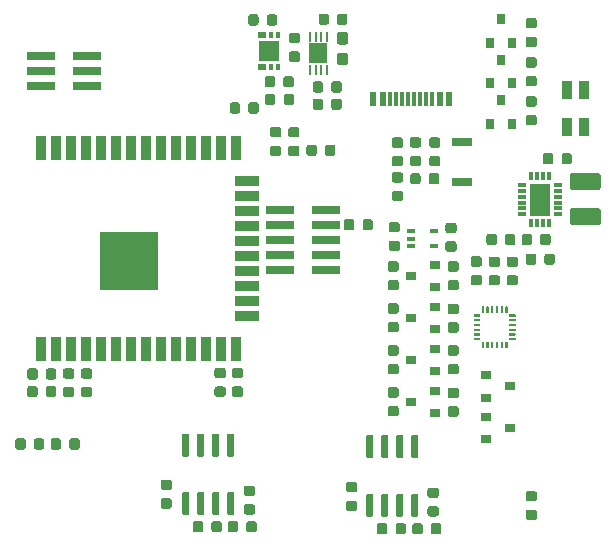
<source format=gbr>
G04 #@! TF.GenerationSoftware,KiCad,Pcbnew,(5.1.5)-2*
G04 #@! TF.CreationDate,2021-04-18T14:05:11+02:00*
G04 #@! TF.ProjectId,Versie2,56657273-6965-4322-9e6b-696361645f70,rev?*
G04 #@! TF.SameCoordinates,Original*
G04 #@! TF.FileFunction,Paste,Top*
G04 #@! TF.FilePolarity,Positive*
%FSLAX46Y46*%
G04 Gerber Fmt 4.6, Leading zero omitted, Abs format (unit mm)*
G04 Created by KiCad (PCBNEW (5.1.5)-2) date 2021-04-18 14:05:11*
%MOMM*%
%LPD*%
G04 APERTURE LIST*
%ADD10C,0.100000*%
%ADD11R,2.400000X0.760000*%
%ADD12R,0.254000X0.812800*%
%ADD13R,1.549400X1.752600*%
%ADD14R,1.800000X1.800000*%
%ADD15R,0.750000X0.500000*%
%ADD16R,0.400000X0.500000*%
%ADD17R,1.750000X2.750000*%
%ADD18R,0.300000X0.800000*%
%ADD19R,0.800000X0.300000*%
%ADD20R,0.600000X1.160000*%
%ADD21R,0.300000X1.160000*%
%ADD22R,0.900000X1.500000*%
%ADD23R,0.800000X0.900000*%
%ADD24R,0.900000X0.800000*%
%ADD25R,1.700000X0.800000*%
%ADD26R,5.000000X5.000000*%
%ADD27R,0.900000X2.000000*%
%ADD28R,2.000000X0.900000*%
%ADD29R,0.650000X0.400000*%
G04 APERTURE END LIST*
D10*
G36*
X87209691Y-55025053D02*
G01*
X87230926Y-55028203D01*
X87251750Y-55033419D01*
X87271962Y-55040651D01*
X87291368Y-55049830D01*
X87309781Y-55060866D01*
X87327024Y-55073654D01*
X87342930Y-55088070D01*
X87357346Y-55103976D01*
X87370134Y-55121219D01*
X87381170Y-55139632D01*
X87390349Y-55159038D01*
X87397581Y-55179250D01*
X87402797Y-55200074D01*
X87405947Y-55221309D01*
X87407000Y-55242750D01*
X87407000Y-55755250D01*
X87405947Y-55776691D01*
X87402797Y-55797926D01*
X87397581Y-55818750D01*
X87390349Y-55838962D01*
X87381170Y-55858368D01*
X87370134Y-55876781D01*
X87357346Y-55894024D01*
X87342930Y-55909930D01*
X87327024Y-55924346D01*
X87309781Y-55937134D01*
X87291368Y-55948170D01*
X87271962Y-55957349D01*
X87251750Y-55964581D01*
X87230926Y-55969797D01*
X87209691Y-55972947D01*
X87188250Y-55974000D01*
X86750750Y-55974000D01*
X86729309Y-55972947D01*
X86708074Y-55969797D01*
X86687250Y-55964581D01*
X86667038Y-55957349D01*
X86647632Y-55948170D01*
X86629219Y-55937134D01*
X86611976Y-55924346D01*
X86596070Y-55909930D01*
X86581654Y-55894024D01*
X86568866Y-55876781D01*
X86557830Y-55858368D01*
X86548651Y-55838962D01*
X86541419Y-55818750D01*
X86536203Y-55797926D01*
X86533053Y-55776691D01*
X86532000Y-55755250D01*
X86532000Y-55242750D01*
X86533053Y-55221309D01*
X86536203Y-55200074D01*
X86541419Y-55179250D01*
X86548651Y-55159038D01*
X86557830Y-55139632D01*
X86568866Y-55121219D01*
X86581654Y-55103976D01*
X86596070Y-55088070D01*
X86611976Y-55073654D01*
X86629219Y-55060866D01*
X86647632Y-55049830D01*
X86667038Y-55040651D01*
X86687250Y-55033419D01*
X86708074Y-55028203D01*
X86729309Y-55025053D01*
X86750750Y-55024000D01*
X87188250Y-55024000D01*
X87209691Y-55025053D01*
G37*
G36*
X88784691Y-55025053D02*
G01*
X88805926Y-55028203D01*
X88826750Y-55033419D01*
X88846962Y-55040651D01*
X88866368Y-55049830D01*
X88884781Y-55060866D01*
X88902024Y-55073654D01*
X88917930Y-55088070D01*
X88932346Y-55103976D01*
X88945134Y-55121219D01*
X88956170Y-55139632D01*
X88965349Y-55159038D01*
X88972581Y-55179250D01*
X88977797Y-55200074D01*
X88980947Y-55221309D01*
X88982000Y-55242750D01*
X88982000Y-55755250D01*
X88980947Y-55776691D01*
X88977797Y-55797926D01*
X88972581Y-55818750D01*
X88965349Y-55838962D01*
X88956170Y-55858368D01*
X88945134Y-55876781D01*
X88932346Y-55894024D01*
X88917930Y-55909930D01*
X88902024Y-55924346D01*
X88884781Y-55937134D01*
X88866368Y-55948170D01*
X88846962Y-55957349D01*
X88826750Y-55964581D01*
X88805926Y-55969797D01*
X88784691Y-55972947D01*
X88763250Y-55974000D01*
X88325750Y-55974000D01*
X88304309Y-55972947D01*
X88283074Y-55969797D01*
X88262250Y-55964581D01*
X88242038Y-55957349D01*
X88222632Y-55948170D01*
X88204219Y-55937134D01*
X88186976Y-55924346D01*
X88171070Y-55909930D01*
X88156654Y-55894024D01*
X88143866Y-55876781D01*
X88132830Y-55858368D01*
X88123651Y-55838962D01*
X88116419Y-55818750D01*
X88111203Y-55797926D01*
X88108053Y-55776691D01*
X88107000Y-55755250D01*
X88107000Y-55242750D01*
X88108053Y-55221309D01*
X88111203Y-55200074D01*
X88116419Y-55179250D01*
X88123651Y-55159038D01*
X88132830Y-55139632D01*
X88143866Y-55121219D01*
X88156654Y-55103976D01*
X88171070Y-55088070D01*
X88186976Y-55073654D01*
X88204219Y-55060866D01*
X88222632Y-55049830D01*
X88242038Y-55040651D01*
X88262250Y-55033419D01*
X88283074Y-55028203D01*
X88304309Y-55025053D01*
X88325750Y-55024000D01*
X88763250Y-55024000D01*
X88784691Y-55025053D01*
G37*
D11*
X67595200Y-53340000D03*
X67595200Y-54610000D03*
X67595200Y-55880000D03*
X71495200Y-55880000D03*
X71495200Y-54610000D03*
X71495200Y-53340000D03*
D12*
X91834401Y-51698900D03*
X91334400Y-51698900D03*
X90834400Y-51698900D03*
X90334399Y-51698900D03*
X90334399Y-54492900D03*
X90834400Y-54492900D03*
X91334400Y-54492900D03*
X91834401Y-54492900D03*
D13*
X91084400Y-53095900D03*
D10*
G36*
X93377179Y-53052044D02*
G01*
X93400234Y-53055463D01*
X93422843Y-53061127D01*
X93444787Y-53068979D01*
X93465857Y-53078944D01*
X93485848Y-53090926D01*
X93504568Y-53104810D01*
X93521838Y-53120462D01*
X93537490Y-53137732D01*
X93551374Y-53156452D01*
X93563356Y-53176443D01*
X93573321Y-53197513D01*
X93581173Y-53219457D01*
X93586837Y-53242066D01*
X93590256Y-53265121D01*
X93591400Y-53288400D01*
X93591400Y-53863400D01*
X93590256Y-53886679D01*
X93586837Y-53909734D01*
X93581173Y-53932343D01*
X93573321Y-53954287D01*
X93563356Y-53975357D01*
X93551374Y-53995348D01*
X93537490Y-54014068D01*
X93521838Y-54031338D01*
X93504568Y-54046990D01*
X93485848Y-54060874D01*
X93465857Y-54072856D01*
X93444787Y-54082821D01*
X93422843Y-54090673D01*
X93400234Y-54096337D01*
X93377179Y-54099756D01*
X93353900Y-54100900D01*
X92878900Y-54100900D01*
X92855621Y-54099756D01*
X92832566Y-54096337D01*
X92809957Y-54090673D01*
X92788013Y-54082821D01*
X92766943Y-54072856D01*
X92746952Y-54060874D01*
X92728232Y-54046990D01*
X92710962Y-54031338D01*
X92695310Y-54014068D01*
X92681426Y-53995348D01*
X92669444Y-53975357D01*
X92659479Y-53954287D01*
X92651627Y-53932343D01*
X92645963Y-53909734D01*
X92642544Y-53886679D01*
X92641400Y-53863400D01*
X92641400Y-53288400D01*
X92642544Y-53265121D01*
X92645963Y-53242066D01*
X92651627Y-53219457D01*
X92659479Y-53197513D01*
X92669444Y-53176443D01*
X92681426Y-53156452D01*
X92695310Y-53137732D01*
X92710962Y-53120462D01*
X92728232Y-53104810D01*
X92746952Y-53090926D01*
X92766943Y-53078944D01*
X92788013Y-53068979D01*
X92809957Y-53061127D01*
X92832566Y-53055463D01*
X92855621Y-53052044D01*
X92878900Y-53050900D01*
X93353900Y-53050900D01*
X93377179Y-53052044D01*
G37*
G36*
X93377179Y-51302044D02*
G01*
X93400234Y-51305463D01*
X93422843Y-51311127D01*
X93444787Y-51318979D01*
X93465857Y-51328944D01*
X93485848Y-51340926D01*
X93504568Y-51354810D01*
X93521838Y-51370462D01*
X93537490Y-51387732D01*
X93551374Y-51406452D01*
X93563356Y-51426443D01*
X93573321Y-51447513D01*
X93581173Y-51469457D01*
X93586837Y-51492066D01*
X93590256Y-51515121D01*
X93591400Y-51538400D01*
X93591400Y-52113400D01*
X93590256Y-52136679D01*
X93586837Y-52159734D01*
X93581173Y-52182343D01*
X93573321Y-52204287D01*
X93563356Y-52225357D01*
X93551374Y-52245348D01*
X93537490Y-52264068D01*
X93521838Y-52281338D01*
X93504568Y-52296990D01*
X93485848Y-52310874D01*
X93465857Y-52322856D01*
X93444787Y-52332821D01*
X93422843Y-52340673D01*
X93400234Y-52346337D01*
X93377179Y-52349756D01*
X93353900Y-52350900D01*
X92878900Y-52350900D01*
X92855621Y-52349756D01*
X92832566Y-52346337D01*
X92809957Y-52340673D01*
X92788013Y-52332821D01*
X92766943Y-52322856D01*
X92746952Y-52310874D01*
X92728232Y-52296990D01*
X92710962Y-52281338D01*
X92695310Y-52264068D01*
X92681426Y-52245348D01*
X92669444Y-52225357D01*
X92659479Y-52204287D01*
X92651627Y-52182343D01*
X92645963Y-52159734D01*
X92642544Y-52136679D01*
X92641400Y-52113400D01*
X92641400Y-51538400D01*
X92642544Y-51515121D01*
X92645963Y-51492066D01*
X92651627Y-51469457D01*
X92659479Y-51447513D01*
X92669444Y-51426443D01*
X92681426Y-51406452D01*
X92695310Y-51387732D01*
X92710962Y-51370462D01*
X92728232Y-51354810D01*
X92746952Y-51340926D01*
X92766943Y-51328944D01*
X92788013Y-51318979D01*
X92809957Y-51311127D01*
X92832566Y-51305463D01*
X92855621Y-51302044D01*
X92878900Y-51300900D01*
X93353900Y-51300900D01*
X93377179Y-51302044D01*
G37*
D14*
X86908900Y-52870100D03*
D15*
X86308900Y-51520100D03*
D16*
X87083900Y-51520100D03*
X87683900Y-51520100D03*
X87683900Y-54220100D03*
X87083900Y-54220100D03*
D15*
X86308900Y-54220100D03*
D17*
X109855000Y-65474900D03*
D18*
X110605000Y-67474900D03*
X110105000Y-67474900D03*
X109605000Y-67474900D03*
X109105000Y-67474900D03*
D19*
X108355000Y-66724900D03*
X108355000Y-66224900D03*
X108355000Y-65724900D03*
X108355000Y-65224900D03*
X108355000Y-64724900D03*
X108355000Y-64224900D03*
D18*
X109105000Y-63474900D03*
X109605000Y-63474900D03*
X110105000Y-63474900D03*
X110605000Y-63474900D03*
D19*
X111355000Y-64224900D03*
X111355000Y-64724900D03*
X111355000Y-65224900D03*
X111355000Y-65724900D03*
X111355000Y-66224900D03*
X111355000Y-66724900D03*
D20*
X95733000Y-56993000D03*
X96533000Y-56993000D03*
X95733000Y-56993000D03*
X96533000Y-56993000D03*
X102133000Y-56993000D03*
X102133000Y-56993000D03*
X101333000Y-56993000D03*
X101333000Y-56993000D03*
D21*
X97183000Y-56993000D03*
X98183000Y-56993000D03*
X97683000Y-56993000D03*
X100183000Y-56993000D03*
X100683000Y-56993000D03*
X98683000Y-56993000D03*
X99183000Y-56993000D03*
X99683000Y-56993000D03*
D10*
G36*
X114764504Y-63239604D02*
G01*
X114788773Y-63243204D01*
X114812571Y-63249165D01*
X114835671Y-63257430D01*
X114857849Y-63267920D01*
X114878893Y-63280533D01*
X114898598Y-63295147D01*
X114916777Y-63311623D01*
X114933253Y-63329802D01*
X114947867Y-63349507D01*
X114960480Y-63370551D01*
X114970970Y-63392729D01*
X114979235Y-63415829D01*
X114985196Y-63439627D01*
X114988796Y-63463896D01*
X114990000Y-63488400D01*
X114990000Y-64413400D01*
X114988796Y-64437904D01*
X114985196Y-64462173D01*
X114979235Y-64485971D01*
X114970970Y-64509071D01*
X114960480Y-64531249D01*
X114947867Y-64552293D01*
X114933253Y-64571998D01*
X114916777Y-64590177D01*
X114898598Y-64606653D01*
X114878893Y-64621267D01*
X114857849Y-64633880D01*
X114835671Y-64644370D01*
X114812571Y-64652635D01*
X114788773Y-64658596D01*
X114764504Y-64662196D01*
X114740000Y-64663400D01*
X112590000Y-64663400D01*
X112565496Y-64662196D01*
X112541227Y-64658596D01*
X112517429Y-64652635D01*
X112494329Y-64644370D01*
X112472151Y-64633880D01*
X112451107Y-64621267D01*
X112431402Y-64606653D01*
X112413223Y-64590177D01*
X112396747Y-64571998D01*
X112382133Y-64552293D01*
X112369520Y-64531249D01*
X112359030Y-64509071D01*
X112350765Y-64485971D01*
X112344804Y-64462173D01*
X112341204Y-64437904D01*
X112340000Y-64413400D01*
X112340000Y-63488400D01*
X112341204Y-63463896D01*
X112344804Y-63439627D01*
X112350765Y-63415829D01*
X112359030Y-63392729D01*
X112369520Y-63370551D01*
X112382133Y-63349507D01*
X112396747Y-63329802D01*
X112413223Y-63311623D01*
X112431402Y-63295147D01*
X112451107Y-63280533D01*
X112472151Y-63267920D01*
X112494329Y-63257430D01*
X112517429Y-63249165D01*
X112541227Y-63243204D01*
X112565496Y-63239604D01*
X112590000Y-63238400D01*
X114740000Y-63238400D01*
X114764504Y-63239604D01*
G37*
G36*
X114764504Y-66214604D02*
G01*
X114788773Y-66218204D01*
X114812571Y-66224165D01*
X114835671Y-66232430D01*
X114857849Y-66242920D01*
X114878893Y-66255533D01*
X114898598Y-66270147D01*
X114916777Y-66286623D01*
X114933253Y-66304802D01*
X114947867Y-66324507D01*
X114960480Y-66345551D01*
X114970970Y-66367729D01*
X114979235Y-66390829D01*
X114985196Y-66414627D01*
X114988796Y-66438896D01*
X114990000Y-66463400D01*
X114990000Y-67388400D01*
X114988796Y-67412904D01*
X114985196Y-67437173D01*
X114979235Y-67460971D01*
X114970970Y-67484071D01*
X114960480Y-67506249D01*
X114947867Y-67527293D01*
X114933253Y-67546998D01*
X114916777Y-67565177D01*
X114898598Y-67581653D01*
X114878893Y-67596267D01*
X114857849Y-67608880D01*
X114835671Y-67619370D01*
X114812571Y-67627635D01*
X114788773Y-67633596D01*
X114764504Y-67637196D01*
X114740000Y-67638400D01*
X112590000Y-67638400D01*
X112565496Y-67637196D01*
X112541227Y-67633596D01*
X112517429Y-67627635D01*
X112494329Y-67619370D01*
X112472151Y-67608880D01*
X112451107Y-67596267D01*
X112431402Y-67581653D01*
X112413223Y-67565177D01*
X112396747Y-67546998D01*
X112382133Y-67527293D01*
X112369520Y-67506249D01*
X112359030Y-67484071D01*
X112350765Y-67460971D01*
X112344804Y-67437173D01*
X112341204Y-67412904D01*
X112340000Y-67388400D01*
X112340000Y-66463400D01*
X112341204Y-66438896D01*
X112344804Y-66414627D01*
X112350765Y-66390829D01*
X112359030Y-66367729D01*
X112369520Y-66345551D01*
X112382133Y-66324507D01*
X112396747Y-66304802D01*
X112413223Y-66286623D01*
X112431402Y-66270147D01*
X112451107Y-66255533D01*
X112472151Y-66242920D01*
X112494329Y-66232430D01*
X112517429Y-66224165D01*
X112541227Y-66218204D01*
X112565496Y-66214604D01*
X112590000Y-66213400D01*
X114740000Y-66213400D01*
X114764504Y-66214604D01*
G37*
D22*
X112089500Y-56235000D03*
X112089500Y-59335000D03*
X113589500Y-56235000D03*
X113589500Y-59335000D03*
D23*
X106550200Y-53648100D03*
X107500200Y-55648100D03*
X105600200Y-55648100D03*
D24*
X107300000Y-84800000D03*
X105300000Y-85750000D03*
X105300000Y-83850000D03*
D23*
X106550200Y-57077100D03*
X107500200Y-59077100D03*
X105600200Y-59077100D03*
X106550200Y-50219100D03*
X107500200Y-52219100D03*
X105600200Y-52219100D03*
D24*
X98930200Y-79057500D03*
X100930200Y-78107500D03*
X100930200Y-80007500D03*
X100930200Y-76451500D03*
X100930200Y-74551500D03*
X98930200Y-75501500D03*
X100930200Y-83563500D03*
X100930200Y-81663500D03*
X98930200Y-82613500D03*
X98930200Y-71945500D03*
X100930200Y-70995500D03*
X100930200Y-72895500D03*
X105300000Y-80350000D03*
X105300000Y-82250000D03*
X107300000Y-81300000D03*
D25*
X103225600Y-60628800D03*
X103225600Y-64028800D03*
D26*
X75064000Y-70644000D03*
D27*
X67564000Y-78144000D03*
X68834000Y-78144000D03*
X70104000Y-78144000D03*
X71374000Y-78144000D03*
X72644000Y-78144000D03*
X73914000Y-78144000D03*
X75184000Y-78144000D03*
X76454000Y-78144000D03*
X77724000Y-78144000D03*
X78994000Y-78144000D03*
X80264000Y-78144000D03*
X81534000Y-78144000D03*
X82804000Y-78144000D03*
X84074000Y-78144000D03*
D28*
X85074000Y-75359000D03*
X85074000Y-74089000D03*
X85074000Y-72819000D03*
X85074000Y-71549000D03*
X85074000Y-70279000D03*
X85074000Y-69009000D03*
X85074000Y-67739000D03*
X85074000Y-66469000D03*
X85074000Y-65199000D03*
X85074000Y-63929000D03*
D27*
X84074000Y-61144000D03*
X82804000Y-61144000D03*
X81534000Y-61144000D03*
X80264000Y-61144000D03*
X78994000Y-61144000D03*
X77724000Y-61144000D03*
X76454000Y-61144000D03*
X75184000Y-61144000D03*
X73914000Y-61144000D03*
X72644000Y-61144000D03*
X71374000Y-61144000D03*
X70104000Y-61144000D03*
X68834000Y-61144000D03*
X67564000Y-61144000D03*
D29*
X98950000Y-68150000D03*
X98950000Y-69450000D03*
X98950000Y-68800000D03*
X100850000Y-69450000D03*
X100850000Y-68150000D03*
D10*
G36*
X107729901Y-77200241D02*
G01*
X107734755Y-77200961D01*
X107739514Y-77202153D01*
X107744134Y-77203806D01*
X107748570Y-77205904D01*
X107752779Y-77208427D01*
X107756720Y-77211349D01*
X107760355Y-77214645D01*
X107763651Y-77218280D01*
X107766573Y-77222221D01*
X107769096Y-77226430D01*
X107771194Y-77230866D01*
X107772847Y-77235486D01*
X107774039Y-77240245D01*
X107774759Y-77245099D01*
X107775000Y-77250000D01*
X107775000Y-77350000D01*
X107774759Y-77354901D01*
X107774039Y-77359755D01*
X107772847Y-77364514D01*
X107771194Y-77369134D01*
X107769096Y-77373570D01*
X107766573Y-77377779D01*
X107763651Y-77381720D01*
X107760355Y-77385355D01*
X107756720Y-77388651D01*
X107752779Y-77391573D01*
X107748570Y-77394096D01*
X107744134Y-77396194D01*
X107739514Y-77397847D01*
X107734755Y-77399039D01*
X107729901Y-77399759D01*
X107725000Y-77400000D01*
X107275000Y-77400000D01*
X107270099Y-77399759D01*
X107265245Y-77399039D01*
X107260486Y-77397847D01*
X107255866Y-77396194D01*
X107251430Y-77394096D01*
X107247221Y-77391573D01*
X107243280Y-77388651D01*
X107239645Y-77385355D01*
X107236349Y-77381720D01*
X107233427Y-77377779D01*
X107230904Y-77373570D01*
X107228806Y-77369134D01*
X107227153Y-77364514D01*
X107225961Y-77359755D01*
X107225241Y-77354901D01*
X107225000Y-77350000D01*
X107225000Y-77250000D01*
X107225241Y-77245099D01*
X107225961Y-77240245D01*
X107227153Y-77235486D01*
X107228806Y-77230866D01*
X107230904Y-77226430D01*
X107233427Y-77222221D01*
X107236349Y-77218280D01*
X107239645Y-77214645D01*
X107243280Y-77211349D01*
X107247221Y-77208427D01*
X107251430Y-77205904D01*
X107255866Y-77203806D01*
X107260486Y-77202153D01*
X107265245Y-77200961D01*
X107270099Y-77200241D01*
X107275000Y-77200000D01*
X107725000Y-77200000D01*
X107729901Y-77200241D01*
G37*
G36*
X107729901Y-76800241D02*
G01*
X107734755Y-76800961D01*
X107739514Y-76802153D01*
X107744134Y-76803806D01*
X107748570Y-76805904D01*
X107752779Y-76808427D01*
X107756720Y-76811349D01*
X107760355Y-76814645D01*
X107763651Y-76818280D01*
X107766573Y-76822221D01*
X107769096Y-76826430D01*
X107771194Y-76830866D01*
X107772847Y-76835486D01*
X107774039Y-76840245D01*
X107774759Y-76845099D01*
X107775000Y-76850000D01*
X107775000Y-76950000D01*
X107774759Y-76954901D01*
X107774039Y-76959755D01*
X107772847Y-76964514D01*
X107771194Y-76969134D01*
X107769096Y-76973570D01*
X107766573Y-76977779D01*
X107763651Y-76981720D01*
X107760355Y-76985355D01*
X107756720Y-76988651D01*
X107752779Y-76991573D01*
X107748570Y-76994096D01*
X107744134Y-76996194D01*
X107739514Y-76997847D01*
X107734755Y-76999039D01*
X107729901Y-76999759D01*
X107725000Y-77000000D01*
X107275000Y-77000000D01*
X107270099Y-76999759D01*
X107265245Y-76999039D01*
X107260486Y-76997847D01*
X107255866Y-76996194D01*
X107251430Y-76994096D01*
X107247221Y-76991573D01*
X107243280Y-76988651D01*
X107239645Y-76985355D01*
X107236349Y-76981720D01*
X107233427Y-76977779D01*
X107230904Y-76973570D01*
X107228806Y-76969134D01*
X107227153Y-76964514D01*
X107225961Y-76959755D01*
X107225241Y-76954901D01*
X107225000Y-76950000D01*
X107225000Y-76850000D01*
X107225241Y-76845099D01*
X107225961Y-76840245D01*
X107227153Y-76835486D01*
X107228806Y-76830866D01*
X107230904Y-76826430D01*
X107233427Y-76822221D01*
X107236349Y-76818280D01*
X107239645Y-76814645D01*
X107243280Y-76811349D01*
X107247221Y-76808427D01*
X107251430Y-76805904D01*
X107255866Y-76803806D01*
X107260486Y-76802153D01*
X107265245Y-76800961D01*
X107270099Y-76800241D01*
X107275000Y-76800000D01*
X107725000Y-76800000D01*
X107729901Y-76800241D01*
G37*
G36*
X107729901Y-76400241D02*
G01*
X107734755Y-76400961D01*
X107739514Y-76402153D01*
X107744134Y-76403806D01*
X107748570Y-76405904D01*
X107752779Y-76408427D01*
X107756720Y-76411349D01*
X107760355Y-76414645D01*
X107763651Y-76418280D01*
X107766573Y-76422221D01*
X107769096Y-76426430D01*
X107771194Y-76430866D01*
X107772847Y-76435486D01*
X107774039Y-76440245D01*
X107774759Y-76445099D01*
X107775000Y-76450000D01*
X107775000Y-76550000D01*
X107774759Y-76554901D01*
X107774039Y-76559755D01*
X107772847Y-76564514D01*
X107771194Y-76569134D01*
X107769096Y-76573570D01*
X107766573Y-76577779D01*
X107763651Y-76581720D01*
X107760355Y-76585355D01*
X107756720Y-76588651D01*
X107752779Y-76591573D01*
X107748570Y-76594096D01*
X107744134Y-76596194D01*
X107739514Y-76597847D01*
X107734755Y-76599039D01*
X107729901Y-76599759D01*
X107725000Y-76600000D01*
X107275000Y-76600000D01*
X107270099Y-76599759D01*
X107265245Y-76599039D01*
X107260486Y-76597847D01*
X107255866Y-76596194D01*
X107251430Y-76594096D01*
X107247221Y-76591573D01*
X107243280Y-76588651D01*
X107239645Y-76585355D01*
X107236349Y-76581720D01*
X107233427Y-76577779D01*
X107230904Y-76573570D01*
X107228806Y-76569134D01*
X107227153Y-76564514D01*
X107225961Y-76559755D01*
X107225241Y-76554901D01*
X107225000Y-76550000D01*
X107225000Y-76450000D01*
X107225241Y-76445099D01*
X107225961Y-76440245D01*
X107227153Y-76435486D01*
X107228806Y-76430866D01*
X107230904Y-76426430D01*
X107233427Y-76422221D01*
X107236349Y-76418280D01*
X107239645Y-76414645D01*
X107243280Y-76411349D01*
X107247221Y-76408427D01*
X107251430Y-76405904D01*
X107255866Y-76403806D01*
X107260486Y-76402153D01*
X107265245Y-76400961D01*
X107270099Y-76400241D01*
X107275000Y-76400000D01*
X107725000Y-76400000D01*
X107729901Y-76400241D01*
G37*
G36*
X107729901Y-76000241D02*
G01*
X107734755Y-76000961D01*
X107739514Y-76002153D01*
X107744134Y-76003806D01*
X107748570Y-76005904D01*
X107752779Y-76008427D01*
X107756720Y-76011349D01*
X107760355Y-76014645D01*
X107763651Y-76018280D01*
X107766573Y-76022221D01*
X107769096Y-76026430D01*
X107771194Y-76030866D01*
X107772847Y-76035486D01*
X107774039Y-76040245D01*
X107774759Y-76045099D01*
X107775000Y-76050000D01*
X107775000Y-76150000D01*
X107774759Y-76154901D01*
X107774039Y-76159755D01*
X107772847Y-76164514D01*
X107771194Y-76169134D01*
X107769096Y-76173570D01*
X107766573Y-76177779D01*
X107763651Y-76181720D01*
X107760355Y-76185355D01*
X107756720Y-76188651D01*
X107752779Y-76191573D01*
X107748570Y-76194096D01*
X107744134Y-76196194D01*
X107739514Y-76197847D01*
X107734755Y-76199039D01*
X107729901Y-76199759D01*
X107725000Y-76200000D01*
X107275000Y-76200000D01*
X107270099Y-76199759D01*
X107265245Y-76199039D01*
X107260486Y-76197847D01*
X107255866Y-76196194D01*
X107251430Y-76194096D01*
X107247221Y-76191573D01*
X107243280Y-76188651D01*
X107239645Y-76185355D01*
X107236349Y-76181720D01*
X107233427Y-76177779D01*
X107230904Y-76173570D01*
X107228806Y-76169134D01*
X107227153Y-76164514D01*
X107225961Y-76159755D01*
X107225241Y-76154901D01*
X107225000Y-76150000D01*
X107225000Y-76050000D01*
X107225241Y-76045099D01*
X107225961Y-76040245D01*
X107227153Y-76035486D01*
X107228806Y-76030866D01*
X107230904Y-76026430D01*
X107233427Y-76022221D01*
X107236349Y-76018280D01*
X107239645Y-76014645D01*
X107243280Y-76011349D01*
X107247221Y-76008427D01*
X107251430Y-76005904D01*
X107255866Y-76003806D01*
X107260486Y-76002153D01*
X107265245Y-76000961D01*
X107270099Y-76000241D01*
X107275000Y-76000000D01*
X107725000Y-76000000D01*
X107729901Y-76000241D01*
G37*
G36*
X107729901Y-75600241D02*
G01*
X107734755Y-75600961D01*
X107739514Y-75602153D01*
X107744134Y-75603806D01*
X107748570Y-75605904D01*
X107752779Y-75608427D01*
X107756720Y-75611349D01*
X107760355Y-75614645D01*
X107763651Y-75618280D01*
X107766573Y-75622221D01*
X107769096Y-75626430D01*
X107771194Y-75630866D01*
X107772847Y-75635486D01*
X107774039Y-75640245D01*
X107774759Y-75645099D01*
X107775000Y-75650000D01*
X107775000Y-75750000D01*
X107774759Y-75754901D01*
X107774039Y-75759755D01*
X107772847Y-75764514D01*
X107771194Y-75769134D01*
X107769096Y-75773570D01*
X107766573Y-75777779D01*
X107763651Y-75781720D01*
X107760355Y-75785355D01*
X107756720Y-75788651D01*
X107752779Y-75791573D01*
X107748570Y-75794096D01*
X107744134Y-75796194D01*
X107739514Y-75797847D01*
X107734755Y-75799039D01*
X107729901Y-75799759D01*
X107725000Y-75800000D01*
X107275000Y-75800000D01*
X107270099Y-75799759D01*
X107265245Y-75799039D01*
X107260486Y-75797847D01*
X107255866Y-75796194D01*
X107251430Y-75794096D01*
X107247221Y-75791573D01*
X107243280Y-75788651D01*
X107239645Y-75785355D01*
X107236349Y-75781720D01*
X107233427Y-75777779D01*
X107230904Y-75773570D01*
X107228806Y-75769134D01*
X107227153Y-75764514D01*
X107225961Y-75759755D01*
X107225241Y-75754901D01*
X107225000Y-75750000D01*
X107225000Y-75650000D01*
X107225241Y-75645099D01*
X107225961Y-75640245D01*
X107227153Y-75635486D01*
X107228806Y-75630866D01*
X107230904Y-75626430D01*
X107233427Y-75622221D01*
X107236349Y-75618280D01*
X107239645Y-75614645D01*
X107243280Y-75611349D01*
X107247221Y-75608427D01*
X107251430Y-75605904D01*
X107255866Y-75603806D01*
X107260486Y-75602153D01*
X107265245Y-75600961D01*
X107270099Y-75600241D01*
X107275000Y-75600000D01*
X107725000Y-75600000D01*
X107729901Y-75600241D01*
G37*
G36*
X107729901Y-75200241D02*
G01*
X107734755Y-75200961D01*
X107739514Y-75202153D01*
X107744134Y-75203806D01*
X107748570Y-75205904D01*
X107752779Y-75208427D01*
X107756720Y-75211349D01*
X107760355Y-75214645D01*
X107763651Y-75218280D01*
X107766573Y-75222221D01*
X107769096Y-75226430D01*
X107771194Y-75230866D01*
X107772847Y-75235486D01*
X107774039Y-75240245D01*
X107774759Y-75245099D01*
X107775000Y-75250000D01*
X107775000Y-75350000D01*
X107774759Y-75354901D01*
X107774039Y-75359755D01*
X107772847Y-75364514D01*
X107771194Y-75369134D01*
X107769096Y-75373570D01*
X107766573Y-75377779D01*
X107763651Y-75381720D01*
X107760355Y-75385355D01*
X107756720Y-75388651D01*
X107752779Y-75391573D01*
X107748570Y-75394096D01*
X107744134Y-75396194D01*
X107739514Y-75397847D01*
X107734755Y-75399039D01*
X107729901Y-75399759D01*
X107725000Y-75400000D01*
X107275000Y-75400000D01*
X107270099Y-75399759D01*
X107265245Y-75399039D01*
X107260486Y-75397847D01*
X107255866Y-75396194D01*
X107251430Y-75394096D01*
X107247221Y-75391573D01*
X107243280Y-75388651D01*
X107239645Y-75385355D01*
X107236349Y-75381720D01*
X107233427Y-75377779D01*
X107230904Y-75373570D01*
X107228806Y-75369134D01*
X107227153Y-75364514D01*
X107225961Y-75359755D01*
X107225241Y-75354901D01*
X107225000Y-75350000D01*
X107225000Y-75250000D01*
X107225241Y-75245099D01*
X107225961Y-75240245D01*
X107227153Y-75235486D01*
X107228806Y-75230866D01*
X107230904Y-75226430D01*
X107233427Y-75222221D01*
X107236349Y-75218280D01*
X107239645Y-75214645D01*
X107243280Y-75211349D01*
X107247221Y-75208427D01*
X107251430Y-75205904D01*
X107255866Y-75203806D01*
X107260486Y-75202153D01*
X107265245Y-75200961D01*
X107270099Y-75200241D01*
X107275000Y-75200000D01*
X107725000Y-75200000D01*
X107729901Y-75200241D01*
G37*
G36*
X107054901Y-74525241D02*
G01*
X107059755Y-74525961D01*
X107064514Y-74527153D01*
X107069134Y-74528806D01*
X107073570Y-74530904D01*
X107077779Y-74533427D01*
X107081720Y-74536349D01*
X107085355Y-74539645D01*
X107088651Y-74543280D01*
X107091573Y-74547221D01*
X107094096Y-74551430D01*
X107096194Y-74555866D01*
X107097847Y-74560486D01*
X107099039Y-74565245D01*
X107099759Y-74570099D01*
X107100000Y-74575000D01*
X107100000Y-75025000D01*
X107099759Y-75029901D01*
X107099039Y-75034755D01*
X107097847Y-75039514D01*
X107096194Y-75044134D01*
X107094096Y-75048570D01*
X107091573Y-75052779D01*
X107088651Y-75056720D01*
X107085355Y-75060355D01*
X107081720Y-75063651D01*
X107077779Y-75066573D01*
X107073570Y-75069096D01*
X107069134Y-75071194D01*
X107064514Y-75072847D01*
X107059755Y-75074039D01*
X107054901Y-75074759D01*
X107050000Y-75075000D01*
X106950000Y-75075000D01*
X106945099Y-75074759D01*
X106940245Y-75074039D01*
X106935486Y-75072847D01*
X106930866Y-75071194D01*
X106926430Y-75069096D01*
X106922221Y-75066573D01*
X106918280Y-75063651D01*
X106914645Y-75060355D01*
X106911349Y-75056720D01*
X106908427Y-75052779D01*
X106905904Y-75048570D01*
X106903806Y-75044134D01*
X106902153Y-75039514D01*
X106900961Y-75034755D01*
X106900241Y-75029901D01*
X106900000Y-75025000D01*
X106900000Y-74575000D01*
X106900241Y-74570099D01*
X106900961Y-74565245D01*
X106902153Y-74560486D01*
X106903806Y-74555866D01*
X106905904Y-74551430D01*
X106908427Y-74547221D01*
X106911349Y-74543280D01*
X106914645Y-74539645D01*
X106918280Y-74536349D01*
X106922221Y-74533427D01*
X106926430Y-74530904D01*
X106930866Y-74528806D01*
X106935486Y-74527153D01*
X106940245Y-74525961D01*
X106945099Y-74525241D01*
X106950000Y-74525000D01*
X107050000Y-74525000D01*
X107054901Y-74525241D01*
G37*
G36*
X106654901Y-74525241D02*
G01*
X106659755Y-74525961D01*
X106664514Y-74527153D01*
X106669134Y-74528806D01*
X106673570Y-74530904D01*
X106677779Y-74533427D01*
X106681720Y-74536349D01*
X106685355Y-74539645D01*
X106688651Y-74543280D01*
X106691573Y-74547221D01*
X106694096Y-74551430D01*
X106696194Y-74555866D01*
X106697847Y-74560486D01*
X106699039Y-74565245D01*
X106699759Y-74570099D01*
X106700000Y-74575000D01*
X106700000Y-75025000D01*
X106699759Y-75029901D01*
X106699039Y-75034755D01*
X106697847Y-75039514D01*
X106696194Y-75044134D01*
X106694096Y-75048570D01*
X106691573Y-75052779D01*
X106688651Y-75056720D01*
X106685355Y-75060355D01*
X106681720Y-75063651D01*
X106677779Y-75066573D01*
X106673570Y-75069096D01*
X106669134Y-75071194D01*
X106664514Y-75072847D01*
X106659755Y-75074039D01*
X106654901Y-75074759D01*
X106650000Y-75075000D01*
X106550000Y-75075000D01*
X106545099Y-75074759D01*
X106540245Y-75074039D01*
X106535486Y-75072847D01*
X106530866Y-75071194D01*
X106526430Y-75069096D01*
X106522221Y-75066573D01*
X106518280Y-75063651D01*
X106514645Y-75060355D01*
X106511349Y-75056720D01*
X106508427Y-75052779D01*
X106505904Y-75048570D01*
X106503806Y-75044134D01*
X106502153Y-75039514D01*
X106500961Y-75034755D01*
X106500241Y-75029901D01*
X106500000Y-75025000D01*
X106500000Y-74575000D01*
X106500241Y-74570099D01*
X106500961Y-74565245D01*
X106502153Y-74560486D01*
X106503806Y-74555866D01*
X106505904Y-74551430D01*
X106508427Y-74547221D01*
X106511349Y-74543280D01*
X106514645Y-74539645D01*
X106518280Y-74536349D01*
X106522221Y-74533427D01*
X106526430Y-74530904D01*
X106530866Y-74528806D01*
X106535486Y-74527153D01*
X106540245Y-74525961D01*
X106545099Y-74525241D01*
X106550000Y-74525000D01*
X106650000Y-74525000D01*
X106654901Y-74525241D01*
G37*
G36*
X106254901Y-74525241D02*
G01*
X106259755Y-74525961D01*
X106264514Y-74527153D01*
X106269134Y-74528806D01*
X106273570Y-74530904D01*
X106277779Y-74533427D01*
X106281720Y-74536349D01*
X106285355Y-74539645D01*
X106288651Y-74543280D01*
X106291573Y-74547221D01*
X106294096Y-74551430D01*
X106296194Y-74555866D01*
X106297847Y-74560486D01*
X106299039Y-74565245D01*
X106299759Y-74570099D01*
X106300000Y-74575000D01*
X106300000Y-75025000D01*
X106299759Y-75029901D01*
X106299039Y-75034755D01*
X106297847Y-75039514D01*
X106296194Y-75044134D01*
X106294096Y-75048570D01*
X106291573Y-75052779D01*
X106288651Y-75056720D01*
X106285355Y-75060355D01*
X106281720Y-75063651D01*
X106277779Y-75066573D01*
X106273570Y-75069096D01*
X106269134Y-75071194D01*
X106264514Y-75072847D01*
X106259755Y-75074039D01*
X106254901Y-75074759D01*
X106250000Y-75075000D01*
X106150000Y-75075000D01*
X106145099Y-75074759D01*
X106140245Y-75074039D01*
X106135486Y-75072847D01*
X106130866Y-75071194D01*
X106126430Y-75069096D01*
X106122221Y-75066573D01*
X106118280Y-75063651D01*
X106114645Y-75060355D01*
X106111349Y-75056720D01*
X106108427Y-75052779D01*
X106105904Y-75048570D01*
X106103806Y-75044134D01*
X106102153Y-75039514D01*
X106100961Y-75034755D01*
X106100241Y-75029901D01*
X106100000Y-75025000D01*
X106100000Y-74575000D01*
X106100241Y-74570099D01*
X106100961Y-74565245D01*
X106102153Y-74560486D01*
X106103806Y-74555866D01*
X106105904Y-74551430D01*
X106108427Y-74547221D01*
X106111349Y-74543280D01*
X106114645Y-74539645D01*
X106118280Y-74536349D01*
X106122221Y-74533427D01*
X106126430Y-74530904D01*
X106130866Y-74528806D01*
X106135486Y-74527153D01*
X106140245Y-74525961D01*
X106145099Y-74525241D01*
X106150000Y-74525000D01*
X106250000Y-74525000D01*
X106254901Y-74525241D01*
G37*
G36*
X105854901Y-74525241D02*
G01*
X105859755Y-74525961D01*
X105864514Y-74527153D01*
X105869134Y-74528806D01*
X105873570Y-74530904D01*
X105877779Y-74533427D01*
X105881720Y-74536349D01*
X105885355Y-74539645D01*
X105888651Y-74543280D01*
X105891573Y-74547221D01*
X105894096Y-74551430D01*
X105896194Y-74555866D01*
X105897847Y-74560486D01*
X105899039Y-74565245D01*
X105899759Y-74570099D01*
X105900000Y-74575000D01*
X105900000Y-75025000D01*
X105899759Y-75029901D01*
X105899039Y-75034755D01*
X105897847Y-75039514D01*
X105896194Y-75044134D01*
X105894096Y-75048570D01*
X105891573Y-75052779D01*
X105888651Y-75056720D01*
X105885355Y-75060355D01*
X105881720Y-75063651D01*
X105877779Y-75066573D01*
X105873570Y-75069096D01*
X105869134Y-75071194D01*
X105864514Y-75072847D01*
X105859755Y-75074039D01*
X105854901Y-75074759D01*
X105850000Y-75075000D01*
X105750000Y-75075000D01*
X105745099Y-75074759D01*
X105740245Y-75074039D01*
X105735486Y-75072847D01*
X105730866Y-75071194D01*
X105726430Y-75069096D01*
X105722221Y-75066573D01*
X105718280Y-75063651D01*
X105714645Y-75060355D01*
X105711349Y-75056720D01*
X105708427Y-75052779D01*
X105705904Y-75048570D01*
X105703806Y-75044134D01*
X105702153Y-75039514D01*
X105700961Y-75034755D01*
X105700241Y-75029901D01*
X105700000Y-75025000D01*
X105700000Y-74575000D01*
X105700241Y-74570099D01*
X105700961Y-74565245D01*
X105702153Y-74560486D01*
X105703806Y-74555866D01*
X105705904Y-74551430D01*
X105708427Y-74547221D01*
X105711349Y-74543280D01*
X105714645Y-74539645D01*
X105718280Y-74536349D01*
X105722221Y-74533427D01*
X105726430Y-74530904D01*
X105730866Y-74528806D01*
X105735486Y-74527153D01*
X105740245Y-74525961D01*
X105745099Y-74525241D01*
X105750000Y-74525000D01*
X105850000Y-74525000D01*
X105854901Y-74525241D01*
G37*
G36*
X105454901Y-74525241D02*
G01*
X105459755Y-74525961D01*
X105464514Y-74527153D01*
X105469134Y-74528806D01*
X105473570Y-74530904D01*
X105477779Y-74533427D01*
X105481720Y-74536349D01*
X105485355Y-74539645D01*
X105488651Y-74543280D01*
X105491573Y-74547221D01*
X105494096Y-74551430D01*
X105496194Y-74555866D01*
X105497847Y-74560486D01*
X105499039Y-74565245D01*
X105499759Y-74570099D01*
X105500000Y-74575000D01*
X105500000Y-75025000D01*
X105499759Y-75029901D01*
X105499039Y-75034755D01*
X105497847Y-75039514D01*
X105496194Y-75044134D01*
X105494096Y-75048570D01*
X105491573Y-75052779D01*
X105488651Y-75056720D01*
X105485355Y-75060355D01*
X105481720Y-75063651D01*
X105477779Y-75066573D01*
X105473570Y-75069096D01*
X105469134Y-75071194D01*
X105464514Y-75072847D01*
X105459755Y-75074039D01*
X105454901Y-75074759D01*
X105450000Y-75075000D01*
X105350000Y-75075000D01*
X105345099Y-75074759D01*
X105340245Y-75074039D01*
X105335486Y-75072847D01*
X105330866Y-75071194D01*
X105326430Y-75069096D01*
X105322221Y-75066573D01*
X105318280Y-75063651D01*
X105314645Y-75060355D01*
X105311349Y-75056720D01*
X105308427Y-75052779D01*
X105305904Y-75048570D01*
X105303806Y-75044134D01*
X105302153Y-75039514D01*
X105300961Y-75034755D01*
X105300241Y-75029901D01*
X105300000Y-75025000D01*
X105300000Y-74575000D01*
X105300241Y-74570099D01*
X105300961Y-74565245D01*
X105302153Y-74560486D01*
X105303806Y-74555866D01*
X105305904Y-74551430D01*
X105308427Y-74547221D01*
X105311349Y-74543280D01*
X105314645Y-74539645D01*
X105318280Y-74536349D01*
X105322221Y-74533427D01*
X105326430Y-74530904D01*
X105330866Y-74528806D01*
X105335486Y-74527153D01*
X105340245Y-74525961D01*
X105345099Y-74525241D01*
X105350000Y-74525000D01*
X105450000Y-74525000D01*
X105454901Y-74525241D01*
G37*
G36*
X105054901Y-74525241D02*
G01*
X105059755Y-74525961D01*
X105064514Y-74527153D01*
X105069134Y-74528806D01*
X105073570Y-74530904D01*
X105077779Y-74533427D01*
X105081720Y-74536349D01*
X105085355Y-74539645D01*
X105088651Y-74543280D01*
X105091573Y-74547221D01*
X105094096Y-74551430D01*
X105096194Y-74555866D01*
X105097847Y-74560486D01*
X105099039Y-74565245D01*
X105099759Y-74570099D01*
X105100000Y-74575000D01*
X105100000Y-75025000D01*
X105099759Y-75029901D01*
X105099039Y-75034755D01*
X105097847Y-75039514D01*
X105096194Y-75044134D01*
X105094096Y-75048570D01*
X105091573Y-75052779D01*
X105088651Y-75056720D01*
X105085355Y-75060355D01*
X105081720Y-75063651D01*
X105077779Y-75066573D01*
X105073570Y-75069096D01*
X105069134Y-75071194D01*
X105064514Y-75072847D01*
X105059755Y-75074039D01*
X105054901Y-75074759D01*
X105050000Y-75075000D01*
X104950000Y-75075000D01*
X104945099Y-75074759D01*
X104940245Y-75074039D01*
X104935486Y-75072847D01*
X104930866Y-75071194D01*
X104926430Y-75069096D01*
X104922221Y-75066573D01*
X104918280Y-75063651D01*
X104914645Y-75060355D01*
X104911349Y-75056720D01*
X104908427Y-75052779D01*
X104905904Y-75048570D01*
X104903806Y-75044134D01*
X104902153Y-75039514D01*
X104900961Y-75034755D01*
X104900241Y-75029901D01*
X104900000Y-75025000D01*
X104900000Y-74575000D01*
X104900241Y-74570099D01*
X104900961Y-74565245D01*
X104902153Y-74560486D01*
X104903806Y-74555866D01*
X104905904Y-74551430D01*
X104908427Y-74547221D01*
X104911349Y-74543280D01*
X104914645Y-74539645D01*
X104918280Y-74536349D01*
X104922221Y-74533427D01*
X104926430Y-74530904D01*
X104930866Y-74528806D01*
X104935486Y-74527153D01*
X104940245Y-74525961D01*
X104945099Y-74525241D01*
X104950000Y-74525000D01*
X105050000Y-74525000D01*
X105054901Y-74525241D01*
G37*
G36*
X104729901Y-75200241D02*
G01*
X104734755Y-75200961D01*
X104739514Y-75202153D01*
X104744134Y-75203806D01*
X104748570Y-75205904D01*
X104752779Y-75208427D01*
X104756720Y-75211349D01*
X104760355Y-75214645D01*
X104763651Y-75218280D01*
X104766573Y-75222221D01*
X104769096Y-75226430D01*
X104771194Y-75230866D01*
X104772847Y-75235486D01*
X104774039Y-75240245D01*
X104774759Y-75245099D01*
X104775000Y-75250000D01*
X104775000Y-75350000D01*
X104774759Y-75354901D01*
X104774039Y-75359755D01*
X104772847Y-75364514D01*
X104771194Y-75369134D01*
X104769096Y-75373570D01*
X104766573Y-75377779D01*
X104763651Y-75381720D01*
X104760355Y-75385355D01*
X104756720Y-75388651D01*
X104752779Y-75391573D01*
X104748570Y-75394096D01*
X104744134Y-75396194D01*
X104739514Y-75397847D01*
X104734755Y-75399039D01*
X104729901Y-75399759D01*
X104725000Y-75400000D01*
X104275000Y-75400000D01*
X104270099Y-75399759D01*
X104265245Y-75399039D01*
X104260486Y-75397847D01*
X104255866Y-75396194D01*
X104251430Y-75394096D01*
X104247221Y-75391573D01*
X104243280Y-75388651D01*
X104239645Y-75385355D01*
X104236349Y-75381720D01*
X104233427Y-75377779D01*
X104230904Y-75373570D01*
X104228806Y-75369134D01*
X104227153Y-75364514D01*
X104225961Y-75359755D01*
X104225241Y-75354901D01*
X104225000Y-75350000D01*
X104225000Y-75250000D01*
X104225241Y-75245099D01*
X104225961Y-75240245D01*
X104227153Y-75235486D01*
X104228806Y-75230866D01*
X104230904Y-75226430D01*
X104233427Y-75222221D01*
X104236349Y-75218280D01*
X104239645Y-75214645D01*
X104243280Y-75211349D01*
X104247221Y-75208427D01*
X104251430Y-75205904D01*
X104255866Y-75203806D01*
X104260486Y-75202153D01*
X104265245Y-75200961D01*
X104270099Y-75200241D01*
X104275000Y-75200000D01*
X104725000Y-75200000D01*
X104729901Y-75200241D01*
G37*
G36*
X104729901Y-75600241D02*
G01*
X104734755Y-75600961D01*
X104739514Y-75602153D01*
X104744134Y-75603806D01*
X104748570Y-75605904D01*
X104752779Y-75608427D01*
X104756720Y-75611349D01*
X104760355Y-75614645D01*
X104763651Y-75618280D01*
X104766573Y-75622221D01*
X104769096Y-75626430D01*
X104771194Y-75630866D01*
X104772847Y-75635486D01*
X104774039Y-75640245D01*
X104774759Y-75645099D01*
X104775000Y-75650000D01*
X104775000Y-75750000D01*
X104774759Y-75754901D01*
X104774039Y-75759755D01*
X104772847Y-75764514D01*
X104771194Y-75769134D01*
X104769096Y-75773570D01*
X104766573Y-75777779D01*
X104763651Y-75781720D01*
X104760355Y-75785355D01*
X104756720Y-75788651D01*
X104752779Y-75791573D01*
X104748570Y-75794096D01*
X104744134Y-75796194D01*
X104739514Y-75797847D01*
X104734755Y-75799039D01*
X104729901Y-75799759D01*
X104725000Y-75800000D01*
X104275000Y-75800000D01*
X104270099Y-75799759D01*
X104265245Y-75799039D01*
X104260486Y-75797847D01*
X104255866Y-75796194D01*
X104251430Y-75794096D01*
X104247221Y-75791573D01*
X104243280Y-75788651D01*
X104239645Y-75785355D01*
X104236349Y-75781720D01*
X104233427Y-75777779D01*
X104230904Y-75773570D01*
X104228806Y-75769134D01*
X104227153Y-75764514D01*
X104225961Y-75759755D01*
X104225241Y-75754901D01*
X104225000Y-75750000D01*
X104225000Y-75650000D01*
X104225241Y-75645099D01*
X104225961Y-75640245D01*
X104227153Y-75635486D01*
X104228806Y-75630866D01*
X104230904Y-75626430D01*
X104233427Y-75622221D01*
X104236349Y-75618280D01*
X104239645Y-75614645D01*
X104243280Y-75611349D01*
X104247221Y-75608427D01*
X104251430Y-75605904D01*
X104255866Y-75603806D01*
X104260486Y-75602153D01*
X104265245Y-75600961D01*
X104270099Y-75600241D01*
X104275000Y-75600000D01*
X104725000Y-75600000D01*
X104729901Y-75600241D01*
G37*
G36*
X104729901Y-76000241D02*
G01*
X104734755Y-76000961D01*
X104739514Y-76002153D01*
X104744134Y-76003806D01*
X104748570Y-76005904D01*
X104752779Y-76008427D01*
X104756720Y-76011349D01*
X104760355Y-76014645D01*
X104763651Y-76018280D01*
X104766573Y-76022221D01*
X104769096Y-76026430D01*
X104771194Y-76030866D01*
X104772847Y-76035486D01*
X104774039Y-76040245D01*
X104774759Y-76045099D01*
X104775000Y-76050000D01*
X104775000Y-76150000D01*
X104774759Y-76154901D01*
X104774039Y-76159755D01*
X104772847Y-76164514D01*
X104771194Y-76169134D01*
X104769096Y-76173570D01*
X104766573Y-76177779D01*
X104763651Y-76181720D01*
X104760355Y-76185355D01*
X104756720Y-76188651D01*
X104752779Y-76191573D01*
X104748570Y-76194096D01*
X104744134Y-76196194D01*
X104739514Y-76197847D01*
X104734755Y-76199039D01*
X104729901Y-76199759D01*
X104725000Y-76200000D01*
X104275000Y-76200000D01*
X104270099Y-76199759D01*
X104265245Y-76199039D01*
X104260486Y-76197847D01*
X104255866Y-76196194D01*
X104251430Y-76194096D01*
X104247221Y-76191573D01*
X104243280Y-76188651D01*
X104239645Y-76185355D01*
X104236349Y-76181720D01*
X104233427Y-76177779D01*
X104230904Y-76173570D01*
X104228806Y-76169134D01*
X104227153Y-76164514D01*
X104225961Y-76159755D01*
X104225241Y-76154901D01*
X104225000Y-76150000D01*
X104225000Y-76050000D01*
X104225241Y-76045099D01*
X104225961Y-76040245D01*
X104227153Y-76035486D01*
X104228806Y-76030866D01*
X104230904Y-76026430D01*
X104233427Y-76022221D01*
X104236349Y-76018280D01*
X104239645Y-76014645D01*
X104243280Y-76011349D01*
X104247221Y-76008427D01*
X104251430Y-76005904D01*
X104255866Y-76003806D01*
X104260486Y-76002153D01*
X104265245Y-76000961D01*
X104270099Y-76000241D01*
X104275000Y-76000000D01*
X104725000Y-76000000D01*
X104729901Y-76000241D01*
G37*
G36*
X104729901Y-76400241D02*
G01*
X104734755Y-76400961D01*
X104739514Y-76402153D01*
X104744134Y-76403806D01*
X104748570Y-76405904D01*
X104752779Y-76408427D01*
X104756720Y-76411349D01*
X104760355Y-76414645D01*
X104763651Y-76418280D01*
X104766573Y-76422221D01*
X104769096Y-76426430D01*
X104771194Y-76430866D01*
X104772847Y-76435486D01*
X104774039Y-76440245D01*
X104774759Y-76445099D01*
X104775000Y-76450000D01*
X104775000Y-76550000D01*
X104774759Y-76554901D01*
X104774039Y-76559755D01*
X104772847Y-76564514D01*
X104771194Y-76569134D01*
X104769096Y-76573570D01*
X104766573Y-76577779D01*
X104763651Y-76581720D01*
X104760355Y-76585355D01*
X104756720Y-76588651D01*
X104752779Y-76591573D01*
X104748570Y-76594096D01*
X104744134Y-76596194D01*
X104739514Y-76597847D01*
X104734755Y-76599039D01*
X104729901Y-76599759D01*
X104725000Y-76600000D01*
X104275000Y-76600000D01*
X104270099Y-76599759D01*
X104265245Y-76599039D01*
X104260486Y-76597847D01*
X104255866Y-76596194D01*
X104251430Y-76594096D01*
X104247221Y-76591573D01*
X104243280Y-76588651D01*
X104239645Y-76585355D01*
X104236349Y-76581720D01*
X104233427Y-76577779D01*
X104230904Y-76573570D01*
X104228806Y-76569134D01*
X104227153Y-76564514D01*
X104225961Y-76559755D01*
X104225241Y-76554901D01*
X104225000Y-76550000D01*
X104225000Y-76450000D01*
X104225241Y-76445099D01*
X104225961Y-76440245D01*
X104227153Y-76435486D01*
X104228806Y-76430866D01*
X104230904Y-76426430D01*
X104233427Y-76422221D01*
X104236349Y-76418280D01*
X104239645Y-76414645D01*
X104243280Y-76411349D01*
X104247221Y-76408427D01*
X104251430Y-76405904D01*
X104255866Y-76403806D01*
X104260486Y-76402153D01*
X104265245Y-76400961D01*
X104270099Y-76400241D01*
X104275000Y-76400000D01*
X104725000Y-76400000D01*
X104729901Y-76400241D01*
G37*
G36*
X104729901Y-76800241D02*
G01*
X104734755Y-76800961D01*
X104739514Y-76802153D01*
X104744134Y-76803806D01*
X104748570Y-76805904D01*
X104752779Y-76808427D01*
X104756720Y-76811349D01*
X104760355Y-76814645D01*
X104763651Y-76818280D01*
X104766573Y-76822221D01*
X104769096Y-76826430D01*
X104771194Y-76830866D01*
X104772847Y-76835486D01*
X104774039Y-76840245D01*
X104774759Y-76845099D01*
X104775000Y-76850000D01*
X104775000Y-76950000D01*
X104774759Y-76954901D01*
X104774039Y-76959755D01*
X104772847Y-76964514D01*
X104771194Y-76969134D01*
X104769096Y-76973570D01*
X104766573Y-76977779D01*
X104763651Y-76981720D01*
X104760355Y-76985355D01*
X104756720Y-76988651D01*
X104752779Y-76991573D01*
X104748570Y-76994096D01*
X104744134Y-76996194D01*
X104739514Y-76997847D01*
X104734755Y-76999039D01*
X104729901Y-76999759D01*
X104725000Y-77000000D01*
X104275000Y-77000000D01*
X104270099Y-76999759D01*
X104265245Y-76999039D01*
X104260486Y-76997847D01*
X104255866Y-76996194D01*
X104251430Y-76994096D01*
X104247221Y-76991573D01*
X104243280Y-76988651D01*
X104239645Y-76985355D01*
X104236349Y-76981720D01*
X104233427Y-76977779D01*
X104230904Y-76973570D01*
X104228806Y-76969134D01*
X104227153Y-76964514D01*
X104225961Y-76959755D01*
X104225241Y-76954901D01*
X104225000Y-76950000D01*
X104225000Y-76850000D01*
X104225241Y-76845099D01*
X104225961Y-76840245D01*
X104227153Y-76835486D01*
X104228806Y-76830866D01*
X104230904Y-76826430D01*
X104233427Y-76822221D01*
X104236349Y-76818280D01*
X104239645Y-76814645D01*
X104243280Y-76811349D01*
X104247221Y-76808427D01*
X104251430Y-76805904D01*
X104255866Y-76803806D01*
X104260486Y-76802153D01*
X104265245Y-76800961D01*
X104270099Y-76800241D01*
X104275000Y-76800000D01*
X104725000Y-76800000D01*
X104729901Y-76800241D01*
G37*
G36*
X104729901Y-77200241D02*
G01*
X104734755Y-77200961D01*
X104739514Y-77202153D01*
X104744134Y-77203806D01*
X104748570Y-77205904D01*
X104752779Y-77208427D01*
X104756720Y-77211349D01*
X104760355Y-77214645D01*
X104763651Y-77218280D01*
X104766573Y-77222221D01*
X104769096Y-77226430D01*
X104771194Y-77230866D01*
X104772847Y-77235486D01*
X104774039Y-77240245D01*
X104774759Y-77245099D01*
X104775000Y-77250000D01*
X104775000Y-77350000D01*
X104774759Y-77354901D01*
X104774039Y-77359755D01*
X104772847Y-77364514D01*
X104771194Y-77369134D01*
X104769096Y-77373570D01*
X104766573Y-77377779D01*
X104763651Y-77381720D01*
X104760355Y-77385355D01*
X104756720Y-77388651D01*
X104752779Y-77391573D01*
X104748570Y-77394096D01*
X104744134Y-77396194D01*
X104739514Y-77397847D01*
X104734755Y-77399039D01*
X104729901Y-77399759D01*
X104725000Y-77400000D01*
X104275000Y-77400000D01*
X104270099Y-77399759D01*
X104265245Y-77399039D01*
X104260486Y-77397847D01*
X104255866Y-77396194D01*
X104251430Y-77394096D01*
X104247221Y-77391573D01*
X104243280Y-77388651D01*
X104239645Y-77385355D01*
X104236349Y-77381720D01*
X104233427Y-77377779D01*
X104230904Y-77373570D01*
X104228806Y-77369134D01*
X104227153Y-77364514D01*
X104225961Y-77359755D01*
X104225241Y-77354901D01*
X104225000Y-77350000D01*
X104225000Y-77250000D01*
X104225241Y-77245099D01*
X104225961Y-77240245D01*
X104227153Y-77235486D01*
X104228806Y-77230866D01*
X104230904Y-77226430D01*
X104233427Y-77222221D01*
X104236349Y-77218280D01*
X104239645Y-77214645D01*
X104243280Y-77211349D01*
X104247221Y-77208427D01*
X104251430Y-77205904D01*
X104255866Y-77203806D01*
X104260486Y-77202153D01*
X104265245Y-77200961D01*
X104270099Y-77200241D01*
X104275000Y-77200000D01*
X104725000Y-77200000D01*
X104729901Y-77200241D01*
G37*
G36*
X105054901Y-77525241D02*
G01*
X105059755Y-77525961D01*
X105064514Y-77527153D01*
X105069134Y-77528806D01*
X105073570Y-77530904D01*
X105077779Y-77533427D01*
X105081720Y-77536349D01*
X105085355Y-77539645D01*
X105088651Y-77543280D01*
X105091573Y-77547221D01*
X105094096Y-77551430D01*
X105096194Y-77555866D01*
X105097847Y-77560486D01*
X105099039Y-77565245D01*
X105099759Y-77570099D01*
X105100000Y-77575000D01*
X105100000Y-78025000D01*
X105099759Y-78029901D01*
X105099039Y-78034755D01*
X105097847Y-78039514D01*
X105096194Y-78044134D01*
X105094096Y-78048570D01*
X105091573Y-78052779D01*
X105088651Y-78056720D01*
X105085355Y-78060355D01*
X105081720Y-78063651D01*
X105077779Y-78066573D01*
X105073570Y-78069096D01*
X105069134Y-78071194D01*
X105064514Y-78072847D01*
X105059755Y-78074039D01*
X105054901Y-78074759D01*
X105050000Y-78075000D01*
X104950000Y-78075000D01*
X104945099Y-78074759D01*
X104940245Y-78074039D01*
X104935486Y-78072847D01*
X104930866Y-78071194D01*
X104926430Y-78069096D01*
X104922221Y-78066573D01*
X104918280Y-78063651D01*
X104914645Y-78060355D01*
X104911349Y-78056720D01*
X104908427Y-78052779D01*
X104905904Y-78048570D01*
X104903806Y-78044134D01*
X104902153Y-78039514D01*
X104900961Y-78034755D01*
X104900241Y-78029901D01*
X104900000Y-78025000D01*
X104900000Y-77575000D01*
X104900241Y-77570099D01*
X104900961Y-77565245D01*
X104902153Y-77560486D01*
X104903806Y-77555866D01*
X104905904Y-77551430D01*
X104908427Y-77547221D01*
X104911349Y-77543280D01*
X104914645Y-77539645D01*
X104918280Y-77536349D01*
X104922221Y-77533427D01*
X104926430Y-77530904D01*
X104930866Y-77528806D01*
X104935486Y-77527153D01*
X104940245Y-77525961D01*
X104945099Y-77525241D01*
X104950000Y-77525000D01*
X105050000Y-77525000D01*
X105054901Y-77525241D01*
G37*
G36*
X105454901Y-77525241D02*
G01*
X105459755Y-77525961D01*
X105464514Y-77527153D01*
X105469134Y-77528806D01*
X105473570Y-77530904D01*
X105477779Y-77533427D01*
X105481720Y-77536349D01*
X105485355Y-77539645D01*
X105488651Y-77543280D01*
X105491573Y-77547221D01*
X105494096Y-77551430D01*
X105496194Y-77555866D01*
X105497847Y-77560486D01*
X105499039Y-77565245D01*
X105499759Y-77570099D01*
X105500000Y-77575000D01*
X105500000Y-78025000D01*
X105499759Y-78029901D01*
X105499039Y-78034755D01*
X105497847Y-78039514D01*
X105496194Y-78044134D01*
X105494096Y-78048570D01*
X105491573Y-78052779D01*
X105488651Y-78056720D01*
X105485355Y-78060355D01*
X105481720Y-78063651D01*
X105477779Y-78066573D01*
X105473570Y-78069096D01*
X105469134Y-78071194D01*
X105464514Y-78072847D01*
X105459755Y-78074039D01*
X105454901Y-78074759D01*
X105450000Y-78075000D01*
X105350000Y-78075000D01*
X105345099Y-78074759D01*
X105340245Y-78074039D01*
X105335486Y-78072847D01*
X105330866Y-78071194D01*
X105326430Y-78069096D01*
X105322221Y-78066573D01*
X105318280Y-78063651D01*
X105314645Y-78060355D01*
X105311349Y-78056720D01*
X105308427Y-78052779D01*
X105305904Y-78048570D01*
X105303806Y-78044134D01*
X105302153Y-78039514D01*
X105300961Y-78034755D01*
X105300241Y-78029901D01*
X105300000Y-78025000D01*
X105300000Y-77575000D01*
X105300241Y-77570099D01*
X105300961Y-77565245D01*
X105302153Y-77560486D01*
X105303806Y-77555866D01*
X105305904Y-77551430D01*
X105308427Y-77547221D01*
X105311349Y-77543280D01*
X105314645Y-77539645D01*
X105318280Y-77536349D01*
X105322221Y-77533427D01*
X105326430Y-77530904D01*
X105330866Y-77528806D01*
X105335486Y-77527153D01*
X105340245Y-77525961D01*
X105345099Y-77525241D01*
X105350000Y-77525000D01*
X105450000Y-77525000D01*
X105454901Y-77525241D01*
G37*
G36*
X105854901Y-77525241D02*
G01*
X105859755Y-77525961D01*
X105864514Y-77527153D01*
X105869134Y-77528806D01*
X105873570Y-77530904D01*
X105877779Y-77533427D01*
X105881720Y-77536349D01*
X105885355Y-77539645D01*
X105888651Y-77543280D01*
X105891573Y-77547221D01*
X105894096Y-77551430D01*
X105896194Y-77555866D01*
X105897847Y-77560486D01*
X105899039Y-77565245D01*
X105899759Y-77570099D01*
X105900000Y-77575000D01*
X105900000Y-78025000D01*
X105899759Y-78029901D01*
X105899039Y-78034755D01*
X105897847Y-78039514D01*
X105896194Y-78044134D01*
X105894096Y-78048570D01*
X105891573Y-78052779D01*
X105888651Y-78056720D01*
X105885355Y-78060355D01*
X105881720Y-78063651D01*
X105877779Y-78066573D01*
X105873570Y-78069096D01*
X105869134Y-78071194D01*
X105864514Y-78072847D01*
X105859755Y-78074039D01*
X105854901Y-78074759D01*
X105850000Y-78075000D01*
X105750000Y-78075000D01*
X105745099Y-78074759D01*
X105740245Y-78074039D01*
X105735486Y-78072847D01*
X105730866Y-78071194D01*
X105726430Y-78069096D01*
X105722221Y-78066573D01*
X105718280Y-78063651D01*
X105714645Y-78060355D01*
X105711349Y-78056720D01*
X105708427Y-78052779D01*
X105705904Y-78048570D01*
X105703806Y-78044134D01*
X105702153Y-78039514D01*
X105700961Y-78034755D01*
X105700241Y-78029901D01*
X105700000Y-78025000D01*
X105700000Y-77575000D01*
X105700241Y-77570099D01*
X105700961Y-77565245D01*
X105702153Y-77560486D01*
X105703806Y-77555866D01*
X105705904Y-77551430D01*
X105708427Y-77547221D01*
X105711349Y-77543280D01*
X105714645Y-77539645D01*
X105718280Y-77536349D01*
X105722221Y-77533427D01*
X105726430Y-77530904D01*
X105730866Y-77528806D01*
X105735486Y-77527153D01*
X105740245Y-77525961D01*
X105745099Y-77525241D01*
X105750000Y-77525000D01*
X105850000Y-77525000D01*
X105854901Y-77525241D01*
G37*
G36*
X106254901Y-77525241D02*
G01*
X106259755Y-77525961D01*
X106264514Y-77527153D01*
X106269134Y-77528806D01*
X106273570Y-77530904D01*
X106277779Y-77533427D01*
X106281720Y-77536349D01*
X106285355Y-77539645D01*
X106288651Y-77543280D01*
X106291573Y-77547221D01*
X106294096Y-77551430D01*
X106296194Y-77555866D01*
X106297847Y-77560486D01*
X106299039Y-77565245D01*
X106299759Y-77570099D01*
X106300000Y-77575000D01*
X106300000Y-78025000D01*
X106299759Y-78029901D01*
X106299039Y-78034755D01*
X106297847Y-78039514D01*
X106296194Y-78044134D01*
X106294096Y-78048570D01*
X106291573Y-78052779D01*
X106288651Y-78056720D01*
X106285355Y-78060355D01*
X106281720Y-78063651D01*
X106277779Y-78066573D01*
X106273570Y-78069096D01*
X106269134Y-78071194D01*
X106264514Y-78072847D01*
X106259755Y-78074039D01*
X106254901Y-78074759D01*
X106250000Y-78075000D01*
X106150000Y-78075000D01*
X106145099Y-78074759D01*
X106140245Y-78074039D01*
X106135486Y-78072847D01*
X106130866Y-78071194D01*
X106126430Y-78069096D01*
X106122221Y-78066573D01*
X106118280Y-78063651D01*
X106114645Y-78060355D01*
X106111349Y-78056720D01*
X106108427Y-78052779D01*
X106105904Y-78048570D01*
X106103806Y-78044134D01*
X106102153Y-78039514D01*
X106100961Y-78034755D01*
X106100241Y-78029901D01*
X106100000Y-78025000D01*
X106100000Y-77575000D01*
X106100241Y-77570099D01*
X106100961Y-77565245D01*
X106102153Y-77560486D01*
X106103806Y-77555866D01*
X106105904Y-77551430D01*
X106108427Y-77547221D01*
X106111349Y-77543280D01*
X106114645Y-77539645D01*
X106118280Y-77536349D01*
X106122221Y-77533427D01*
X106126430Y-77530904D01*
X106130866Y-77528806D01*
X106135486Y-77527153D01*
X106140245Y-77525961D01*
X106145099Y-77525241D01*
X106150000Y-77525000D01*
X106250000Y-77525000D01*
X106254901Y-77525241D01*
G37*
G36*
X106654901Y-77525241D02*
G01*
X106659755Y-77525961D01*
X106664514Y-77527153D01*
X106669134Y-77528806D01*
X106673570Y-77530904D01*
X106677779Y-77533427D01*
X106681720Y-77536349D01*
X106685355Y-77539645D01*
X106688651Y-77543280D01*
X106691573Y-77547221D01*
X106694096Y-77551430D01*
X106696194Y-77555866D01*
X106697847Y-77560486D01*
X106699039Y-77565245D01*
X106699759Y-77570099D01*
X106700000Y-77575000D01*
X106700000Y-78025000D01*
X106699759Y-78029901D01*
X106699039Y-78034755D01*
X106697847Y-78039514D01*
X106696194Y-78044134D01*
X106694096Y-78048570D01*
X106691573Y-78052779D01*
X106688651Y-78056720D01*
X106685355Y-78060355D01*
X106681720Y-78063651D01*
X106677779Y-78066573D01*
X106673570Y-78069096D01*
X106669134Y-78071194D01*
X106664514Y-78072847D01*
X106659755Y-78074039D01*
X106654901Y-78074759D01*
X106650000Y-78075000D01*
X106550000Y-78075000D01*
X106545099Y-78074759D01*
X106540245Y-78074039D01*
X106535486Y-78072847D01*
X106530866Y-78071194D01*
X106526430Y-78069096D01*
X106522221Y-78066573D01*
X106518280Y-78063651D01*
X106514645Y-78060355D01*
X106511349Y-78056720D01*
X106508427Y-78052779D01*
X106505904Y-78048570D01*
X106503806Y-78044134D01*
X106502153Y-78039514D01*
X106500961Y-78034755D01*
X106500241Y-78029901D01*
X106500000Y-78025000D01*
X106500000Y-77575000D01*
X106500241Y-77570099D01*
X106500961Y-77565245D01*
X106502153Y-77560486D01*
X106503806Y-77555866D01*
X106505904Y-77551430D01*
X106508427Y-77547221D01*
X106511349Y-77543280D01*
X106514645Y-77539645D01*
X106518280Y-77536349D01*
X106522221Y-77533427D01*
X106526430Y-77530904D01*
X106530866Y-77528806D01*
X106535486Y-77527153D01*
X106540245Y-77525961D01*
X106545099Y-77525241D01*
X106550000Y-77525000D01*
X106650000Y-77525000D01*
X106654901Y-77525241D01*
G37*
G36*
X107054901Y-77525241D02*
G01*
X107059755Y-77525961D01*
X107064514Y-77527153D01*
X107069134Y-77528806D01*
X107073570Y-77530904D01*
X107077779Y-77533427D01*
X107081720Y-77536349D01*
X107085355Y-77539645D01*
X107088651Y-77543280D01*
X107091573Y-77547221D01*
X107094096Y-77551430D01*
X107096194Y-77555866D01*
X107097847Y-77560486D01*
X107099039Y-77565245D01*
X107099759Y-77570099D01*
X107100000Y-77575000D01*
X107100000Y-78025000D01*
X107099759Y-78029901D01*
X107099039Y-78034755D01*
X107097847Y-78039514D01*
X107096194Y-78044134D01*
X107094096Y-78048570D01*
X107091573Y-78052779D01*
X107088651Y-78056720D01*
X107085355Y-78060355D01*
X107081720Y-78063651D01*
X107077779Y-78066573D01*
X107073570Y-78069096D01*
X107069134Y-78071194D01*
X107064514Y-78072847D01*
X107059755Y-78074039D01*
X107054901Y-78074759D01*
X107050000Y-78075000D01*
X106950000Y-78075000D01*
X106945099Y-78074759D01*
X106940245Y-78074039D01*
X106935486Y-78072847D01*
X106930866Y-78071194D01*
X106926430Y-78069096D01*
X106922221Y-78066573D01*
X106918280Y-78063651D01*
X106914645Y-78060355D01*
X106911349Y-78056720D01*
X106908427Y-78052779D01*
X106905904Y-78048570D01*
X106903806Y-78044134D01*
X106902153Y-78039514D01*
X106900961Y-78034755D01*
X106900241Y-78029901D01*
X106900000Y-78025000D01*
X106900000Y-77575000D01*
X106900241Y-77570099D01*
X106900961Y-77565245D01*
X106902153Y-77560486D01*
X106903806Y-77555866D01*
X106905904Y-77551430D01*
X106908427Y-77547221D01*
X106911349Y-77543280D01*
X106914645Y-77539645D01*
X106918280Y-77536349D01*
X106922221Y-77533427D01*
X106926430Y-77530904D01*
X106930866Y-77528806D01*
X106935486Y-77527153D01*
X106940245Y-77525961D01*
X106945099Y-77525241D01*
X106950000Y-77525000D01*
X107050000Y-77525000D01*
X107054901Y-77525241D01*
G37*
G36*
X71727891Y-79764053D02*
G01*
X71749126Y-79767203D01*
X71769950Y-79772419D01*
X71790162Y-79779651D01*
X71809568Y-79788830D01*
X71827981Y-79799866D01*
X71845224Y-79812654D01*
X71861130Y-79827070D01*
X71875546Y-79842976D01*
X71888334Y-79860219D01*
X71899370Y-79878632D01*
X71908549Y-79898038D01*
X71915781Y-79918250D01*
X71920997Y-79939074D01*
X71924147Y-79960309D01*
X71925200Y-79981750D01*
X71925200Y-80419250D01*
X71924147Y-80440691D01*
X71920997Y-80461926D01*
X71915781Y-80482750D01*
X71908549Y-80502962D01*
X71899370Y-80522368D01*
X71888334Y-80540781D01*
X71875546Y-80558024D01*
X71861130Y-80573930D01*
X71845224Y-80588346D01*
X71827981Y-80601134D01*
X71809568Y-80612170D01*
X71790162Y-80621349D01*
X71769950Y-80628581D01*
X71749126Y-80633797D01*
X71727891Y-80636947D01*
X71706450Y-80638000D01*
X71193950Y-80638000D01*
X71172509Y-80636947D01*
X71151274Y-80633797D01*
X71130450Y-80628581D01*
X71110238Y-80621349D01*
X71090832Y-80612170D01*
X71072419Y-80601134D01*
X71055176Y-80588346D01*
X71039270Y-80573930D01*
X71024854Y-80558024D01*
X71012066Y-80540781D01*
X71001030Y-80522368D01*
X70991851Y-80502962D01*
X70984619Y-80482750D01*
X70979403Y-80461926D01*
X70976253Y-80440691D01*
X70975200Y-80419250D01*
X70975200Y-79981750D01*
X70976253Y-79960309D01*
X70979403Y-79939074D01*
X70984619Y-79918250D01*
X70991851Y-79898038D01*
X71001030Y-79878632D01*
X71012066Y-79860219D01*
X71024854Y-79842976D01*
X71039270Y-79827070D01*
X71055176Y-79812654D01*
X71072419Y-79799866D01*
X71090832Y-79788830D01*
X71110238Y-79779651D01*
X71130450Y-79772419D01*
X71151274Y-79767203D01*
X71172509Y-79764053D01*
X71193950Y-79763000D01*
X71706450Y-79763000D01*
X71727891Y-79764053D01*
G37*
G36*
X71727891Y-81339053D02*
G01*
X71749126Y-81342203D01*
X71769950Y-81347419D01*
X71790162Y-81354651D01*
X71809568Y-81363830D01*
X71827981Y-81374866D01*
X71845224Y-81387654D01*
X71861130Y-81402070D01*
X71875546Y-81417976D01*
X71888334Y-81435219D01*
X71899370Y-81453632D01*
X71908549Y-81473038D01*
X71915781Y-81493250D01*
X71920997Y-81514074D01*
X71924147Y-81535309D01*
X71925200Y-81556750D01*
X71925200Y-81994250D01*
X71924147Y-82015691D01*
X71920997Y-82036926D01*
X71915781Y-82057750D01*
X71908549Y-82077962D01*
X71899370Y-82097368D01*
X71888334Y-82115781D01*
X71875546Y-82133024D01*
X71861130Y-82148930D01*
X71845224Y-82163346D01*
X71827981Y-82176134D01*
X71809568Y-82187170D01*
X71790162Y-82196349D01*
X71769950Y-82203581D01*
X71749126Y-82208797D01*
X71727891Y-82211947D01*
X71706450Y-82213000D01*
X71193950Y-82213000D01*
X71172509Y-82211947D01*
X71151274Y-82208797D01*
X71130450Y-82203581D01*
X71110238Y-82196349D01*
X71090832Y-82187170D01*
X71072419Y-82176134D01*
X71055176Y-82163346D01*
X71039270Y-82148930D01*
X71024854Y-82133024D01*
X71012066Y-82115781D01*
X71001030Y-82097368D01*
X70991851Y-82077962D01*
X70984619Y-82057750D01*
X70979403Y-82036926D01*
X70976253Y-82015691D01*
X70975200Y-81994250D01*
X70975200Y-81556750D01*
X70976253Y-81535309D01*
X70979403Y-81514074D01*
X70984619Y-81493250D01*
X70991851Y-81473038D01*
X71001030Y-81453632D01*
X71012066Y-81435219D01*
X71024854Y-81417976D01*
X71039270Y-81402070D01*
X71055176Y-81387654D01*
X71072419Y-81374866D01*
X71090832Y-81363830D01*
X71110238Y-81354651D01*
X71130450Y-81347419D01*
X71151274Y-81342203D01*
X71172509Y-81339053D01*
X71193950Y-81338000D01*
X71706450Y-81338000D01*
X71727891Y-81339053D01*
G37*
G36*
X93340191Y-49726053D02*
G01*
X93361426Y-49729203D01*
X93382250Y-49734419D01*
X93402462Y-49741651D01*
X93421868Y-49750830D01*
X93440281Y-49761866D01*
X93457524Y-49774654D01*
X93473430Y-49789070D01*
X93487846Y-49804976D01*
X93500634Y-49822219D01*
X93511670Y-49840632D01*
X93520849Y-49860038D01*
X93528081Y-49880250D01*
X93533297Y-49901074D01*
X93536447Y-49922309D01*
X93537500Y-49943750D01*
X93537500Y-50456250D01*
X93536447Y-50477691D01*
X93533297Y-50498926D01*
X93528081Y-50519750D01*
X93520849Y-50539962D01*
X93511670Y-50559368D01*
X93500634Y-50577781D01*
X93487846Y-50595024D01*
X93473430Y-50610930D01*
X93457524Y-50625346D01*
X93440281Y-50638134D01*
X93421868Y-50649170D01*
X93402462Y-50658349D01*
X93382250Y-50665581D01*
X93361426Y-50670797D01*
X93340191Y-50673947D01*
X93318750Y-50675000D01*
X92881250Y-50675000D01*
X92859809Y-50673947D01*
X92838574Y-50670797D01*
X92817750Y-50665581D01*
X92797538Y-50658349D01*
X92778132Y-50649170D01*
X92759719Y-50638134D01*
X92742476Y-50625346D01*
X92726570Y-50610930D01*
X92712154Y-50595024D01*
X92699366Y-50577781D01*
X92688330Y-50559368D01*
X92679151Y-50539962D01*
X92671919Y-50519750D01*
X92666703Y-50498926D01*
X92663553Y-50477691D01*
X92662500Y-50456250D01*
X92662500Y-49943750D01*
X92663553Y-49922309D01*
X92666703Y-49901074D01*
X92671919Y-49880250D01*
X92679151Y-49860038D01*
X92688330Y-49840632D01*
X92699366Y-49822219D01*
X92712154Y-49804976D01*
X92726570Y-49789070D01*
X92742476Y-49774654D01*
X92759719Y-49761866D01*
X92778132Y-49750830D01*
X92797538Y-49741651D01*
X92817750Y-49734419D01*
X92838574Y-49729203D01*
X92859809Y-49726053D01*
X92881250Y-49725000D01*
X93318750Y-49725000D01*
X93340191Y-49726053D01*
G37*
G36*
X91765191Y-49726053D02*
G01*
X91786426Y-49729203D01*
X91807250Y-49734419D01*
X91827462Y-49741651D01*
X91846868Y-49750830D01*
X91865281Y-49761866D01*
X91882524Y-49774654D01*
X91898430Y-49789070D01*
X91912846Y-49804976D01*
X91925634Y-49822219D01*
X91936670Y-49840632D01*
X91945849Y-49860038D01*
X91953081Y-49880250D01*
X91958297Y-49901074D01*
X91961447Y-49922309D01*
X91962500Y-49943750D01*
X91962500Y-50456250D01*
X91961447Y-50477691D01*
X91958297Y-50498926D01*
X91953081Y-50519750D01*
X91945849Y-50539962D01*
X91936670Y-50559368D01*
X91925634Y-50577781D01*
X91912846Y-50595024D01*
X91898430Y-50610930D01*
X91882524Y-50625346D01*
X91865281Y-50638134D01*
X91846868Y-50649170D01*
X91827462Y-50658349D01*
X91807250Y-50665581D01*
X91786426Y-50670797D01*
X91765191Y-50673947D01*
X91743750Y-50675000D01*
X91306250Y-50675000D01*
X91284809Y-50673947D01*
X91263574Y-50670797D01*
X91242750Y-50665581D01*
X91222538Y-50658349D01*
X91203132Y-50649170D01*
X91184719Y-50638134D01*
X91167476Y-50625346D01*
X91151570Y-50610930D01*
X91137154Y-50595024D01*
X91124366Y-50577781D01*
X91113330Y-50559368D01*
X91104151Y-50539962D01*
X91096919Y-50519750D01*
X91091703Y-50498926D01*
X91088553Y-50477691D01*
X91087500Y-50456250D01*
X91087500Y-49943750D01*
X91088553Y-49922309D01*
X91091703Y-49901074D01*
X91096919Y-49880250D01*
X91104151Y-49860038D01*
X91113330Y-49840632D01*
X91124366Y-49822219D01*
X91137154Y-49804976D01*
X91151570Y-49789070D01*
X91167476Y-49774654D01*
X91184719Y-49761866D01*
X91203132Y-49750830D01*
X91222538Y-49741651D01*
X91242750Y-49734419D01*
X91263574Y-49729203D01*
X91284809Y-49726053D01*
X91306250Y-49725000D01*
X91743750Y-49725000D01*
X91765191Y-49726053D01*
G37*
G36*
X89330091Y-52938953D02*
G01*
X89351326Y-52942103D01*
X89372150Y-52947319D01*
X89392362Y-52954551D01*
X89411768Y-52963730D01*
X89430181Y-52974766D01*
X89447424Y-52987554D01*
X89463330Y-53001970D01*
X89477746Y-53017876D01*
X89490534Y-53035119D01*
X89501570Y-53053532D01*
X89510749Y-53072938D01*
X89517981Y-53093150D01*
X89523197Y-53113974D01*
X89526347Y-53135209D01*
X89527400Y-53156650D01*
X89527400Y-53594150D01*
X89526347Y-53615591D01*
X89523197Y-53636826D01*
X89517981Y-53657650D01*
X89510749Y-53677862D01*
X89501570Y-53697268D01*
X89490534Y-53715681D01*
X89477746Y-53732924D01*
X89463330Y-53748830D01*
X89447424Y-53763246D01*
X89430181Y-53776034D01*
X89411768Y-53787070D01*
X89392362Y-53796249D01*
X89372150Y-53803481D01*
X89351326Y-53808697D01*
X89330091Y-53811847D01*
X89308650Y-53812900D01*
X88796150Y-53812900D01*
X88774709Y-53811847D01*
X88753474Y-53808697D01*
X88732650Y-53803481D01*
X88712438Y-53796249D01*
X88693032Y-53787070D01*
X88674619Y-53776034D01*
X88657376Y-53763246D01*
X88641470Y-53748830D01*
X88627054Y-53732924D01*
X88614266Y-53715681D01*
X88603230Y-53697268D01*
X88594051Y-53677862D01*
X88586819Y-53657650D01*
X88581603Y-53636826D01*
X88578453Y-53615591D01*
X88577400Y-53594150D01*
X88577400Y-53156650D01*
X88578453Y-53135209D01*
X88581603Y-53113974D01*
X88586819Y-53093150D01*
X88594051Y-53072938D01*
X88603230Y-53053532D01*
X88614266Y-53035119D01*
X88627054Y-53017876D01*
X88641470Y-53001970D01*
X88657376Y-52987554D01*
X88674619Y-52974766D01*
X88693032Y-52963730D01*
X88712438Y-52954551D01*
X88732650Y-52947319D01*
X88753474Y-52942103D01*
X88774709Y-52938953D01*
X88796150Y-52937900D01*
X89308650Y-52937900D01*
X89330091Y-52938953D01*
G37*
G36*
X89330091Y-51363953D02*
G01*
X89351326Y-51367103D01*
X89372150Y-51372319D01*
X89392362Y-51379551D01*
X89411768Y-51388730D01*
X89430181Y-51399766D01*
X89447424Y-51412554D01*
X89463330Y-51426970D01*
X89477746Y-51442876D01*
X89490534Y-51460119D01*
X89501570Y-51478532D01*
X89510749Y-51497938D01*
X89517981Y-51518150D01*
X89523197Y-51538974D01*
X89526347Y-51560209D01*
X89527400Y-51581650D01*
X89527400Y-52019150D01*
X89526347Y-52040591D01*
X89523197Y-52061826D01*
X89517981Y-52082650D01*
X89510749Y-52102862D01*
X89501570Y-52122268D01*
X89490534Y-52140681D01*
X89477746Y-52157924D01*
X89463330Y-52173830D01*
X89447424Y-52188246D01*
X89430181Y-52201034D01*
X89411768Y-52212070D01*
X89392362Y-52221249D01*
X89372150Y-52228481D01*
X89351326Y-52233697D01*
X89330091Y-52236847D01*
X89308650Y-52237900D01*
X88796150Y-52237900D01*
X88774709Y-52236847D01*
X88753474Y-52233697D01*
X88732650Y-52228481D01*
X88712438Y-52221249D01*
X88693032Y-52212070D01*
X88674619Y-52201034D01*
X88657376Y-52188246D01*
X88641470Y-52173830D01*
X88627054Y-52157924D01*
X88614266Y-52140681D01*
X88603230Y-52122268D01*
X88594051Y-52102862D01*
X88586819Y-52082650D01*
X88581603Y-52061826D01*
X88578453Y-52040591D01*
X88577400Y-52019150D01*
X88577400Y-51581650D01*
X88578453Y-51560209D01*
X88581603Y-51538974D01*
X88586819Y-51518150D01*
X88594051Y-51497938D01*
X88603230Y-51478532D01*
X88614266Y-51460119D01*
X88627054Y-51442876D01*
X88641470Y-51426970D01*
X88657376Y-51412554D01*
X88674619Y-51399766D01*
X88693032Y-51388730D01*
X88712438Y-51379551D01*
X88732650Y-51372319D01*
X88753474Y-51367103D01*
X88774709Y-51363953D01*
X88796150Y-51362900D01*
X89308650Y-51362900D01*
X89330091Y-51363953D01*
G37*
G36*
X67105491Y-79764653D02*
G01*
X67126726Y-79767803D01*
X67147550Y-79773019D01*
X67167762Y-79780251D01*
X67187168Y-79789430D01*
X67205581Y-79800466D01*
X67222824Y-79813254D01*
X67238730Y-79827670D01*
X67253146Y-79843576D01*
X67265934Y-79860819D01*
X67276970Y-79879232D01*
X67286149Y-79898638D01*
X67293381Y-79918850D01*
X67298597Y-79939674D01*
X67301747Y-79960909D01*
X67302800Y-79982350D01*
X67302800Y-80494850D01*
X67301747Y-80516291D01*
X67298597Y-80537526D01*
X67293381Y-80558350D01*
X67286149Y-80578562D01*
X67276970Y-80597968D01*
X67265934Y-80616381D01*
X67253146Y-80633624D01*
X67238730Y-80649530D01*
X67222824Y-80663946D01*
X67205581Y-80676734D01*
X67187168Y-80687770D01*
X67167762Y-80696949D01*
X67147550Y-80704181D01*
X67126726Y-80709397D01*
X67105491Y-80712547D01*
X67084050Y-80713600D01*
X66646550Y-80713600D01*
X66625109Y-80712547D01*
X66603874Y-80709397D01*
X66583050Y-80704181D01*
X66562838Y-80696949D01*
X66543432Y-80687770D01*
X66525019Y-80676734D01*
X66507776Y-80663946D01*
X66491870Y-80649530D01*
X66477454Y-80633624D01*
X66464666Y-80616381D01*
X66453630Y-80597968D01*
X66444451Y-80578562D01*
X66437219Y-80558350D01*
X66432003Y-80537526D01*
X66428853Y-80516291D01*
X66427800Y-80494850D01*
X66427800Y-79982350D01*
X66428853Y-79960909D01*
X66432003Y-79939674D01*
X66437219Y-79918850D01*
X66444451Y-79898638D01*
X66453630Y-79879232D01*
X66464666Y-79860819D01*
X66477454Y-79843576D01*
X66491870Y-79827670D01*
X66507776Y-79813254D01*
X66525019Y-79800466D01*
X66543432Y-79789430D01*
X66562838Y-79780251D01*
X66583050Y-79773019D01*
X66603874Y-79767803D01*
X66625109Y-79764653D01*
X66646550Y-79763600D01*
X67084050Y-79763600D01*
X67105491Y-79764653D01*
G37*
G36*
X68680491Y-79764653D02*
G01*
X68701726Y-79767803D01*
X68722550Y-79773019D01*
X68742762Y-79780251D01*
X68762168Y-79789430D01*
X68780581Y-79800466D01*
X68797824Y-79813254D01*
X68813730Y-79827670D01*
X68828146Y-79843576D01*
X68840934Y-79860819D01*
X68851970Y-79879232D01*
X68861149Y-79898638D01*
X68868381Y-79918850D01*
X68873597Y-79939674D01*
X68876747Y-79960909D01*
X68877800Y-79982350D01*
X68877800Y-80494850D01*
X68876747Y-80516291D01*
X68873597Y-80537526D01*
X68868381Y-80558350D01*
X68861149Y-80578562D01*
X68851970Y-80597968D01*
X68840934Y-80616381D01*
X68828146Y-80633624D01*
X68813730Y-80649530D01*
X68797824Y-80663946D01*
X68780581Y-80676734D01*
X68762168Y-80687770D01*
X68742762Y-80696949D01*
X68722550Y-80704181D01*
X68701726Y-80709397D01*
X68680491Y-80712547D01*
X68659050Y-80713600D01*
X68221550Y-80713600D01*
X68200109Y-80712547D01*
X68178874Y-80709397D01*
X68158050Y-80704181D01*
X68137838Y-80696949D01*
X68118432Y-80687770D01*
X68100019Y-80676734D01*
X68082776Y-80663946D01*
X68066870Y-80649530D01*
X68052454Y-80633624D01*
X68039666Y-80616381D01*
X68028630Y-80597968D01*
X68019451Y-80578562D01*
X68012219Y-80558350D01*
X68007003Y-80537526D01*
X68003853Y-80516291D01*
X68002800Y-80494850D01*
X68002800Y-79982350D01*
X68003853Y-79960909D01*
X68007003Y-79939674D01*
X68012219Y-79918850D01*
X68019451Y-79898638D01*
X68028630Y-79879232D01*
X68039666Y-79860819D01*
X68052454Y-79843576D01*
X68066870Y-79827670D01*
X68082776Y-79813254D01*
X68100019Y-79800466D01*
X68118432Y-79789430D01*
X68137838Y-79780251D01*
X68158050Y-79773019D01*
X68178874Y-79767803D01*
X68200109Y-79764653D01*
X68221550Y-79763600D01*
X68659050Y-79763600D01*
X68680491Y-79764653D01*
G37*
G36*
X68680691Y-81263253D02*
G01*
X68701926Y-81266403D01*
X68722750Y-81271619D01*
X68742962Y-81278851D01*
X68762368Y-81288030D01*
X68780781Y-81299066D01*
X68798024Y-81311854D01*
X68813930Y-81326270D01*
X68828346Y-81342176D01*
X68841134Y-81359419D01*
X68852170Y-81377832D01*
X68861349Y-81397238D01*
X68868581Y-81417450D01*
X68873797Y-81438274D01*
X68876947Y-81459509D01*
X68878000Y-81480950D01*
X68878000Y-81993450D01*
X68876947Y-82014891D01*
X68873797Y-82036126D01*
X68868581Y-82056950D01*
X68861349Y-82077162D01*
X68852170Y-82096568D01*
X68841134Y-82114981D01*
X68828346Y-82132224D01*
X68813930Y-82148130D01*
X68798024Y-82162546D01*
X68780781Y-82175334D01*
X68762368Y-82186370D01*
X68742962Y-82195549D01*
X68722750Y-82202781D01*
X68701926Y-82207997D01*
X68680691Y-82211147D01*
X68659250Y-82212200D01*
X68221750Y-82212200D01*
X68200309Y-82211147D01*
X68179074Y-82207997D01*
X68158250Y-82202781D01*
X68138038Y-82195549D01*
X68118632Y-82186370D01*
X68100219Y-82175334D01*
X68082976Y-82162546D01*
X68067070Y-82148130D01*
X68052654Y-82132224D01*
X68039866Y-82114981D01*
X68028830Y-82096568D01*
X68019651Y-82077162D01*
X68012419Y-82056950D01*
X68007203Y-82036126D01*
X68004053Y-82014891D01*
X68003000Y-81993450D01*
X68003000Y-81480950D01*
X68004053Y-81459509D01*
X68007203Y-81438274D01*
X68012419Y-81417450D01*
X68019651Y-81397238D01*
X68028830Y-81377832D01*
X68039866Y-81359419D01*
X68052654Y-81342176D01*
X68067070Y-81326270D01*
X68082976Y-81311854D01*
X68100219Y-81299066D01*
X68118632Y-81288030D01*
X68138038Y-81278851D01*
X68158250Y-81271619D01*
X68179074Y-81266403D01*
X68200309Y-81263253D01*
X68221750Y-81262200D01*
X68659250Y-81262200D01*
X68680691Y-81263253D01*
G37*
G36*
X67105691Y-81263253D02*
G01*
X67126926Y-81266403D01*
X67147750Y-81271619D01*
X67167962Y-81278851D01*
X67187368Y-81288030D01*
X67205781Y-81299066D01*
X67223024Y-81311854D01*
X67238930Y-81326270D01*
X67253346Y-81342176D01*
X67266134Y-81359419D01*
X67277170Y-81377832D01*
X67286349Y-81397238D01*
X67293581Y-81417450D01*
X67298797Y-81438274D01*
X67301947Y-81459509D01*
X67303000Y-81480950D01*
X67303000Y-81993450D01*
X67301947Y-82014891D01*
X67298797Y-82036126D01*
X67293581Y-82056950D01*
X67286349Y-82077162D01*
X67277170Y-82096568D01*
X67266134Y-82114981D01*
X67253346Y-82132224D01*
X67238930Y-82148130D01*
X67223024Y-82162546D01*
X67205781Y-82175334D01*
X67187368Y-82186370D01*
X67167962Y-82195549D01*
X67147750Y-82202781D01*
X67126926Y-82207997D01*
X67105691Y-82211147D01*
X67084250Y-82212200D01*
X66646750Y-82212200D01*
X66625309Y-82211147D01*
X66604074Y-82207997D01*
X66583250Y-82202781D01*
X66563038Y-82195549D01*
X66543632Y-82186370D01*
X66525219Y-82175334D01*
X66507976Y-82162546D01*
X66492070Y-82148130D01*
X66477654Y-82132224D01*
X66464866Y-82114981D01*
X66453830Y-82096568D01*
X66444651Y-82077162D01*
X66437419Y-82056950D01*
X66432203Y-82036126D01*
X66429053Y-82014891D01*
X66428000Y-81993450D01*
X66428000Y-81480950D01*
X66429053Y-81459509D01*
X66432203Y-81438274D01*
X66437419Y-81417450D01*
X66444651Y-81397238D01*
X66453830Y-81377832D01*
X66464866Y-81359419D01*
X66477654Y-81342176D01*
X66492070Y-81326270D01*
X66507976Y-81311854D01*
X66525219Y-81299066D01*
X66543632Y-81288030D01*
X66563038Y-81278851D01*
X66583250Y-81271619D01*
X66604074Y-81266403D01*
X66625309Y-81263253D01*
X66646750Y-81262200D01*
X67084250Y-81262200D01*
X67105691Y-81263253D01*
G37*
G36*
X94170291Y-90967053D02*
G01*
X94191526Y-90970203D01*
X94212350Y-90975419D01*
X94232562Y-90982651D01*
X94251968Y-90991830D01*
X94270381Y-91002866D01*
X94287624Y-91015654D01*
X94303530Y-91030070D01*
X94317946Y-91045976D01*
X94330734Y-91063219D01*
X94341770Y-91081632D01*
X94350949Y-91101038D01*
X94358181Y-91121250D01*
X94363397Y-91142074D01*
X94366547Y-91163309D01*
X94367600Y-91184750D01*
X94367600Y-91622250D01*
X94366547Y-91643691D01*
X94363397Y-91664926D01*
X94358181Y-91685750D01*
X94350949Y-91705962D01*
X94341770Y-91725368D01*
X94330734Y-91743781D01*
X94317946Y-91761024D01*
X94303530Y-91776930D01*
X94287624Y-91791346D01*
X94270381Y-91804134D01*
X94251968Y-91815170D01*
X94232562Y-91824349D01*
X94212350Y-91831581D01*
X94191526Y-91836797D01*
X94170291Y-91839947D01*
X94148850Y-91841000D01*
X93636350Y-91841000D01*
X93614909Y-91839947D01*
X93593674Y-91836797D01*
X93572850Y-91831581D01*
X93552638Y-91824349D01*
X93533232Y-91815170D01*
X93514819Y-91804134D01*
X93497576Y-91791346D01*
X93481670Y-91776930D01*
X93467254Y-91761024D01*
X93454466Y-91743781D01*
X93443430Y-91725368D01*
X93434251Y-91705962D01*
X93427019Y-91685750D01*
X93421803Y-91664926D01*
X93418653Y-91643691D01*
X93417600Y-91622250D01*
X93417600Y-91184750D01*
X93418653Y-91163309D01*
X93421803Y-91142074D01*
X93427019Y-91121250D01*
X93434251Y-91101038D01*
X93443430Y-91081632D01*
X93454466Y-91063219D01*
X93467254Y-91045976D01*
X93481670Y-91030070D01*
X93497576Y-91015654D01*
X93514819Y-91002866D01*
X93533232Y-90991830D01*
X93552638Y-90982651D01*
X93572850Y-90975419D01*
X93593674Y-90970203D01*
X93614909Y-90967053D01*
X93636350Y-90966000D01*
X94148850Y-90966000D01*
X94170291Y-90967053D01*
G37*
G36*
X94170291Y-89392053D02*
G01*
X94191526Y-89395203D01*
X94212350Y-89400419D01*
X94232562Y-89407651D01*
X94251968Y-89416830D01*
X94270381Y-89427866D01*
X94287624Y-89440654D01*
X94303530Y-89455070D01*
X94317946Y-89470976D01*
X94330734Y-89488219D01*
X94341770Y-89506632D01*
X94350949Y-89526038D01*
X94358181Y-89546250D01*
X94363397Y-89567074D01*
X94366547Y-89588309D01*
X94367600Y-89609750D01*
X94367600Y-90047250D01*
X94366547Y-90068691D01*
X94363397Y-90089926D01*
X94358181Y-90110750D01*
X94350949Y-90130962D01*
X94341770Y-90150368D01*
X94330734Y-90168781D01*
X94317946Y-90186024D01*
X94303530Y-90201930D01*
X94287624Y-90216346D01*
X94270381Y-90229134D01*
X94251968Y-90240170D01*
X94232562Y-90249349D01*
X94212350Y-90256581D01*
X94191526Y-90261797D01*
X94170291Y-90264947D01*
X94148850Y-90266000D01*
X93636350Y-90266000D01*
X93614909Y-90264947D01*
X93593674Y-90261797D01*
X93572850Y-90256581D01*
X93552638Y-90249349D01*
X93533232Y-90240170D01*
X93514819Y-90229134D01*
X93497576Y-90216346D01*
X93481670Y-90201930D01*
X93467254Y-90186024D01*
X93454466Y-90168781D01*
X93443430Y-90150368D01*
X93434251Y-90130962D01*
X93427019Y-90110750D01*
X93421803Y-90089926D01*
X93418653Y-90068691D01*
X93417600Y-90047250D01*
X93417600Y-89609750D01*
X93418653Y-89588309D01*
X93421803Y-89567074D01*
X93427019Y-89546250D01*
X93434251Y-89526038D01*
X93443430Y-89506632D01*
X93454466Y-89488219D01*
X93467254Y-89470976D01*
X93481670Y-89455070D01*
X93497576Y-89440654D01*
X93514819Y-89427866D01*
X93533232Y-89416830D01*
X93552638Y-89407651D01*
X93572850Y-89400419D01*
X93593674Y-89395203D01*
X93614909Y-89392053D01*
X93636350Y-89391000D01*
X94148850Y-89391000D01*
X94170291Y-89392053D01*
G37*
G36*
X101066391Y-89862153D02*
G01*
X101087626Y-89865303D01*
X101108450Y-89870519D01*
X101128662Y-89877751D01*
X101148068Y-89886930D01*
X101166481Y-89897966D01*
X101183724Y-89910754D01*
X101199630Y-89925170D01*
X101214046Y-89941076D01*
X101226834Y-89958319D01*
X101237870Y-89976732D01*
X101247049Y-89996138D01*
X101254281Y-90016350D01*
X101259497Y-90037174D01*
X101262647Y-90058409D01*
X101263700Y-90079850D01*
X101263700Y-90517350D01*
X101262647Y-90538791D01*
X101259497Y-90560026D01*
X101254281Y-90580850D01*
X101247049Y-90601062D01*
X101237870Y-90620468D01*
X101226834Y-90638881D01*
X101214046Y-90656124D01*
X101199630Y-90672030D01*
X101183724Y-90686446D01*
X101166481Y-90699234D01*
X101148068Y-90710270D01*
X101128662Y-90719449D01*
X101108450Y-90726681D01*
X101087626Y-90731897D01*
X101066391Y-90735047D01*
X101044950Y-90736100D01*
X100532450Y-90736100D01*
X100511009Y-90735047D01*
X100489774Y-90731897D01*
X100468950Y-90726681D01*
X100448738Y-90719449D01*
X100429332Y-90710270D01*
X100410919Y-90699234D01*
X100393676Y-90686446D01*
X100377770Y-90672030D01*
X100363354Y-90656124D01*
X100350566Y-90638881D01*
X100339530Y-90620468D01*
X100330351Y-90601062D01*
X100323119Y-90580850D01*
X100317903Y-90560026D01*
X100314753Y-90538791D01*
X100313700Y-90517350D01*
X100313700Y-90079850D01*
X100314753Y-90058409D01*
X100317903Y-90037174D01*
X100323119Y-90016350D01*
X100330351Y-89996138D01*
X100339530Y-89976732D01*
X100350566Y-89958319D01*
X100363354Y-89941076D01*
X100377770Y-89925170D01*
X100393676Y-89910754D01*
X100410919Y-89897966D01*
X100429332Y-89886930D01*
X100448738Y-89877751D01*
X100468950Y-89870519D01*
X100489774Y-89865303D01*
X100511009Y-89862153D01*
X100532450Y-89861100D01*
X101044950Y-89861100D01*
X101066391Y-89862153D01*
G37*
G36*
X101066391Y-91437153D02*
G01*
X101087626Y-91440303D01*
X101108450Y-91445519D01*
X101128662Y-91452751D01*
X101148068Y-91461930D01*
X101166481Y-91472966D01*
X101183724Y-91485754D01*
X101199630Y-91500170D01*
X101214046Y-91516076D01*
X101226834Y-91533319D01*
X101237870Y-91551732D01*
X101247049Y-91571138D01*
X101254281Y-91591350D01*
X101259497Y-91612174D01*
X101262647Y-91633409D01*
X101263700Y-91654850D01*
X101263700Y-92092350D01*
X101262647Y-92113791D01*
X101259497Y-92135026D01*
X101254281Y-92155850D01*
X101247049Y-92176062D01*
X101237870Y-92195468D01*
X101226834Y-92213881D01*
X101214046Y-92231124D01*
X101199630Y-92247030D01*
X101183724Y-92261446D01*
X101166481Y-92274234D01*
X101148068Y-92285270D01*
X101128662Y-92294449D01*
X101108450Y-92301681D01*
X101087626Y-92306897D01*
X101066391Y-92310047D01*
X101044950Y-92311100D01*
X100532450Y-92311100D01*
X100511009Y-92310047D01*
X100489774Y-92306897D01*
X100468950Y-92301681D01*
X100448738Y-92294449D01*
X100429332Y-92285270D01*
X100410919Y-92274234D01*
X100393676Y-92261446D01*
X100377770Y-92247030D01*
X100363354Y-92231124D01*
X100350566Y-92213881D01*
X100339530Y-92195468D01*
X100330351Y-92176062D01*
X100323119Y-92155850D01*
X100317903Y-92135026D01*
X100314753Y-92113791D01*
X100313700Y-92092350D01*
X100313700Y-91654850D01*
X100314753Y-91633409D01*
X100317903Y-91612174D01*
X100323119Y-91591350D01*
X100330351Y-91571138D01*
X100339530Y-91551732D01*
X100350566Y-91533319D01*
X100363354Y-91516076D01*
X100377770Y-91500170D01*
X100393676Y-91485754D01*
X100410919Y-91472966D01*
X100429332Y-91461930D01*
X100448738Y-91452751D01*
X100468950Y-91445519D01*
X100489774Y-91440303D01*
X100511009Y-91437153D01*
X100532450Y-91436100D01*
X101044950Y-91436100D01*
X101066391Y-91437153D01*
G37*
G36*
X85508891Y-91272053D02*
G01*
X85530126Y-91275203D01*
X85550950Y-91280419D01*
X85571162Y-91287651D01*
X85590568Y-91296830D01*
X85608981Y-91307866D01*
X85626224Y-91320654D01*
X85642130Y-91335070D01*
X85656546Y-91350976D01*
X85669334Y-91368219D01*
X85680370Y-91386632D01*
X85689549Y-91406038D01*
X85696781Y-91426250D01*
X85701997Y-91447074D01*
X85705147Y-91468309D01*
X85706200Y-91489750D01*
X85706200Y-91927250D01*
X85705147Y-91948691D01*
X85701997Y-91969926D01*
X85696781Y-91990750D01*
X85689549Y-92010962D01*
X85680370Y-92030368D01*
X85669334Y-92048781D01*
X85656546Y-92066024D01*
X85642130Y-92081930D01*
X85626224Y-92096346D01*
X85608981Y-92109134D01*
X85590568Y-92120170D01*
X85571162Y-92129349D01*
X85550950Y-92136581D01*
X85530126Y-92141797D01*
X85508891Y-92144947D01*
X85487450Y-92146000D01*
X84974950Y-92146000D01*
X84953509Y-92144947D01*
X84932274Y-92141797D01*
X84911450Y-92136581D01*
X84891238Y-92129349D01*
X84871832Y-92120170D01*
X84853419Y-92109134D01*
X84836176Y-92096346D01*
X84820270Y-92081930D01*
X84805854Y-92066024D01*
X84793066Y-92048781D01*
X84782030Y-92030368D01*
X84772851Y-92010962D01*
X84765619Y-91990750D01*
X84760403Y-91969926D01*
X84757253Y-91948691D01*
X84756200Y-91927250D01*
X84756200Y-91489750D01*
X84757253Y-91468309D01*
X84760403Y-91447074D01*
X84765619Y-91426250D01*
X84772851Y-91406038D01*
X84782030Y-91386632D01*
X84793066Y-91368219D01*
X84805854Y-91350976D01*
X84820270Y-91335070D01*
X84836176Y-91320654D01*
X84853419Y-91307866D01*
X84871832Y-91296830D01*
X84891238Y-91287651D01*
X84911450Y-91280419D01*
X84932274Y-91275203D01*
X84953509Y-91272053D01*
X84974950Y-91271000D01*
X85487450Y-91271000D01*
X85508891Y-91272053D01*
G37*
G36*
X85508891Y-89697053D02*
G01*
X85530126Y-89700203D01*
X85550950Y-89705419D01*
X85571162Y-89712651D01*
X85590568Y-89721830D01*
X85608981Y-89732866D01*
X85626224Y-89745654D01*
X85642130Y-89760070D01*
X85656546Y-89775976D01*
X85669334Y-89793219D01*
X85680370Y-89811632D01*
X85689549Y-89831038D01*
X85696781Y-89851250D01*
X85701997Y-89872074D01*
X85705147Y-89893309D01*
X85706200Y-89914750D01*
X85706200Y-90352250D01*
X85705147Y-90373691D01*
X85701997Y-90394926D01*
X85696781Y-90415750D01*
X85689549Y-90435962D01*
X85680370Y-90455368D01*
X85669334Y-90473781D01*
X85656546Y-90491024D01*
X85642130Y-90506930D01*
X85626224Y-90521346D01*
X85608981Y-90534134D01*
X85590568Y-90545170D01*
X85571162Y-90554349D01*
X85550950Y-90561581D01*
X85530126Y-90566797D01*
X85508891Y-90569947D01*
X85487450Y-90571000D01*
X84974950Y-90571000D01*
X84953509Y-90569947D01*
X84932274Y-90566797D01*
X84911450Y-90561581D01*
X84891238Y-90554349D01*
X84871832Y-90545170D01*
X84853419Y-90534134D01*
X84836176Y-90521346D01*
X84820270Y-90506930D01*
X84805854Y-90491024D01*
X84793066Y-90473781D01*
X84782030Y-90455368D01*
X84772851Y-90435962D01*
X84765619Y-90415750D01*
X84760403Y-90394926D01*
X84757253Y-90373691D01*
X84756200Y-90352250D01*
X84756200Y-89914750D01*
X84757253Y-89893309D01*
X84760403Y-89872074D01*
X84765619Y-89851250D01*
X84772851Y-89831038D01*
X84782030Y-89811632D01*
X84793066Y-89793219D01*
X84805854Y-89775976D01*
X84820270Y-89760070D01*
X84836176Y-89745654D01*
X84853419Y-89732866D01*
X84871832Y-89721830D01*
X84891238Y-89712651D01*
X84911450Y-89705419D01*
X84932274Y-89700203D01*
X84953509Y-89697053D01*
X84974950Y-89696000D01*
X85487450Y-89696000D01*
X85508891Y-89697053D01*
G37*
G36*
X78473091Y-89189053D02*
G01*
X78494326Y-89192203D01*
X78515150Y-89197419D01*
X78535362Y-89204651D01*
X78554768Y-89213830D01*
X78573181Y-89224866D01*
X78590424Y-89237654D01*
X78606330Y-89252070D01*
X78620746Y-89267976D01*
X78633534Y-89285219D01*
X78644570Y-89303632D01*
X78653749Y-89323038D01*
X78660981Y-89343250D01*
X78666197Y-89364074D01*
X78669347Y-89385309D01*
X78670400Y-89406750D01*
X78670400Y-89844250D01*
X78669347Y-89865691D01*
X78666197Y-89886926D01*
X78660981Y-89907750D01*
X78653749Y-89927962D01*
X78644570Y-89947368D01*
X78633534Y-89965781D01*
X78620746Y-89983024D01*
X78606330Y-89998930D01*
X78590424Y-90013346D01*
X78573181Y-90026134D01*
X78554768Y-90037170D01*
X78535362Y-90046349D01*
X78515150Y-90053581D01*
X78494326Y-90058797D01*
X78473091Y-90061947D01*
X78451650Y-90063000D01*
X77939150Y-90063000D01*
X77917709Y-90061947D01*
X77896474Y-90058797D01*
X77875650Y-90053581D01*
X77855438Y-90046349D01*
X77836032Y-90037170D01*
X77817619Y-90026134D01*
X77800376Y-90013346D01*
X77784470Y-89998930D01*
X77770054Y-89983024D01*
X77757266Y-89965781D01*
X77746230Y-89947368D01*
X77737051Y-89927962D01*
X77729819Y-89907750D01*
X77724603Y-89886926D01*
X77721453Y-89865691D01*
X77720400Y-89844250D01*
X77720400Y-89406750D01*
X77721453Y-89385309D01*
X77724603Y-89364074D01*
X77729819Y-89343250D01*
X77737051Y-89323038D01*
X77746230Y-89303632D01*
X77757266Y-89285219D01*
X77770054Y-89267976D01*
X77784470Y-89252070D01*
X77800376Y-89237654D01*
X77817619Y-89224866D01*
X77836032Y-89213830D01*
X77855438Y-89204651D01*
X77875650Y-89197419D01*
X77896474Y-89192203D01*
X77917709Y-89189053D01*
X77939150Y-89188000D01*
X78451650Y-89188000D01*
X78473091Y-89189053D01*
G37*
G36*
X78473091Y-90764053D02*
G01*
X78494326Y-90767203D01*
X78515150Y-90772419D01*
X78535362Y-90779651D01*
X78554768Y-90788830D01*
X78573181Y-90799866D01*
X78590424Y-90812654D01*
X78606330Y-90827070D01*
X78620746Y-90842976D01*
X78633534Y-90860219D01*
X78644570Y-90878632D01*
X78653749Y-90898038D01*
X78660981Y-90918250D01*
X78666197Y-90939074D01*
X78669347Y-90960309D01*
X78670400Y-90981750D01*
X78670400Y-91419250D01*
X78669347Y-91440691D01*
X78666197Y-91461926D01*
X78660981Y-91482750D01*
X78653749Y-91502962D01*
X78644570Y-91522368D01*
X78633534Y-91540781D01*
X78620746Y-91558024D01*
X78606330Y-91573930D01*
X78590424Y-91588346D01*
X78573181Y-91601134D01*
X78554768Y-91612170D01*
X78535362Y-91621349D01*
X78515150Y-91628581D01*
X78494326Y-91633797D01*
X78473091Y-91636947D01*
X78451650Y-91638000D01*
X77939150Y-91638000D01*
X77917709Y-91636947D01*
X77896474Y-91633797D01*
X77875650Y-91628581D01*
X77855438Y-91621349D01*
X77836032Y-91612170D01*
X77817619Y-91601134D01*
X77800376Y-91588346D01*
X77784470Y-91573930D01*
X77770054Y-91558024D01*
X77757266Y-91540781D01*
X77746230Y-91522368D01*
X77737051Y-91502962D01*
X77729819Y-91482750D01*
X77724603Y-91461926D01*
X77721453Y-91440691D01*
X77720400Y-91419250D01*
X77720400Y-90981750D01*
X77721453Y-90960309D01*
X77724603Y-90939074D01*
X77729819Y-90918250D01*
X77737051Y-90898038D01*
X77746230Y-90878632D01*
X77757266Y-90860219D01*
X77770054Y-90842976D01*
X77784470Y-90827070D01*
X77800376Y-90812654D01*
X77817619Y-90799866D01*
X77836032Y-90788830D01*
X77855438Y-90779651D01*
X77875650Y-90772419D01*
X77896474Y-90767203D01*
X77917709Y-90764053D01*
X77939150Y-90763000D01*
X78451650Y-90763000D01*
X78473091Y-90764053D01*
G37*
G36*
X97777691Y-68963553D02*
G01*
X97798926Y-68966703D01*
X97819750Y-68971919D01*
X97839962Y-68979151D01*
X97859368Y-68988330D01*
X97877781Y-68999366D01*
X97895024Y-69012154D01*
X97910930Y-69026570D01*
X97925346Y-69042476D01*
X97938134Y-69059719D01*
X97949170Y-69078132D01*
X97958349Y-69097538D01*
X97965581Y-69117750D01*
X97970797Y-69138574D01*
X97973947Y-69159809D01*
X97975000Y-69181250D01*
X97975000Y-69618750D01*
X97973947Y-69640191D01*
X97970797Y-69661426D01*
X97965581Y-69682250D01*
X97958349Y-69702462D01*
X97949170Y-69721868D01*
X97938134Y-69740281D01*
X97925346Y-69757524D01*
X97910930Y-69773430D01*
X97895024Y-69787846D01*
X97877781Y-69800634D01*
X97859368Y-69811670D01*
X97839962Y-69820849D01*
X97819750Y-69828081D01*
X97798926Y-69833297D01*
X97777691Y-69836447D01*
X97756250Y-69837500D01*
X97243750Y-69837500D01*
X97222309Y-69836447D01*
X97201074Y-69833297D01*
X97180250Y-69828081D01*
X97160038Y-69820849D01*
X97140632Y-69811670D01*
X97122219Y-69800634D01*
X97104976Y-69787846D01*
X97089070Y-69773430D01*
X97074654Y-69757524D01*
X97061866Y-69740281D01*
X97050830Y-69721868D01*
X97041651Y-69702462D01*
X97034419Y-69682250D01*
X97029203Y-69661426D01*
X97026053Y-69640191D01*
X97025000Y-69618750D01*
X97025000Y-69181250D01*
X97026053Y-69159809D01*
X97029203Y-69138574D01*
X97034419Y-69117750D01*
X97041651Y-69097538D01*
X97050830Y-69078132D01*
X97061866Y-69059719D01*
X97074654Y-69042476D01*
X97089070Y-69026570D01*
X97104976Y-69012154D01*
X97122219Y-68999366D01*
X97140632Y-68988330D01*
X97160038Y-68979151D01*
X97180250Y-68971919D01*
X97201074Y-68966703D01*
X97222309Y-68963553D01*
X97243750Y-68962500D01*
X97756250Y-68962500D01*
X97777691Y-68963553D01*
G37*
G36*
X97777691Y-67388553D02*
G01*
X97798926Y-67391703D01*
X97819750Y-67396919D01*
X97839962Y-67404151D01*
X97859368Y-67413330D01*
X97877781Y-67424366D01*
X97895024Y-67437154D01*
X97910930Y-67451570D01*
X97925346Y-67467476D01*
X97938134Y-67484719D01*
X97949170Y-67503132D01*
X97958349Y-67522538D01*
X97965581Y-67542750D01*
X97970797Y-67563574D01*
X97973947Y-67584809D01*
X97975000Y-67606250D01*
X97975000Y-68043750D01*
X97973947Y-68065191D01*
X97970797Y-68086426D01*
X97965581Y-68107250D01*
X97958349Y-68127462D01*
X97949170Y-68146868D01*
X97938134Y-68165281D01*
X97925346Y-68182524D01*
X97910930Y-68198430D01*
X97895024Y-68212846D01*
X97877781Y-68225634D01*
X97859368Y-68236670D01*
X97839962Y-68245849D01*
X97819750Y-68253081D01*
X97798926Y-68258297D01*
X97777691Y-68261447D01*
X97756250Y-68262500D01*
X97243750Y-68262500D01*
X97222309Y-68261447D01*
X97201074Y-68258297D01*
X97180250Y-68253081D01*
X97160038Y-68245849D01*
X97140632Y-68236670D01*
X97122219Y-68225634D01*
X97104976Y-68212846D01*
X97089070Y-68198430D01*
X97074654Y-68182524D01*
X97061866Y-68165281D01*
X97050830Y-68146868D01*
X97041651Y-68127462D01*
X97034419Y-68107250D01*
X97029203Y-68086426D01*
X97026053Y-68065191D01*
X97025000Y-68043750D01*
X97025000Y-67606250D01*
X97026053Y-67584809D01*
X97029203Y-67563574D01*
X97034419Y-67542750D01*
X97041651Y-67522538D01*
X97050830Y-67503132D01*
X97061866Y-67484719D01*
X97074654Y-67467476D01*
X97089070Y-67451570D01*
X97104976Y-67437154D01*
X97122219Y-67424366D01*
X97140632Y-67413330D01*
X97160038Y-67404151D01*
X97180250Y-67396919D01*
X97201074Y-67391703D01*
X97222309Y-67388553D01*
X97243750Y-67387500D01*
X97756250Y-67387500D01*
X97777691Y-67388553D01*
G37*
G36*
X110765191Y-61546553D02*
G01*
X110786426Y-61549703D01*
X110807250Y-61554919D01*
X110827462Y-61562151D01*
X110846868Y-61571330D01*
X110865281Y-61582366D01*
X110882524Y-61595154D01*
X110898430Y-61609570D01*
X110912846Y-61625476D01*
X110925634Y-61642719D01*
X110936670Y-61661132D01*
X110945849Y-61680538D01*
X110953081Y-61700750D01*
X110958297Y-61721574D01*
X110961447Y-61742809D01*
X110962500Y-61764250D01*
X110962500Y-62276750D01*
X110961447Y-62298191D01*
X110958297Y-62319426D01*
X110953081Y-62340250D01*
X110945849Y-62360462D01*
X110936670Y-62379868D01*
X110925634Y-62398281D01*
X110912846Y-62415524D01*
X110898430Y-62431430D01*
X110882524Y-62445846D01*
X110865281Y-62458634D01*
X110846868Y-62469670D01*
X110827462Y-62478849D01*
X110807250Y-62486081D01*
X110786426Y-62491297D01*
X110765191Y-62494447D01*
X110743750Y-62495500D01*
X110306250Y-62495500D01*
X110284809Y-62494447D01*
X110263574Y-62491297D01*
X110242750Y-62486081D01*
X110222538Y-62478849D01*
X110203132Y-62469670D01*
X110184719Y-62458634D01*
X110167476Y-62445846D01*
X110151570Y-62431430D01*
X110137154Y-62415524D01*
X110124366Y-62398281D01*
X110113330Y-62379868D01*
X110104151Y-62360462D01*
X110096919Y-62340250D01*
X110091703Y-62319426D01*
X110088553Y-62298191D01*
X110087500Y-62276750D01*
X110087500Y-61764250D01*
X110088553Y-61742809D01*
X110091703Y-61721574D01*
X110096919Y-61700750D01*
X110104151Y-61680538D01*
X110113330Y-61661132D01*
X110124366Y-61642719D01*
X110137154Y-61625476D01*
X110151570Y-61609570D01*
X110167476Y-61595154D01*
X110184719Y-61582366D01*
X110203132Y-61571330D01*
X110222538Y-61562151D01*
X110242750Y-61554919D01*
X110263574Y-61549703D01*
X110284809Y-61546553D01*
X110306250Y-61545500D01*
X110743750Y-61545500D01*
X110765191Y-61546553D01*
G37*
G36*
X112340191Y-61546553D02*
G01*
X112361426Y-61549703D01*
X112382250Y-61554919D01*
X112402462Y-61562151D01*
X112421868Y-61571330D01*
X112440281Y-61582366D01*
X112457524Y-61595154D01*
X112473430Y-61609570D01*
X112487846Y-61625476D01*
X112500634Y-61642719D01*
X112511670Y-61661132D01*
X112520849Y-61680538D01*
X112528081Y-61700750D01*
X112533297Y-61721574D01*
X112536447Y-61742809D01*
X112537500Y-61764250D01*
X112537500Y-62276750D01*
X112536447Y-62298191D01*
X112533297Y-62319426D01*
X112528081Y-62340250D01*
X112520849Y-62360462D01*
X112511670Y-62379868D01*
X112500634Y-62398281D01*
X112487846Y-62415524D01*
X112473430Y-62431430D01*
X112457524Y-62445846D01*
X112440281Y-62458634D01*
X112421868Y-62469670D01*
X112402462Y-62478849D01*
X112382250Y-62486081D01*
X112361426Y-62491297D01*
X112340191Y-62494447D01*
X112318750Y-62495500D01*
X111881250Y-62495500D01*
X111859809Y-62494447D01*
X111838574Y-62491297D01*
X111817750Y-62486081D01*
X111797538Y-62478849D01*
X111778132Y-62469670D01*
X111759719Y-62458634D01*
X111742476Y-62445846D01*
X111726570Y-62431430D01*
X111712154Y-62415524D01*
X111699366Y-62398281D01*
X111688330Y-62379868D01*
X111679151Y-62360462D01*
X111671919Y-62340250D01*
X111666703Y-62319426D01*
X111663553Y-62298191D01*
X111662500Y-62276750D01*
X111662500Y-61764250D01*
X111663553Y-61742809D01*
X111666703Y-61721574D01*
X111671919Y-61700750D01*
X111679151Y-61680538D01*
X111688330Y-61661132D01*
X111699366Y-61642719D01*
X111712154Y-61625476D01*
X111726570Y-61609570D01*
X111742476Y-61595154D01*
X111759719Y-61582366D01*
X111778132Y-61571330D01*
X111797538Y-61562151D01*
X111817750Y-61554919D01*
X111838574Y-61549703D01*
X111859809Y-61546553D01*
X111881250Y-61545500D01*
X112318750Y-61545500D01*
X112340191Y-61546553D01*
G37*
G36*
X105980191Y-68381953D02*
G01*
X106001426Y-68385103D01*
X106022250Y-68390319D01*
X106042462Y-68397551D01*
X106061868Y-68406730D01*
X106080281Y-68417766D01*
X106097524Y-68430554D01*
X106113430Y-68444970D01*
X106127846Y-68460876D01*
X106140634Y-68478119D01*
X106151670Y-68496532D01*
X106160849Y-68515938D01*
X106168081Y-68536150D01*
X106173297Y-68556974D01*
X106176447Y-68578209D01*
X106177500Y-68599650D01*
X106177500Y-69112150D01*
X106176447Y-69133591D01*
X106173297Y-69154826D01*
X106168081Y-69175650D01*
X106160849Y-69195862D01*
X106151670Y-69215268D01*
X106140634Y-69233681D01*
X106127846Y-69250924D01*
X106113430Y-69266830D01*
X106097524Y-69281246D01*
X106080281Y-69294034D01*
X106061868Y-69305070D01*
X106042462Y-69314249D01*
X106022250Y-69321481D01*
X106001426Y-69326697D01*
X105980191Y-69329847D01*
X105958750Y-69330900D01*
X105521250Y-69330900D01*
X105499809Y-69329847D01*
X105478574Y-69326697D01*
X105457750Y-69321481D01*
X105437538Y-69314249D01*
X105418132Y-69305070D01*
X105399719Y-69294034D01*
X105382476Y-69281246D01*
X105366570Y-69266830D01*
X105352154Y-69250924D01*
X105339366Y-69233681D01*
X105328330Y-69215268D01*
X105319151Y-69195862D01*
X105311919Y-69175650D01*
X105306703Y-69154826D01*
X105303553Y-69133591D01*
X105302500Y-69112150D01*
X105302500Y-68599650D01*
X105303553Y-68578209D01*
X105306703Y-68556974D01*
X105311919Y-68536150D01*
X105319151Y-68515938D01*
X105328330Y-68496532D01*
X105339366Y-68478119D01*
X105352154Y-68460876D01*
X105366570Y-68444970D01*
X105382476Y-68430554D01*
X105399719Y-68417766D01*
X105418132Y-68406730D01*
X105437538Y-68397551D01*
X105457750Y-68390319D01*
X105478574Y-68385103D01*
X105499809Y-68381953D01*
X105521250Y-68380900D01*
X105958750Y-68380900D01*
X105980191Y-68381953D01*
G37*
G36*
X107555191Y-68381953D02*
G01*
X107576426Y-68385103D01*
X107597250Y-68390319D01*
X107617462Y-68397551D01*
X107636868Y-68406730D01*
X107655281Y-68417766D01*
X107672524Y-68430554D01*
X107688430Y-68444970D01*
X107702846Y-68460876D01*
X107715634Y-68478119D01*
X107726670Y-68496532D01*
X107735849Y-68515938D01*
X107743081Y-68536150D01*
X107748297Y-68556974D01*
X107751447Y-68578209D01*
X107752500Y-68599650D01*
X107752500Y-69112150D01*
X107751447Y-69133591D01*
X107748297Y-69154826D01*
X107743081Y-69175650D01*
X107735849Y-69195862D01*
X107726670Y-69215268D01*
X107715634Y-69233681D01*
X107702846Y-69250924D01*
X107688430Y-69266830D01*
X107672524Y-69281246D01*
X107655281Y-69294034D01*
X107636868Y-69305070D01*
X107617462Y-69314249D01*
X107597250Y-69321481D01*
X107576426Y-69326697D01*
X107555191Y-69329847D01*
X107533750Y-69330900D01*
X107096250Y-69330900D01*
X107074809Y-69329847D01*
X107053574Y-69326697D01*
X107032750Y-69321481D01*
X107012538Y-69314249D01*
X106993132Y-69305070D01*
X106974719Y-69294034D01*
X106957476Y-69281246D01*
X106941570Y-69266830D01*
X106927154Y-69250924D01*
X106914366Y-69233681D01*
X106903330Y-69215268D01*
X106894151Y-69195862D01*
X106886919Y-69175650D01*
X106881703Y-69154826D01*
X106878553Y-69133591D01*
X106877500Y-69112150D01*
X106877500Y-68599650D01*
X106878553Y-68578209D01*
X106881703Y-68556974D01*
X106886919Y-68536150D01*
X106894151Y-68515938D01*
X106903330Y-68496532D01*
X106914366Y-68478119D01*
X106927154Y-68460876D01*
X106941570Y-68444970D01*
X106957476Y-68430554D01*
X106974719Y-68417766D01*
X106993132Y-68406730D01*
X107012538Y-68397551D01*
X107032750Y-68390319D01*
X107053574Y-68385103D01*
X107074809Y-68381953D01*
X107096250Y-68380900D01*
X107533750Y-68380900D01*
X107555191Y-68381953D01*
G37*
G36*
X110539691Y-68381953D02*
G01*
X110560926Y-68385103D01*
X110581750Y-68390319D01*
X110601962Y-68397551D01*
X110621368Y-68406730D01*
X110639781Y-68417766D01*
X110657024Y-68430554D01*
X110672930Y-68444970D01*
X110687346Y-68460876D01*
X110700134Y-68478119D01*
X110711170Y-68496532D01*
X110720349Y-68515938D01*
X110727581Y-68536150D01*
X110732797Y-68556974D01*
X110735947Y-68578209D01*
X110737000Y-68599650D01*
X110737000Y-69112150D01*
X110735947Y-69133591D01*
X110732797Y-69154826D01*
X110727581Y-69175650D01*
X110720349Y-69195862D01*
X110711170Y-69215268D01*
X110700134Y-69233681D01*
X110687346Y-69250924D01*
X110672930Y-69266830D01*
X110657024Y-69281246D01*
X110639781Y-69294034D01*
X110621368Y-69305070D01*
X110601962Y-69314249D01*
X110581750Y-69321481D01*
X110560926Y-69326697D01*
X110539691Y-69329847D01*
X110518250Y-69330900D01*
X110080750Y-69330900D01*
X110059309Y-69329847D01*
X110038074Y-69326697D01*
X110017250Y-69321481D01*
X109997038Y-69314249D01*
X109977632Y-69305070D01*
X109959219Y-69294034D01*
X109941976Y-69281246D01*
X109926070Y-69266830D01*
X109911654Y-69250924D01*
X109898866Y-69233681D01*
X109887830Y-69215268D01*
X109878651Y-69195862D01*
X109871419Y-69175650D01*
X109866203Y-69154826D01*
X109863053Y-69133591D01*
X109862000Y-69112150D01*
X109862000Y-68599650D01*
X109863053Y-68578209D01*
X109866203Y-68556974D01*
X109871419Y-68536150D01*
X109878651Y-68515938D01*
X109887830Y-68496532D01*
X109898866Y-68478119D01*
X109911654Y-68460876D01*
X109926070Y-68444970D01*
X109941976Y-68430554D01*
X109959219Y-68417766D01*
X109977632Y-68406730D01*
X109997038Y-68397551D01*
X110017250Y-68390319D01*
X110038074Y-68385103D01*
X110059309Y-68381953D01*
X110080750Y-68380900D01*
X110518250Y-68380900D01*
X110539691Y-68381953D01*
G37*
G36*
X108964691Y-68381953D02*
G01*
X108985926Y-68385103D01*
X109006750Y-68390319D01*
X109026962Y-68397551D01*
X109046368Y-68406730D01*
X109064781Y-68417766D01*
X109082024Y-68430554D01*
X109097930Y-68444970D01*
X109112346Y-68460876D01*
X109125134Y-68478119D01*
X109136170Y-68496532D01*
X109145349Y-68515938D01*
X109152581Y-68536150D01*
X109157797Y-68556974D01*
X109160947Y-68578209D01*
X109162000Y-68599650D01*
X109162000Y-69112150D01*
X109160947Y-69133591D01*
X109157797Y-69154826D01*
X109152581Y-69175650D01*
X109145349Y-69195862D01*
X109136170Y-69215268D01*
X109125134Y-69233681D01*
X109112346Y-69250924D01*
X109097930Y-69266830D01*
X109082024Y-69281246D01*
X109064781Y-69294034D01*
X109046368Y-69305070D01*
X109026962Y-69314249D01*
X109006750Y-69321481D01*
X108985926Y-69326697D01*
X108964691Y-69329847D01*
X108943250Y-69330900D01*
X108505750Y-69330900D01*
X108484309Y-69329847D01*
X108463074Y-69326697D01*
X108442250Y-69321481D01*
X108422038Y-69314249D01*
X108402632Y-69305070D01*
X108384219Y-69294034D01*
X108366976Y-69281246D01*
X108351070Y-69266830D01*
X108336654Y-69250924D01*
X108323866Y-69233681D01*
X108312830Y-69215268D01*
X108303651Y-69195862D01*
X108296419Y-69175650D01*
X108291203Y-69154826D01*
X108288053Y-69133591D01*
X108287000Y-69112150D01*
X108287000Y-68599650D01*
X108288053Y-68578209D01*
X108291203Y-68556974D01*
X108296419Y-68536150D01*
X108303651Y-68515938D01*
X108312830Y-68496532D01*
X108323866Y-68478119D01*
X108336654Y-68460876D01*
X108351070Y-68444970D01*
X108366976Y-68430554D01*
X108384219Y-68417766D01*
X108402632Y-68406730D01*
X108422038Y-68397551D01*
X108442250Y-68390319D01*
X108463074Y-68385103D01*
X108484309Y-68381953D01*
X108505750Y-68380900D01*
X108943250Y-68380900D01*
X108964691Y-68381953D01*
G37*
G36*
X102577691Y-69008553D02*
G01*
X102598926Y-69011703D01*
X102619750Y-69016919D01*
X102639962Y-69024151D01*
X102659368Y-69033330D01*
X102677781Y-69044366D01*
X102695024Y-69057154D01*
X102710930Y-69071570D01*
X102725346Y-69087476D01*
X102738134Y-69104719D01*
X102749170Y-69123132D01*
X102758349Y-69142538D01*
X102765581Y-69162750D01*
X102770797Y-69183574D01*
X102773947Y-69204809D01*
X102775000Y-69226250D01*
X102775000Y-69663750D01*
X102773947Y-69685191D01*
X102770797Y-69706426D01*
X102765581Y-69727250D01*
X102758349Y-69747462D01*
X102749170Y-69766868D01*
X102738134Y-69785281D01*
X102725346Y-69802524D01*
X102710930Y-69818430D01*
X102695024Y-69832846D01*
X102677781Y-69845634D01*
X102659368Y-69856670D01*
X102639962Y-69865849D01*
X102619750Y-69873081D01*
X102598926Y-69878297D01*
X102577691Y-69881447D01*
X102556250Y-69882500D01*
X102043750Y-69882500D01*
X102022309Y-69881447D01*
X102001074Y-69878297D01*
X101980250Y-69873081D01*
X101960038Y-69865849D01*
X101940632Y-69856670D01*
X101922219Y-69845634D01*
X101904976Y-69832846D01*
X101889070Y-69818430D01*
X101874654Y-69802524D01*
X101861866Y-69785281D01*
X101850830Y-69766868D01*
X101841651Y-69747462D01*
X101834419Y-69727250D01*
X101829203Y-69706426D01*
X101826053Y-69685191D01*
X101825000Y-69663750D01*
X101825000Y-69226250D01*
X101826053Y-69204809D01*
X101829203Y-69183574D01*
X101834419Y-69162750D01*
X101841651Y-69142538D01*
X101850830Y-69123132D01*
X101861866Y-69104719D01*
X101874654Y-69087476D01*
X101889070Y-69071570D01*
X101904976Y-69057154D01*
X101922219Y-69044366D01*
X101940632Y-69033330D01*
X101960038Y-69024151D01*
X101980250Y-69016919D01*
X102001074Y-69011703D01*
X102022309Y-69008553D01*
X102043750Y-69007500D01*
X102556250Y-69007500D01*
X102577691Y-69008553D01*
G37*
G36*
X102577691Y-67433553D02*
G01*
X102598926Y-67436703D01*
X102619750Y-67441919D01*
X102639962Y-67449151D01*
X102659368Y-67458330D01*
X102677781Y-67469366D01*
X102695024Y-67482154D01*
X102710930Y-67496570D01*
X102725346Y-67512476D01*
X102738134Y-67529719D01*
X102749170Y-67548132D01*
X102758349Y-67567538D01*
X102765581Y-67587750D01*
X102770797Y-67608574D01*
X102773947Y-67629809D01*
X102775000Y-67651250D01*
X102775000Y-68088750D01*
X102773947Y-68110191D01*
X102770797Y-68131426D01*
X102765581Y-68152250D01*
X102758349Y-68172462D01*
X102749170Y-68191868D01*
X102738134Y-68210281D01*
X102725346Y-68227524D01*
X102710930Y-68243430D01*
X102695024Y-68257846D01*
X102677781Y-68270634D01*
X102659368Y-68281670D01*
X102639962Y-68290849D01*
X102619750Y-68298081D01*
X102598926Y-68303297D01*
X102577691Y-68306447D01*
X102556250Y-68307500D01*
X102043750Y-68307500D01*
X102022309Y-68306447D01*
X102001074Y-68303297D01*
X101980250Y-68298081D01*
X101960038Y-68290849D01*
X101940632Y-68281670D01*
X101922219Y-68270634D01*
X101904976Y-68257846D01*
X101889070Y-68243430D01*
X101874654Y-68227524D01*
X101861866Y-68210281D01*
X101850830Y-68191868D01*
X101841651Y-68172462D01*
X101834419Y-68152250D01*
X101829203Y-68131426D01*
X101826053Y-68110191D01*
X101825000Y-68088750D01*
X101825000Y-67651250D01*
X101826053Y-67629809D01*
X101829203Y-67608574D01*
X101834419Y-67587750D01*
X101841651Y-67567538D01*
X101850830Y-67548132D01*
X101861866Y-67529719D01*
X101874654Y-67512476D01*
X101889070Y-67496570D01*
X101904976Y-67482154D01*
X101922219Y-67469366D01*
X101940632Y-67458330D01*
X101960038Y-67449151D01*
X101980250Y-67441919D01*
X102001074Y-67436703D01*
X102022309Y-67433553D01*
X102043750Y-67432500D01*
X102556250Y-67432500D01*
X102577691Y-67433553D01*
G37*
G36*
X110895291Y-70045653D02*
G01*
X110916526Y-70048803D01*
X110937350Y-70054019D01*
X110957562Y-70061251D01*
X110976968Y-70070430D01*
X110995381Y-70081466D01*
X111012624Y-70094254D01*
X111028530Y-70108670D01*
X111042946Y-70124576D01*
X111055734Y-70141819D01*
X111066770Y-70160232D01*
X111075949Y-70179638D01*
X111083181Y-70199850D01*
X111088397Y-70220674D01*
X111091547Y-70241909D01*
X111092600Y-70263350D01*
X111092600Y-70775850D01*
X111091547Y-70797291D01*
X111088397Y-70818526D01*
X111083181Y-70839350D01*
X111075949Y-70859562D01*
X111066770Y-70878968D01*
X111055734Y-70897381D01*
X111042946Y-70914624D01*
X111028530Y-70930530D01*
X111012624Y-70944946D01*
X110995381Y-70957734D01*
X110976968Y-70968770D01*
X110957562Y-70977949D01*
X110937350Y-70985181D01*
X110916526Y-70990397D01*
X110895291Y-70993547D01*
X110873850Y-70994600D01*
X110436350Y-70994600D01*
X110414909Y-70993547D01*
X110393674Y-70990397D01*
X110372850Y-70985181D01*
X110352638Y-70977949D01*
X110333232Y-70968770D01*
X110314819Y-70957734D01*
X110297576Y-70944946D01*
X110281670Y-70930530D01*
X110267254Y-70914624D01*
X110254466Y-70897381D01*
X110243430Y-70878968D01*
X110234251Y-70859562D01*
X110227019Y-70839350D01*
X110221803Y-70818526D01*
X110218653Y-70797291D01*
X110217600Y-70775850D01*
X110217600Y-70263350D01*
X110218653Y-70241909D01*
X110221803Y-70220674D01*
X110227019Y-70199850D01*
X110234251Y-70179638D01*
X110243430Y-70160232D01*
X110254466Y-70141819D01*
X110267254Y-70124576D01*
X110281670Y-70108670D01*
X110297576Y-70094254D01*
X110314819Y-70081466D01*
X110333232Y-70070430D01*
X110352638Y-70061251D01*
X110372850Y-70054019D01*
X110393674Y-70048803D01*
X110414909Y-70045653D01*
X110436350Y-70044600D01*
X110873850Y-70044600D01*
X110895291Y-70045653D01*
G37*
G36*
X109320291Y-70045653D02*
G01*
X109341526Y-70048803D01*
X109362350Y-70054019D01*
X109382562Y-70061251D01*
X109401968Y-70070430D01*
X109420381Y-70081466D01*
X109437624Y-70094254D01*
X109453530Y-70108670D01*
X109467946Y-70124576D01*
X109480734Y-70141819D01*
X109491770Y-70160232D01*
X109500949Y-70179638D01*
X109508181Y-70199850D01*
X109513397Y-70220674D01*
X109516547Y-70241909D01*
X109517600Y-70263350D01*
X109517600Y-70775850D01*
X109516547Y-70797291D01*
X109513397Y-70818526D01*
X109508181Y-70839350D01*
X109500949Y-70859562D01*
X109491770Y-70878968D01*
X109480734Y-70897381D01*
X109467946Y-70914624D01*
X109453530Y-70930530D01*
X109437624Y-70944946D01*
X109420381Y-70957734D01*
X109401968Y-70968770D01*
X109382562Y-70977949D01*
X109362350Y-70985181D01*
X109341526Y-70990397D01*
X109320291Y-70993547D01*
X109298850Y-70994600D01*
X108861350Y-70994600D01*
X108839909Y-70993547D01*
X108818674Y-70990397D01*
X108797850Y-70985181D01*
X108777638Y-70977949D01*
X108758232Y-70968770D01*
X108739819Y-70957734D01*
X108722576Y-70944946D01*
X108706670Y-70930530D01*
X108692254Y-70914624D01*
X108679466Y-70897381D01*
X108668430Y-70878968D01*
X108659251Y-70859562D01*
X108652019Y-70839350D01*
X108646803Y-70818526D01*
X108643653Y-70797291D01*
X108642600Y-70775850D01*
X108642600Y-70263350D01*
X108643653Y-70241909D01*
X108646803Y-70220674D01*
X108652019Y-70199850D01*
X108659251Y-70179638D01*
X108668430Y-70160232D01*
X108679466Y-70141819D01*
X108692254Y-70124576D01*
X108706670Y-70108670D01*
X108722576Y-70094254D01*
X108739819Y-70081466D01*
X108758232Y-70070430D01*
X108777638Y-70061251D01*
X108797850Y-70054019D01*
X108818674Y-70048803D01*
X108839909Y-70045653D01*
X108861350Y-70044600D01*
X109298850Y-70044600D01*
X109320291Y-70045653D01*
G37*
G36*
X106243691Y-71873953D02*
G01*
X106264926Y-71877103D01*
X106285750Y-71882319D01*
X106305962Y-71889551D01*
X106325368Y-71898730D01*
X106343781Y-71909766D01*
X106361024Y-71922554D01*
X106376930Y-71936970D01*
X106391346Y-71952876D01*
X106404134Y-71970119D01*
X106415170Y-71988532D01*
X106424349Y-72007938D01*
X106431581Y-72028150D01*
X106436797Y-72048974D01*
X106439947Y-72070209D01*
X106441000Y-72091650D01*
X106441000Y-72529150D01*
X106439947Y-72550591D01*
X106436797Y-72571826D01*
X106431581Y-72592650D01*
X106424349Y-72612862D01*
X106415170Y-72632268D01*
X106404134Y-72650681D01*
X106391346Y-72667924D01*
X106376930Y-72683830D01*
X106361024Y-72698246D01*
X106343781Y-72711034D01*
X106325368Y-72722070D01*
X106305962Y-72731249D01*
X106285750Y-72738481D01*
X106264926Y-72743697D01*
X106243691Y-72746847D01*
X106222250Y-72747900D01*
X105709750Y-72747900D01*
X105688309Y-72746847D01*
X105667074Y-72743697D01*
X105646250Y-72738481D01*
X105626038Y-72731249D01*
X105606632Y-72722070D01*
X105588219Y-72711034D01*
X105570976Y-72698246D01*
X105555070Y-72683830D01*
X105540654Y-72667924D01*
X105527866Y-72650681D01*
X105516830Y-72632268D01*
X105507651Y-72612862D01*
X105500419Y-72592650D01*
X105495203Y-72571826D01*
X105492053Y-72550591D01*
X105491000Y-72529150D01*
X105491000Y-72091650D01*
X105492053Y-72070209D01*
X105495203Y-72048974D01*
X105500419Y-72028150D01*
X105507651Y-72007938D01*
X105516830Y-71988532D01*
X105527866Y-71970119D01*
X105540654Y-71952876D01*
X105555070Y-71936970D01*
X105570976Y-71922554D01*
X105588219Y-71909766D01*
X105606632Y-71898730D01*
X105626038Y-71889551D01*
X105646250Y-71882319D01*
X105667074Y-71877103D01*
X105688309Y-71873953D01*
X105709750Y-71872900D01*
X106222250Y-71872900D01*
X106243691Y-71873953D01*
G37*
G36*
X106243691Y-70298953D02*
G01*
X106264926Y-70302103D01*
X106285750Y-70307319D01*
X106305962Y-70314551D01*
X106325368Y-70323730D01*
X106343781Y-70334766D01*
X106361024Y-70347554D01*
X106376930Y-70361970D01*
X106391346Y-70377876D01*
X106404134Y-70395119D01*
X106415170Y-70413532D01*
X106424349Y-70432938D01*
X106431581Y-70453150D01*
X106436797Y-70473974D01*
X106439947Y-70495209D01*
X106441000Y-70516650D01*
X106441000Y-70954150D01*
X106439947Y-70975591D01*
X106436797Y-70996826D01*
X106431581Y-71017650D01*
X106424349Y-71037862D01*
X106415170Y-71057268D01*
X106404134Y-71075681D01*
X106391346Y-71092924D01*
X106376930Y-71108830D01*
X106361024Y-71123246D01*
X106343781Y-71136034D01*
X106325368Y-71147070D01*
X106305962Y-71156249D01*
X106285750Y-71163481D01*
X106264926Y-71168697D01*
X106243691Y-71171847D01*
X106222250Y-71172900D01*
X105709750Y-71172900D01*
X105688309Y-71171847D01*
X105667074Y-71168697D01*
X105646250Y-71163481D01*
X105626038Y-71156249D01*
X105606632Y-71147070D01*
X105588219Y-71136034D01*
X105570976Y-71123246D01*
X105555070Y-71108830D01*
X105540654Y-71092924D01*
X105527866Y-71075681D01*
X105516830Y-71057268D01*
X105507651Y-71037862D01*
X105500419Y-71017650D01*
X105495203Y-70996826D01*
X105492053Y-70975591D01*
X105491000Y-70954150D01*
X105491000Y-70516650D01*
X105492053Y-70495209D01*
X105495203Y-70473974D01*
X105500419Y-70453150D01*
X105507651Y-70432938D01*
X105516830Y-70413532D01*
X105527866Y-70395119D01*
X105540654Y-70377876D01*
X105555070Y-70361970D01*
X105570976Y-70347554D01*
X105588219Y-70334766D01*
X105606632Y-70323730D01*
X105626038Y-70314551D01*
X105646250Y-70307319D01*
X105667074Y-70302103D01*
X105688309Y-70298953D01*
X105709750Y-70297900D01*
X106222250Y-70297900D01*
X106243691Y-70298953D01*
G37*
G36*
X104719691Y-71859953D02*
G01*
X104740926Y-71863103D01*
X104761750Y-71868319D01*
X104781962Y-71875551D01*
X104801368Y-71884730D01*
X104819781Y-71895766D01*
X104837024Y-71908554D01*
X104852930Y-71922970D01*
X104867346Y-71938876D01*
X104880134Y-71956119D01*
X104891170Y-71974532D01*
X104900349Y-71993938D01*
X104907581Y-72014150D01*
X104912797Y-72034974D01*
X104915947Y-72056209D01*
X104917000Y-72077650D01*
X104917000Y-72515150D01*
X104915947Y-72536591D01*
X104912797Y-72557826D01*
X104907581Y-72578650D01*
X104900349Y-72598862D01*
X104891170Y-72618268D01*
X104880134Y-72636681D01*
X104867346Y-72653924D01*
X104852930Y-72669830D01*
X104837024Y-72684246D01*
X104819781Y-72697034D01*
X104801368Y-72708070D01*
X104781962Y-72717249D01*
X104761750Y-72724481D01*
X104740926Y-72729697D01*
X104719691Y-72732847D01*
X104698250Y-72733900D01*
X104185750Y-72733900D01*
X104164309Y-72732847D01*
X104143074Y-72729697D01*
X104122250Y-72724481D01*
X104102038Y-72717249D01*
X104082632Y-72708070D01*
X104064219Y-72697034D01*
X104046976Y-72684246D01*
X104031070Y-72669830D01*
X104016654Y-72653924D01*
X104003866Y-72636681D01*
X103992830Y-72618268D01*
X103983651Y-72598862D01*
X103976419Y-72578650D01*
X103971203Y-72557826D01*
X103968053Y-72536591D01*
X103967000Y-72515150D01*
X103967000Y-72077650D01*
X103968053Y-72056209D01*
X103971203Y-72034974D01*
X103976419Y-72014150D01*
X103983651Y-71993938D01*
X103992830Y-71974532D01*
X104003866Y-71956119D01*
X104016654Y-71938876D01*
X104031070Y-71922970D01*
X104046976Y-71908554D01*
X104064219Y-71895766D01*
X104082632Y-71884730D01*
X104102038Y-71875551D01*
X104122250Y-71868319D01*
X104143074Y-71863103D01*
X104164309Y-71859953D01*
X104185750Y-71858900D01*
X104698250Y-71858900D01*
X104719691Y-71859953D01*
G37*
G36*
X104719691Y-70284953D02*
G01*
X104740926Y-70288103D01*
X104761750Y-70293319D01*
X104781962Y-70300551D01*
X104801368Y-70309730D01*
X104819781Y-70320766D01*
X104837024Y-70333554D01*
X104852930Y-70347970D01*
X104867346Y-70363876D01*
X104880134Y-70381119D01*
X104891170Y-70399532D01*
X104900349Y-70418938D01*
X104907581Y-70439150D01*
X104912797Y-70459974D01*
X104915947Y-70481209D01*
X104917000Y-70502650D01*
X104917000Y-70940150D01*
X104915947Y-70961591D01*
X104912797Y-70982826D01*
X104907581Y-71003650D01*
X104900349Y-71023862D01*
X104891170Y-71043268D01*
X104880134Y-71061681D01*
X104867346Y-71078924D01*
X104852930Y-71094830D01*
X104837024Y-71109246D01*
X104819781Y-71122034D01*
X104801368Y-71133070D01*
X104781962Y-71142249D01*
X104761750Y-71149481D01*
X104740926Y-71154697D01*
X104719691Y-71157847D01*
X104698250Y-71158900D01*
X104185750Y-71158900D01*
X104164309Y-71157847D01*
X104143074Y-71154697D01*
X104122250Y-71149481D01*
X104102038Y-71142249D01*
X104082632Y-71133070D01*
X104064219Y-71122034D01*
X104046976Y-71109246D01*
X104031070Y-71094830D01*
X104016654Y-71078924D01*
X104003866Y-71061681D01*
X103992830Y-71043268D01*
X103983651Y-71023862D01*
X103976419Y-71003650D01*
X103971203Y-70982826D01*
X103968053Y-70961591D01*
X103967000Y-70940150D01*
X103967000Y-70502650D01*
X103968053Y-70481209D01*
X103971203Y-70459974D01*
X103976419Y-70439150D01*
X103983651Y-70418938D01*
X103992830Y-70399532D01*
X104003866Y-70381119D01*
X104016654Y-70363876D01*
X104031070Y-70347970D01*
X104046976Y-70333554D01*
X104064219Y-70320766D01*
X104082632Y-70309730D01*
X104102038Y-70300551D01*
X104122250Y-70293319D01*
X104143074Y-70288103D01*
X104164309Y-70284953D01*
X104185750Y-70283900D01*
X104698250Y-70283900D01*
X104719691Y-70284953D01*
G37*
G36*
X107767691Y-70298953D02*
G01*
X107788926Y-70302103D01*
X107809750Y-70307319D01*
X107829962Y-70314551D01*
X107849368Y-70323730D01*
X107867781Y-70334766D01*
X107885024Y-70347554D01*
X107900930Y-70361970D01*
X107915346Y-70377876D01*
X107928134Y-70395119D01*
X107939170Y-70413532D01*
X107948349Y-70432938D01*
X107955581Y-70453150D01*
X107960797Y-70473974D01*
X107963947Y-70495209D01*
X107965000Y-70516650D01*
X107965000Y-70954150D01*
X107963947Y-70975591D01*
X107960797Y-70996826D01*
X107955581Y-71017650D01*
X107948349Y-71037862D01*
X107939170Y-71057268D01*
X107928134Y-71075681D01*
X107915346Y-71092924D01*
X107900930Y-71108830D01*
X107885024Y-71123246D01*
X107867781Y-71136034D01*
X107849368Y-71147070D01*
X107829962Y-71156249D01*
X107809750Y-71163481D01*
X107788926Y-71168697D01*
X107767691Y-71171847D01*
X107746250Y-71172900D01*
X107233750Y-71172900D01*
X107212309Y-71171847D01*
X107191074Y-71168697D01*
X107170250Y-71163481D01*
X107150038Y-71156249D01*
X107130632Y-71147070D01*
X107112219Y-71136034D01*
X107094976Y-71123246D01*
X107079070Y-71108830D01*
X107064654Y-71092924D01*
X107051866Y-71075681D01*
X107040830Y-71057268D01*
X107031651Y-71037862D01*
X107024419Y-71017650D01*
X107019203Y-70996826D01*
X107016053Y-70975591D01*
X107015000Y-70954150D01*
X107015000Y-70516650D01*
X107016053Y-70495209D01*
X107019203Y-70473974D01*
X107024419Y-70453150D01*
X107031651Y-70432938D01*
X107040830Y-70413532D01*
X107051866Y-70395119D01*
X107064654Y-70377876D01*
X107079070Y-70361970D01*
X107094976Y-70347554D01*
X107112219Y-70334766D01*
X107130632Y-70323730D01*
X107150038Y-70314551D01*
X107170250Y-70307319D01*
X107191074Y-70302103D01*
X107212309Y-70298953D01*
X107233750Y-70297900D01*
X107746250Y-70297900D01*
X107767691Y-70298953D01*
G37*
G36*
X107767691Y-71873953D02*
G01*
X107788926Y-71877103D01*
X107809750Y-71882319D01*
X107829962Y-71889551D01*
X107849368Y-71898730D01*
X107867781Y-71909766D01*
X107885024Y-71922554D01*
X107900930Y-71936970D01*
X107915346Y-71952876D01*
X107928134Y-71970119D01*
X107939170Y-71988532D01*
X107948349Y-72007938D01*
X107955581Y-72028150D01*
X107960797Y-72048974D01*
X107963947Y-72070209D01*
X107965000Y-72091650D01*
X107965000Y-72529150D01*
X107963947Y-72550591D01*
X107960797Y-72571826D01*
X107955581Y-72592650D01*
X107948349Y-72612862D01*
X107939170Y-72632268D01*
X107928134Y-72650681D01*
X107915346Y-72667924D01*
X107900930Y-72683830D01*
X107885024Y-72698246D01*
X107867781Y-72711034D01*
X107849368Y-72722070D01*
X107829962Y-72731249D01*
X107809750Y-72738481D01*
X107788926Y-72743697D01*
X107767691Y-72746847D01*
X107746250Y-72747900D01*
X107233750Y-72747900D01*
X107212309Y-72746847D01*
X107191074Y-72743697D01*
X107170250Y-72738481D01*
X107150038Y-72731249D01*
X107130632Y-72722070D01*
X107112219Y-72711034D01*
X107094976Y-72698246D01*
X107079070Y-72683830D01*
X107064654Y-72667924D01*
X107051866Y-72650681D01*
X107040830Y-72632268D01*
X107031651Y-72612862D01*
X107024419Y-72592650D01*
X107019203Y-72571826D01*
X107016053Y-72550591D01*
X107015000Y-72529150D01*
X107015000Y-72091650D01*
X107016053Y-72070209D01*
X107019203Y-72048974D01*
X107024419Y-72028150D01*
X107031651Y-72007938D01*
X107040830Y-71988532D01*
X107051866Y-71970119D01*
X107064654Y-71952876D01*
X107079070Y-71936970D01*
X107094976Y-71922554D01*
X107112219Y-71909766D01*
X107130632Y-71898730D01*
X107150038Y-71889551D01*
X107170250Y-71882319D01*
X107191074Y-71877103D01*
X107212309Y-71873953D01*
X107233750Y-71872900D01*
X107746250Y-71872900D01*
X107767691Y-71873953D01*
G37*
G36*
X87729891Y-59342453D02*
G01*
X87751126Y-59345603D01*
X87771950Y-59350819D01*
X87792162Y-59358051D01*
X87811568Y-59367230D01*
X87829981Y-59378266D01*
X87847224Y-59391054D01*
X87863130Y-59405470D01*
X87877546Y-59421376D01*
X87890334Y-59438619D01*
X87901370Y-59457032D01*
X87910549Y-59476438D01*
X87917781Y-59496650D01*
X87922997Y-59517474D01*
X87926147Y-59538709D01*
X87927200Y-59560150D01*
X87927200Y-59997650D01*
X87926147Y-60019091D01*
X87922997Y-60040326D01*
X87917781Y-60061150D01*
X87910549Y-60081362D01*
X87901370Y-60100768D01*
X87890334Y-60119181D01*
X87877546Y-60136424D01*
X87863130Y-60152330D01*
X87847224Y-60166746D01*
X87829981Y-60179534D01*
X87811568Y-60190570D01*
X87792162Y-60199749D01*
X87771950Y-60206981D01*
X87751126Y-60212197D01*
X87729891Y-60215347D01*
X87708450Y-60216400D01*
X87195950Y-60216400D01*
X87174509Y-60215347D01*
X87153274Y-60212197D01*
X87132450Y-60206981D01*
X87112238Y-60199749D01*
X87092832Y-60190570D01*
X87074419Y-60179534D01*
X87057176Y-60166746D01*
X87041270Y-60152330D01*
X87026854Y-60136424D01*
X87014066Y-60119181D01*
X87003030Y-60100768D01*
X86993851Y-60081362D01*
X86986619Y-60061150D01*
X86981403Y-60040326D01*
X86978253Y-60019091D01*
X86977200Y-59997650D01*
X86977200Y-59560150D01*
X86978253Y-59538709D01*
X86981403Y-59517474D01*
X86986619Y-59496650D01*
X86993851Y-59476438D01*
X87003030Y-59457032D01*
X87014066Y-59438619D01*
X87026854Y-59421376D01*
X87041270Y-59405470D01*
X87057176Y-59391054D01*
X87074419Y-59378266D01*
X87092832Y-59367230D01*
X87112238Y-59358051D01*
X87132450Y-59350819D01*
X87153274Y-59345603D01*
X87174509Y-59342453D01*
X87195950Y-59341400D01*
X87708450Y-59341400D01*
X87729891Y-59342453D01*
G37*
G36*
X87729891Y-60917453D02*
G01*
X87751126Y-60920603D01*
X87771950Y-60925819D01*
X87792162Y-60933051D01*
X87811568Y-60942230D01*
X87829981Y-60953266D01*
X87847224Y-60966054D01*
X87863130Y-60980470D01*
X87877546Y-60996376D01*
X87890334Y-61013619D01*
X87901370Y-61032032D01*
X87910549Y-61051438D01*
X87917781Y-61071650D01*
X87922997Y-61092474D01*
X87926147Y-61113709D01*
X87927200Y-61135150D01*
X87927200Y-61572650D01*
X87926147Y-61594091D01*
X87922997Y-61615326D01*
X87917781Y-61636150D01*
X87910549Y-61656362D01*
X87901370Y-61675768D01*
X87890334Y-61694181D01*
X87877546Y-61711424D01*
X87863130Y-61727330D01*
X87847224Y-61741746D01*
X87829981Y-61754534D01*
X87811568Y-61765570D01*
X87792162Y-61774749D01*
X87771950Y-61781981D01*
X87751126Y-61787197D01*
X87729891Y-61790347D01*
X87708450Y-61791400D01*
X87195950Y-61791400D01*
X87174509Y-61790347D01*
X87153274Y-61787197D01*
X87132450Y-61781981D01*
X87112238Y-61774749D01*
X87092832Y-61765570D01*
X87074419Y-61754534D01*
X87057176Y-61741746D01*
X87041270Y-61727330D01*
X87026854Y-61711424D01*
X87014066Y-61694181D01*
X87003030Y-61675768D01*
X86993851Y-61656362D01*
X86986619Y-61636150D01*
X86981403Y-61615326D01*
X86978253Y-61594091D01*
X86977200Y-61572650D01*
X86977200Y-61135150D01*
X86978253Y-61113709D01*
X86981403Y-61092474D01*
X86986619Y-61071650D01*
X86993851Y-61051438D01*
X87003030Y-61032032D01*
X87014066Y-61013619D01*
X87026854Y-60996376D01*
X87041270Y-60980470D01*
X87057176Y-60966054D01*
X87074419Y-60953266D01*
X87092832Y-60942230D01*
X87112238Y-60933051D01*
X87132450Y-60925819D01*
X87153274Y-60920603D01*
X87174509Y-60917453D01*
X87195950Y-60916400D01*
X87708450Y-60916400D01*
X87729891Y-60917453D01*
G37*
G36*
X89279291Y-60917453D02*
G01*
X89300526Y-60920603D01*
X89321350Y-60925819D01*
X89341562Y-60933051D01*
X89360968Y-60942230D01*
X89379381Y-60953266D01*
X89396624Y-60966054D01*
X89412530Y-60980470D01*
X89426946Y-60996376D01*
X89439734Y-61013619D01*
X89450770Y-61032032D01*
X89459949Y-61051438D01*
X89467181Y-61071650D01*
X89472397Y-61092474D01*
X89475547Y-61113709D01*
X89476600Y-61135150D01*
X89476600Y-61572650D01*
X89475547Y-61594091D01*
X89472397Y-61615326D01*
X89467181Y-61636150D01*
X89459949Y-61656362D01*
X89450770Y-61675768D01*
X89439734Y-61694181D01*
X89426946Y-61711424D01*
X89412530Y-61727330D01*
X89396624Y-61741746D01*
X89379381Y-61754534D01*
X89360968Y-61765570D01*
X89341562Y-61774749D01*
X89321350Y-61781981D01*
X89300526Y-61787197D01*
X89279291Y-61790347D01*
X89257850Y-61791400D01*
X88745350Y-61791400D01*
X88723909Y-61790347D01*
X88702674Y-61787197D01*
X88681850Y-61781981D01*
X88661638Y-61774749D01*
X88642232Y-61765570D01*
X88623819Y-61754534D01*
X88606576Y-61741746D01*
X88590670Y-61727330D01*
X88576254Y-61711424D01*
X88563466Y-61694181D01*
X88552430Y-61675768D01*
X88543251Y-61656362D01*
X88536019Y-61636150D01*
X88530803Y-61615326D01*
X88527653Y-61594091D01*
X88526600Y-61572650D01*
X88526600Y-61135150D01*
X88527653Y-61113709D01*
X88530803Y-61092474D01*
X88536019Y-61071650D01*
X88543251Y-61051438D01*
X88552430Y-61032032D01*
X88563466Y-61013619D01*
X88576254Y-60996376D01*
X88590670Y-60980470D01*
X88606576Y-60966054D01*
X88623819Y-60953266D01*
X88642232Y-60942230D01*
X88661638Y-60933051D01*
X88681850Y-60925819D01*
X88702674Y-60920603D01*
X88723909Y-60917453D01*
X88745350Y-60916400D01*
X89257850Y-60916400D01*
X89279291Y-60917453D01*
G37*
G36*
X89279291Y-59342453D02*
G01*
X89300526Y-59345603D01*
X89321350Y-59350819D01*
X89341562Y-59358051D01*
X89360968Y-59367230D01*
X89379381Y-59378266D01*
X89396624Y-59391054D01*
X89412530Y-59405470D01*
X89426946Y-59421376D01*
X89439734Y-59438619D01*
X89450770Y-59457032D01*
X89459949Y-59476438D01*
X89467181Y-59496650D01*
X89472397Y-59517474D01*
X89475547Y-59538709D01*
X89476600Y-59560150D01*
X89476600Y-59997650D01*
X89475547Y-60019091D01*
X89472397Y-60040326D01*
X89467181Y-60061150D01*
X89459949Y-60081362D01*
X89450770Y-60100768D01*
X89439734Y-60119181D01*
X89426946Y-60136424D01*
X89412530Y-60152330D01*
X89396624Y-60166746D01*
X89379381Y-60179534D01*
X89360968Y-60190570D01*
X89341562Y-60199749D01*
X89321350Y-60206981D01*
X89300526Y-60212197D01*
X89279291Y-60215347D01*
X89257850Y-60216400D01*
X88745350Y-60216400D01*
X88723909Y-60215347D01*
X88702674Y-60212197D01*
X88681850Y-60206981D01*
X88661638Y-60199749D01*
X88642232Y-60190570D01*
X88623819Y-60179534D01*
X88606576Y-60166746D01*
X88590670Y-60152330D01*
X88576254Y-60136424D01*
X88563466Y-60119181D01*
X88552430Y-60100768D01*
X88543251Y-60081362D01*
X88536019Y-60061150D01*
X88530803Y-60040326D01*
X88527653Y-60019091D01*
X88526600Y-59997650D01*
X88526600Y-59560150D01*
X88527653Y-59538709D01*
X88530803Y-59517474D01*
X88536019Y-59496650D01*
X88543251Y-59476438D01*
X88552430Y-59457032D01*
X88563466Y-59438619D01*
X88576254Y-59421376D01*
X88590670Y-59405470D01*
X88606576Y-59391054D01*
X88623819Y-59378266D01*
X88642232Y-59367230D01*
X88661638Y-59358051D01*
X88681850Y-59350819D01*
X88702674Y-59345603D01*
X88723909Y-59342453D01*
X88745350Y-59341400D01*
X89257850Y-59341400D01*
X89279291Y-59342453D01*
G37*
G36*
X70203891Y-79764053D02*
G01*
X70225126Y-79767203D01*
X70245950Y-79772419D01*
X70266162Y-79779651D01*
X70285568Y-79788830D01*
X70303981Y-79799866D01*
X70321224Y-79812654D01*
X70337130Y-79827070D01*
X70351546Y-79842976D01*
X70364334Y-79860219D01*
X70375370Y-79878632D01*
X70384549Y-79898038D01*
X70391781Y-79918250D01*
X70396997Y-79939074D01*
X70400147Y-79960309D01*
X70401200Y-79981750D01*
X70401200Y-80419250D01*
X70400147Y-80440691D01*
X70396997Y-80461926D01*
X70391781Y-80482750D01*
X70384549Y-80502962D01*
X70375370Y-80522368D01*
X70364334Y-80540781D01*
X70351546Y-80558024D01*
X70337130Y-80573930D01*
X70321224Y-80588346D01*
X70303981Y-80601134D01*
X70285568Y-80612170D01*
X70266162Y-80621349D01*
X70245950Y-80628581D01*
X70225126Y-80633797D01*
X70203891Y-80636947D01*
X70182450Y-80638000D01*
X69669950Y-80638000D01*
X69648509Y-80636947D01*
X69627274Y-80633797D01*
X69606450Y-80628581D01*
X69586238Y-80621349D01*
X69566832Y-80612170D01*
X69548419Y-80601134D01*
X69531176Y-80588346D01*
X69515270Y-80573930D01*
X69500854Y-80558024D01*
X69488066Y-80540781D01*
X69477030Y-80522368D01*
X69467851Y-80502962D01*
X69460619Y-80482750D01*
X69455403Y-80461926D01*
X69452253Y-80440691D01*
X69451200Y-80419250D01*
X69451200Y-79981750D01*
X69452253Y-79960309D01*
X69455403Y-79939074D01*
X69460619Y-79918250D01*
X69467851Y-79898038D01*
X69477030Y-79878632D01*
X69488066Y-79860219D01*
X69500854Y-79842976D01*
X69515270Y-79827070D01*
X69531176Y-79812654D01*
X69548419Y-79799866D01*
X69566832Y-79788830D01*
X69586238Y-79779651D01*
X69606450Y-79772419D01*
X69627274Y-79767203D01*
X69648509Y-79764053D01*
X69669950Y-79763000D01*
X70182450Y-79763000D01*
X70203891Y-79764053D01*
G37*
G36*
X70203891Y-81339053D02*
G01*
X70225126Y-81342203D01*
X70245950Y-81347419D01*
X70266162Y-81354651D01*
X70285568Y-81363830D01*
X70303981Y-81374866D01*
X70321224Y-81387654D01*
X70337130Y-81402070D01*
X70351546Y-81417976D01*
X70364334Y-81435219D01*
X70375370Y-81453632D01*
X70384549Y-81473038D01*
X70391781Y-81493250D01*
X70396997Y-81514074D01*
X70400147Y-81535309D01*
X70401200Y-81556750D01*
X70401200Y-81994250D01*
X70400147Y-82015691D01*
X70396997Y-82036926D01*
X70391781Y-82057750D01*
X70384549Y-82077962D01*
X70375370Y-82097368D01*
X70364334Y-82115781D01*
X70351546Y-82133024D01*
X70337130Y-82148930D01*
X70321224Y-82163346D01*
X70303981Y-82176134D01*
X70285568Y-82187170D01*
X70266162Y-82196349D01*
X70245950Y-82203581D01*
X70225126Y-82208797D01*
X70203891Y-82211947D01*
X70182450Y-82213000D01*
X69669950Y-82213000D01*
X69648509Y-82211947D01*
X69627274Y-82208797D01*
X69606450Y-82203581D01*
X69586238Y-82196349D01*
X69566832Y-82187170D01*
X69548419Y-82176134D01*
X69531176Y-82163346D01*
X69515270Y-82148930D01*
X69500854Y-82133024D01*
X69488066Y-82115781D01*
X69477030Y-82097368D01*
X69467851Y-82077962D01*
X69460619Y-82057750D01*
X69455403Y-82036926D01*
X69452253Y-82015691D01*
X69451200Y-81994250D01*
X69451200Y-81556750D01*
X69452253Y-81535309D01*
X69455403Y-81514074D01*
X69460619Y-81493250D01*
X69467851Y-81473038D01*
X69477030Y-81453632D01*
X69488066Y-81435219D01*
X69500854Y-81417976D01*
X69515270Y-81402070D01*
X69531176Y-81387654D01*
X69548419Y-81374866D01*
X69566832Y-81363830D01*
X69586238Y-81354651D01*
X69606450Y-81347419D01*
X69627274Y-81342203D01*
X69648509Y-81339053D01*
X69669950Y-81338000D01*
X70182450Y-81338000D01*
X70203891Y-81339053D01*
G37*
G36*
X84504091Y-79725953D02*
G01*
X84525326Y-79729103D01*
X84546150Y-79734319D01*
X84566362Y-79741551D01*
X84585768Y-79750730D01*
X84604181Y-79761766D01*
X84621424Y-79774554D01*
X84637330Y-79788970D01*
X84651746Y-79804876D01*
X84664534Y-79822119D01*
X84675570Y-79840532D01*
X84684749Y-79859938D01*
X84691981Y-79880150D01*
X84697197Y-79900974D01*
X84700347Y-79922209D01*
X84701400Y-79943650D01*
X84701400Y-80381150D01*
X84700347Y-80402591D01*
X84697197Y-80423826D01*
X84691981Y-80444650D01*
X84684749Y-80464862D01*
X84675570Y-80484268D01*
X84664534Y-80502681D01*
X84651746Y-80519924D01*
X84637330Y-80535830D01*
X84621424Y-80550246D01*
X84604181Y-80563034D01*
X84585768Y-80574070D01*
X84566362Y-80583249D01*
X84546150Y-80590481D01*
X84525326Y-80595697D01*
X84504091Y-80598847D01*
X84482650Y-80599900D01*
X83970150Y-80599900D01*
X83948709Y-80598847D01*
X83927474Y-80595697D01*
X83906650Y-80590481D01*
X83886438Y-80583249D01*
X83867032Y-80574070D01*
X83848619Y-80563034D01*
X83831376Y-80550246D01*
X83815470Y-80535830D01*
X83801054Y-80519924D01*
X83788266Y-80502681D01*
X83777230Y-80484268D01*
X83768051Y-80464862D01*
X83760819Y-80444650D01*
X83755603Y-80423826D01*
X83752453Y-80402591D01*
X83751400Y-80381150D01*
X83751400Y-79943650D01*
X83752453Y-79922209D01*
X83755603Y-79900974D01*
X83760819Y-79880150D01*
X83768051Y-79859938D01*
X83777230Y-79840532D01*
X83788266Y-79822119D01*
X83801054Y-79804876D01*
X83815470Y-79788970D01*
X83831376Y-79774554D01*
X83848619Y-79761766D01*
X83867032Y-79750730D01*
X83886438Y-79741551D01*
X83906650Y-79734319D01*
X83927474Y-79729103D01*
X83948709Y-79725953D01*
X83970150Y-79724900D01*
X84482650Y-79724900D01*
X84504091Y-79725953D01*
G37*
G36*
X84504091Y-81300953D02*
G01*
X84525326Y-81304103D01*
X84546150Y-81309319D01*
X84566362Y-81316551D01*
X84585768Y-81325730D01*
X84604181Y-81336766D01*
X84621424Y-81349554D01*
X84637330Y-81363970D01*
X84651746Y-81379876D01*
X84664534Y-81397119D01*
X84675570Y-81415532D01*
X84684749Y-81434938D01*
X84691981Y-81455150D01*
X84697197Y-81475974D01*
X84700347Y-81497209D01*
X84701400Y-81518650D01*
X84701400Y-81956150D01*
X84700347Y-81977591D01*
X84697197Y-81998826D01*
X84691981Y-82019650D01*
X84684749Y-82039862D01*
X84675570Y-82059268D01*
X84664534Y-82077681D01*
X84651746Y-82094924D01*
X84637330Y-82110830D01*
X84621424Y-82125246D01*
X84604181Y-82138034D01*
X84585768Y-82149070D01*
X84566362Y-82158249D01*
X84546150Y-82165481D01*
X84525326Y-82170697D01*
X84504091Y-82173847D01*
X84482650Y-82174900D01*
X83970150Y-82174900D01*
X83948709Y-82173847D01*
X83927474Y-82170697D01*
X83906650Y-82165481D01*
X83886438Y-82158249D01*
X83867032Y-82149070D01*
X83848619Y-82138034D01*
X83831376Y-82125246D01*
X83815470Y-82110830D01*
X83801054Y-82094924D01*
X83788266Y-82077681D01*
X83777230Y-82059268D01*
X83768051Y-82039862D01*
X83760819Y-82019650D01*
X83755603Y-81998826D01*
X83752453Y-81977591D01*
X83751400Y-81956150D01*
X83751400Y-81518650D01*
X83752453Y-81497209D01*
X83755603Y-81475974D01*
X83760819Y-81455150D01*
X83768051Y-81434938D01*
X83777230Y-81415532D01*
X83788266Y-81397119D01*
X83801054Y-81379876D01*
X83815470Y-81363970D01*
X83831376Y-81349554D01*
X83848619Y-81336766D01*
X83867032Y-81325730D01*
X83886438Y-81316551D01*
X83906650Y-81309319D01*
X83927474Y-81304103D01*
X83948709Y-81300953D01*
X83970150Y-81299900D01*
X84482650Y-81299900D01*
X84504091Y-81300953D01*
G37*
G36*
X93915391Y-67140853D02*
G01*
X93936626Y-67144003D01*
X93957450Y-67149219D01*
X93977662Y-67156451D01*
X93997068Y-67165630D01*
X94015481Y-67176666D01*
X94032724Y-67189454D01*
X94048630Y-67203870D01*
X94063046Y-67219776D01*
X94075834Y-67237019D01*
X94086870Y-67255432D01*
X94096049Y-67274838D01*
X94103281Y-67295050D01*
X94108497Y-67315874D01*
X94111647Y-67337109D01*
X94112700Y-67358550D01*
X94112700Y-67871050D01*
X94111647Y-67892491D01*
X94108497Y-67913726D01*
X94103281Y-67934550D01*
X94096049Y-67954762D01*
X94086870Y-67974168D01*
X94075834Y-67992581D01*
X94063046Y-68009824D01*
X94048630Y-68025730D01*
X94032724Y-68040146D01*
X94015481Y-68052934D01*
X93997068Y-68063970D01*
X93977662Y-68073149D01*
X93957450Y-68080381D01*
X93936626Y-68085597D01*
X93915391Y-68088747D01*
X93893950Y-68089800D01*
X93456450Y-68089800D01*
X93435009Y-68088747D01*
X93413774Y-68085597D01*
X93392950Y-68080381D01*
X93372738Y-68073149D01*
X93353332Y-68063970D01*
X93334919Y-68052934D01*
X93317676Y-68040146D01*
X93301770Y-68025730D01*
X93287354Y-68009824D01*
X93274566Y-67992581D01*
X93263530Y-67974168D01*
X93254351Y-67954762D01*
X93247119Y-67934550D01*
X93241903Y-67913726D01*
X93238753Y-67892491D01*
X93237700Y-67871050D01*
X93237700Y-67358550D01*
X93238753Y-67337109D01*
X93241903Y-67315874D01*
X93247119Y-67295050D01*
X93254351Y-67274838D01*
X93263530Y-67255432D01*
X93274566Y-67237019D01*
X93287354Y-67219776D01*
X93301770Y-67203870D01*
X93317676Y-67189454D01*
X93334919Y-67176666D01*
X93353332Y-67165630D01*
X93372738Y-67156451D01*
X93392950Y-67149219D01*
X93413774Y-67144003D01*
X93435009Y-67140853D01*
X93456450Y-67139800D01*
X93893950Y-67139800D01*
X93915391Y-67140853D01*
G37*
G36*
X95490391Y-67140853D02*
G01*
X95511626Y-67144003D01*
X95532450Y-67149219D01*
X95552662Y-67156451D01*
X95572068Y-67165630D01*
X95590481Y-67176666D01*
X95607724Y-67189454D01*
X95623630Y-67203870D01*
X95638046Y-67219776D01*
X95650834Y-67237019D01*
X95661870Y-67255432D01*
X95671049Y-67274838D01*
X95678281Y-67295050D01*
X95683497Y-67315874D01*
X95686647Y-67337109D01*
X95687700Y-67358550D01*
X95687700Y-67871050D01*
X95686647Y-67892491D01*
X95683497Y-67913726D01*
X95678281Y-67934550D01*
X95671049Y-67954762D01*
X95661870Y-67974168D01*
X95650834Y-67992581D01*
X95638046Y-68009824D01*
X95623630Y-68025730D01*
X95607724Y-68040146D01*
X95590481Y-68052934D01*
X95572068Y-68063970D01*
X95552662Y-68073149D01*
X95532450Y-68080381D01*
X95511626Y-68085597D01*
X95490391Y-68088747D01*
X95468950Y-68089800D01*
X95031450Y-68089800D01*
X95010009Y-68088747D01*
X94988774Y-68085597D01*
X94967950Y-68080381D01*
X94947738Y-68073149D01*
X94928332Y-68063970D01*
X94909919Y-68052934D01*
X94892676Y-68040146D01*
X94876770Y-68025730D01*
X94862354Y-68009824D01*
X94849566Y-67992581D01*
X94838530Y-67974168D01*
X94829351Y-67954762D01*
X94822119Y-67934550D01*
X94816903Y-67913726D01*
X94813753Y-67892491D01*
X94812700Y-67871050D01*
X94812700Y-67358550D01*
X94813753Y-67337109D01*
X94816903Y-67315874D01*
X94822119Y-67295050D01*
X94829351Y-67274838D01*
X94838530Y-67255432D01*
X94849566Y-67237019D01*
X94862354Y-67219776D01*
X94876770Y-67203870D01*
X94892676Y-67189454D01*
X94909919Y-67176666D01*
X94928332Y-67165630D01*
X94947738Y-67156451D01*
X94967950Y-67149219D01*
X94988774Y-67144003D01*
X95010009Y-67140853D01*
X95031450Y-67139800D01*
X95468950Y-67139800D01*
X95490391Y-67140853D01*
G37*
G36*
X83030891Y-81300953D02*
G01*
X83052126Y-81304103D01*
X83072950Y-81309319D01*
X83093162Y-81316551D01*
X83112568Y-81325730D01*
X83130981Y-81336766D01*
X83148224Y-81349554D01*
X83164130Y-81363970D01*
X83178546Y-81379876D01*
X83191334Y-81397119D01*
X83202370Y-81415532D01*
X83211549Y-81434938D01*
X83218781Y-81455150D01*
X83223997Y-81475974D01*
X83227147Y-81497209D01*
X83228200Y-81518650D01*
X83228200Y-81956150D01*
X83227147Y-81977591D01*
X83223997Y-81998826D01*
X83218781Y-82019650D01*
X83211549Y-82039862D01*
X83202370Y-82059268D01*
X83191334Y-82077681D01*
X83178546Y-82094924D01*
X83164130Y-82110830D01*
X83148224Y-82125246D01*
X83130981Y-82138034D01*
X83112568Y-82149070D01*
X83093162Y-82158249D01*
X83072950Y-82165481D01*
X83052126Y-82170697D01*
X83030891Y-82173847D01*
X83009450Y-82174900D01*
X82496950Y-82174900D01*
X82475509Y-82173847D01*
X82454274Y-82170697D01*
X82433450Y-82165481D01*
X82413238Y-82158249D01*
X82393832Y-82149070D01*
X82375419Y-82138034D01*
X82358176Y-82125246D01*
X82342270Y-82110830D01*
X82327854Y-82094924D01*
X82315066Y-82077681D01*
X82304030Y-82059268D01*
X82294851Y-82039862D01*
X82287619Y-82019650D01*
X82282403Y-81998826D01*
X82279253Y-81977591D01*
X82278200Y-81956150D01*
X82278200Y-81518650D01*
X82279253Y-81497209D01*
X82282403Y-81475974D01*
X82287619Y-81455150D01*
X82294851Y-81434938D01*
X82304030Y-81415532D01*
X82315066Y-81397119D01*
X82327854Y-81379876D01*
X82342270Y-81363970D01*
X82358176Y-81349554D01*
X82375419Y-81336766D01*
X82393832Y-81325730D01*
X82413238Y-81316551D01*
X82433450Y-81309319D01*
X82454274Y-81304103D01*
X82475509Y-81300953D01*
X82496950Y-81299900D01*
X83009450Y-81299900D01*
X83030891Y-81300953D01*
G37*
G36*
X83030891Y-79725953D02*
G01*
X83052126Y-79729103D01*
X83072950Y-79734319D01*
X83093162Y-79741551D01*
X83112568Y-79750730D01*
X83130981Y-79761766D01*
X83148224Y-79774554D01*
X83164130Y-79788970D01*
X83178546Y-79804876D01*
X83191334Y-79822119D01*
X83202370Y-79840532D01*
X83211549Y-79859938D01*
X83218781Y-79880150D01*
X83223997Y-79900974D01*
X83227147Y-79922209D01*
X83228200Y-79943650D01*
X83228200Y-80381150D01*
X83227147Y-80402591D01*
X83223997Y-80423826D01*
X83218781Y-80444650D01*
X83211549Y-80464862D01*
X83202370Y-80484268D01*
X83191334Y-80502681D01*
X83178546Y-80519924D01*
X83164130Y-80535830D01*
X83148224Y-80550246D01*
X83130981Y-80563034D01*
X83112568Y-80574070D01*
X83093162Y-80583249D01*
X83072950Y-80590481D01*
X83052126Y-80595697D01*
X83030891Y-80598847D01*
X83009450Y-80599900D01*
X82496950Y-80599900D01*
X82475509Y-80598847D01*
X82454274Y-80595697D01*
X82433450Y-80590481D01*
X82413238Y-80583249D01*
X82393832Y-80574070D01*
X82375419Y-80563034D01*
X82358176Y-80550246D01*
X82342270Y-80535830D01*
X82327854Y-80519924D01*
X82315066Y-80502681D01*
X82304030Y-80484268D01*
X82294851Y-80464862D01*
X82287619Y-80444650D01*
X82282403Y-80423826D01*
X82279253Y-80402591D01*
X82278200Y-80381150D01*
X82278200Y-79943650D01*
X82279253Y-79922209D01*
X82282403Y-79900974D01*
X82287619Y-79880150D01*
X82294851Y-79859938D01*
X82304030Y-79840532D01*
X82315066Y-79822119D01*
X82327854Y-79804876D01*
X82342270Y-79788970D01*
X82358176Y-79774554D01*
X82375419Y-79761766D01*
X82393832Y-79750730D01*
X82413238Y-79741551D01*
X82433450Y-79734319D01*
X82454274Y-79729103D01*
X82475509Y-79725953D01*
X82496950Y-79724900D01*
X83009450Y-79724900D01*
X83030891Y-79725953D01*
G37*
G36*
X90740191Y-60826053D02*
G01*
X90761426Y-60829203D01*
X90782250Y-60834419D01*
X90802462Y-60841651D01*
X90821868Y-60850830D01*
X90840281Y-60861866D01*
X90857524Y-60874654D01*
X90873430Y-60889070D01*
X90887846Y-60904976D01*
X90900634Y-60922219D01*
X90911670Y-60940632D01*
X90920849Y-60960038D01*
X90928081Y-60980250D01*
X90933297Y-61001074D01*
X90936447Y-61022309D01*
X90937500Y-61043750D01*
X90937500Y-61556250D01*
X90936447Y-61577691D01*
X90933297Y-61598926D01*
X90928081Y-61619750D01*
X90920849Y-61639962D01*
X90911670Y-61659368D01*
X90900634Y-61677781D01*
X90887846Y-61695024D01*
X90873430Y-61710930D01*
X90857524Y-61725346D01*
X90840281Y-61738134D01*
X90821868Y-61749170D01*
X90802462Y-61758349D01*
X90782250Y-61765581D01*
X90761426Y-61770797D01*
X90740191Y-61773947D01*
X90718750Y-61775000D01*
X90281250Y-61775000D01*
X90259809Y-61773947D01*
X90238574Y-61770797D01*
X90217750Y-61765581D01*
X90197538Y-61758349D01*
X90178132Y-61749170D01*
X90159719Y-61738134D01*
X90142476Y-61725346D01*
X90126570Y-61710930D01*
X90112154Y-61695024D01*
X90099366Y-61677781D01*
X90088330Y-61659368D01*
X90079151Y-61639962D01*
X90071919Y-61619750D01*
X90066703Y-61598926D01*
X90063553Y-61577691D01*
X90062500Y-61556250D01*
X90062500Y-61043750D01*
X90063553Y-61022309D01*
X90066703Y-61001074D01*
X90071919Y-60980250D01*
X90079151Y-60960038D01*
X90088330Y-60940632D01*
X90099366Y-60922219D01*
X90112154Y-60904976D01*
X90126570Y-60889070D01*
X90142476Y-60874654D01*
X90159719Y-60861866D01*
X90178132Y-60850830D01*
X90197538Y-60841651D01*
X90217750Y-60834419D01*
X90238574Y-60829203D01*
X90259809Y-60826053D01*
X90281250Y-60825000D01*
X90718750Y-60825000D01*
X90740191Y-60826053D01*
G37*
G36*
X92315191Y-60826053D02*
G01*
X92336426Y-60829203D01*
X92357250Y-60834419D01*
X92377462Y-60841651D01*
X92396868Y-60850830D01*
X92415281Y-60861866D01*
X92432524Y-60874654D01*
X92448430Y-60889070D01*
X92462846Y-60904976D01*
X92475634Y-60922219D01*
X92486670Y-60940632D01*
X92495849Y-60960038D01*
X92503081Y-60980250D01*
X92508297Y-61001074D01*
X92511447Y-61022309D01*
X92512500Y-61043750D01*
X92512500Y-61556250D01*
X92511447Y-61577691D01*
X92508297Y-61598926D01*
X92503081Y-61619750D01*
X92495849Y-61639962D01*
X92486670Y-61659368D01*
X92475634Y-61677781D01*
X92462846Y-61695024D01*
X92448430Y-61710930D01*
X92432524Y-61725346D01*
X92415281Y-61738134D01*
X92396868Y-61749170D01*
X92377462Y-61758349D01*
X92357250Y-61765581D01*
X92336426Y-61770797D01*
X92315191Y-61773947D01*
X92293750Y-61775000D01*
X91856250Y-61775000D01*
X91834809Y-61773947D01*
X91813574Y-61770797D01*
X91792750Y-61765581D01*
X91772538Y-61758349D01*
X91753132Y-61749170D01*
X91734719Y-61738134D01*
X91717476Y-61725346D01*
X91701570Y-61710930D01*
X91687154Y-61695024D01*
X91674366Y-61677781D01*
X91663330Y-61659368D01*
X91654151Y-61639962D01*
X91646919Y-61619750D01*
X91641703Y-61598926D01*
X91638553Y-61577691D01*
X91637500Y-61556250D01*
X91637500Y-61043750D01*
X91638553Y-61022309D01*
X91641703Y-61001074D01*
X91646919Y-60980250D01*
X91654151Y-60960038D01*
X91663330Y-60940632D01*
X91674366Y-60922219D01*
X91687154Y-60904976D01*
X91701570Y-60889070D01*
X91717476Y-60874654D01*
X91734719Y-60861866D01*
X91753132Y-60850830D01*
X91772538Y-60841651D01*
X91792750Y-60834419D01*
X91813574Y-60829203D01*
X91834809Y-60826053D01*
X91856250Y-60825000D01*
X92293750Y-60825000D01*
X92315191Y-60826053D01*
G37*
G36*
X91273691Y-55469553D02*
G01*
X91294926Y-55472703D01*
X91315750Y-55477919D01*
X91335962Y-55485151D01*
X91355368Y-55494330D01*
X91373781Y-55505366D01*
X91391024Y-55518154D01*
X91406930Y-55532570D01*
X91421346Y-55548476D01*
X91434134Y-55565719D01*
X91445170Y-55584132D01*
X91454349Y-55603538D01*
X91461581Y-55623750D01*
X91466797Y-55644574D01*
X91469947Y-55665809D01*
X91471000Y-55687250D01*
X91471000Y-56199750D01*
X91469947Y-56221191D01*
X91466797Y-56242426D01*
X91461581Y-56263250D01*
X91454349Y-56283462D01*
X91445170Y-56302868D01*
X91434134Y-56321281D01*
X91421346Y-56338524D01*
X91406930Y-56354430D01*
X91391024Y-56368846D01*
X91373781Y-56381634D01*
X91355368Y-56392670D01*
X91335962Y-56401849D01*
X91315750Y-56409081D01*
X91294926Y-56414297D01*
X91273691Y-56417447D01*
X91252250Y-56418500D01*
X90814750Y-56418500D01*
X90793309Y-56417447D01*
X90772074Y-56414297D01*
X90751250Y-56409081D01*
X90731038Y-56401849D01*
X90711632Y-56392670D01*
X90693219Y-56381634D01*
X90675976Y-56368846D01*
X90660070Y-56354430D01*
X90645654Y-56338524D01*
X90632866Y-56321281D01*
X90621830Y-56302868D01*
X90612651Y-56283462D01*
X90605419Y-56263250D01*
X90600203Y-56242426D01*
X90597053Y-56221191D01*
X90596000Y-56199750D01*
X90596000Y-55687250D01*
X90597053Y-55665809D01*
X90600203Y-55644574D01*
X90605419Y-55623750D01*
X90612651Y-55603538D01*
X90621830Y-55584132D01*
X90632866Y-55565719D01*
X90645654Y-55548476D01*
X90660070Y-55532570D01*
X90675976Y-55518154D01*
X90693219Y-55505366D01*
X90711632Y-55494330D01*
X90731038Y-55485151D01*
X90751250Y-55477919D01*
X90772074Y-55472703D01*
X90793309Y-55469553D01*
X90814750Y-55468500D01*
X91252250Y-55468500D01*
X91273691Y-55469553D01*
G37*
G36*
X92848691Y-55469553D02*
G01*
X92869926Y-55472703D01*
X92890750Y-55477919D01*
X92910962Y-55485151D01*
X92930368Y-55494330D01*
X92948781Y-55505366D01*
X92966024Y-55518154D01*
X92981930Y-55532570D01*
X92996346Y-55548476D01*
X93009134Y-55565719D01*
X93020170Y-55584132D01*
X93029349Y-55603538D01*
X93036581Y-55623750D01*
X93041797Y-55644574D01*
X93044947Y-55665809D01*
X93046000Y-55687250D01*
X93046000Y-56199750D01*
X93044947Y-56221191D01*
X93041797Y-56242426D01*
X93036581Y-56263250D01*
X93029349Y-56283462D01*
X93020170Y-56302868D01*
X93009134Y-56321281D01*
X92996346Y-56338524D01*
X92981930Y-56354430D01*
X92966024Y-56368846D01*
X92948781Y-56381634D01*
X92930368Y-56392670D01*
X92910962Y-56401849D01*
X92890750Y-56409081D01*
X92869926Y-56414297D01*
X92848691Y-56417447D01*
X92827250Y-56418500D01*
X92389750Y-56418500D01*
X92368309Y-56417447D01*
X92347074Y-56414297D01*
X92326250Y-56409081D01*
X92306038Y-56401849D01*
X92286632Y-56392670D01*
X92268219Y-56381634D01*
X92250976Y-56368846D01*
X92235070Y-56354430D01*
X92220654Y-56338524D01*
X92207866Y-56321281D01*
X92196830Y-56302868D01*
X92187651Y-56283462D01*
X92180419Y-56263250D01*
X92175203Y-56242426D01*
X92172053Y-56221191D01*
X92171000Y-56199750D01*
X92171000Y-55687250D01*
X92172053Y-55665809D01*
X92175203Y-55644574D01*
X92180419Y-55623750D01*
X92187651Y-55603538D01*
X92196830Y-55584132D01*
X92207866Y-55565719D01*
X92220654Y-55548476D01*
X92235070Y-55532570D01*
X92250976Y-55518154D01*
X92268219Y-55505366D01*
X92286632Y-55494330D01*
X92306038Y-55485151D01*
X92326250Y-55477919D01*
X92347074Y-55472703D01*
X92368309Y-55469553D01*
X92389750Y-55468500D01*
X92827250Y-55468500D01*
X92848691Y-55469553D01*
G37*
G36*
X92848691Y-56930053D02*
G01*
X92869926Y-56933203D01*
X92890750Y-56938419D01*
X92910962Y-56945651D01*
X92930368Y-56954830D01*
X92948781Y-56965866D01*
X92966024Y-56978654D01*
X92981930Y-56993070D01*
X92996346Y-57008976D01*
X93009134Y-57026219D01*
X93020170Y-57044632D01*
X93029349Y-57064038D01*
X93036581Y-57084250D01*
X93041797Y-57105074D01*
X93044947Y-57126309D01*
X93046000Y-57147750D01*
X93046000Y-57660250D01*
X93044947Y-57681691D01*
X93041797Y-57702926D01*
X93036581Y-57723750D01*
X93029349Y-57743962D01*
X93020170Y-57763368D01*
X93009134Y-57781781D01*
X92996346Y-57799024D01*
X92981930Y-57814930D01*
X92966024Y-57829346D01*
X92948781Y-57842134D01*
X92930368Y-57853170D01*
X92910962Y-57862349D01*
X92890750Y-57869581D01*
X92869926Y-57874797D01*
X92848691Y-57877947D01*
X92827250Y-57879000D01*
X92389750Y-57879000D01*
X92368309Y-57877947D01*
X92347074Y-57874797D01*
X92326250Y-57869581D01*
X92306038Y-57862349D01*
X92286632Y-57853170D01*
X92268219Y-57842134D01*
X92250976Y-57829346D01*
X92235070Y-57814930D01*
X92220654Y-57799024D01*
X92207866Y-57781781D01*
X92196830Y-57763368D01*
X92187651Y-57743962D01*
X92180419Y-57723750D01*
X92175203Y-57702926D01*
X92172053Y-57681691D01*
X92171000Y-57660250D01*
X92171000Y-57147750D01*
X92172053Y-57126309D01*
X92175203Y-57105074D01*
X92180419Y-57084250D01*
X92187651Y-57064038D01*
X92196830Y-57044632D01*
X92207866Y-57026219D01*
X92220654Y-57008976D01*
X92235070Y-56993070D01*
X92250976Y-56978654D01*
X92268219Y-56965866D01*
X92286632Y-56954830D01*
X92306038Y-56945651D01*
X92326250Y-56938419D01*
X92347074Y-56933203D01*
X92368309Y-56930053D01*
X92389750Y-56929000D01*
X92827250Y-56929000D01*
X92848691Y-56930053D01*
G37*
G36*
X91273691Y-56930053D02*
G01*
X91294926Y-56933203D01*
X91315750Y-56938419D01*
X91335962Y-56945651D01*
X91355368Y-56954830D01*
X91373781Y-56965866D01*
X91391024Y-56978654D01*
X91406930Y-56993070D01*
X91421346Y-57008976D01*
X91434134Y-57026219D01*
X91445170Y-57044632D01*
X91454349Y-57064038D01*
X91461581Y-57084250D01*
X91466797Y-57105074D01*
X91469947Y-57126309D01*
X91471000Y-57147750D01*
X91471000Y-57660250D01*
X91469947Y-57681691D01*
X91466797Y-57702926D01*
X91461581Y-57723750D01*
X91454349Y-57743962D01*
X91445170Y-57763368D01*
X91434134Y-57781781D01*
X91421346Y-57799024D01*
X91406930Y-57814930D01*
X91391024Y-57829346D01*
X91373781Y-57842134D01*
X91355368Y-57853170D01*
X91335962Y-57862349D01*
X91315750Y-57869581D01*
X91294926Y-57874797D01*
X91273691Y-57877947D01*
X91252250Y-57879000D01*
X90814750Y-57879000D01*
X90793309Y-57877947D01*
X90772074Y-57874797D01*
X90751250Y-57869581D01*
X90731038Y-57862349D01*
X90711632Y-57853170D01*
X90693219Y-57842134D01*
X90675976Y-57829346D01*
X90660070Y-57814930D01*
X90645654Y-57799024D01*
X90632866Y-57781781D01*
X90621830Y-57763368D01*
X90612651Y-57743962D01*
X90605419Y-57723750D01*
X90600203Y-57702926D01*
X90597053Y-57681691D01*
X90596000Y-57660250D01*
X90596000Y-57147750D01*
X90597053Y-57126309D01*
X90600203Y-57105074D01*
X90605419Y-57084250D01*
X90612651Y-57064038D01*
X90621830Y-57044632D01*
X90632866Y-57026219D01*
X90645654Y-57008976D01*
X90660070Y-56993070D01*
X90675976Y-56978654D01*
X90693219Y-56965866D01*
X90711632Y-56954830D01*
X90731038Y-56945651D01*
X90751250Y-56938419D01*
X90772074Y-56933203D01*
X90793309Y-56930053D01*
X90814750Y-56929000D01*
X91252250Y-56929000D01*
X91273691Y-56930053D01*
G37*
G36*
X99706591Y-92872653D02*
G01*
X99727826Y-92875803D01*
X99748650Y-92881019D01*
X99768862Y-92888251D01*
X99788268Y-92897430D01*
X99806681Y-92908466D01*
X99823924Y-92921254D01*
X99839830Y-92935670D01*
X99854246Y-92951576D01*
X99867034Y-92968819D01*
X99878070Y-92987232D01*
X99887249Y-93006638D01*
X99894481Y-93026850D01*
X99899697Y-93047674D01*
X99902847Y-93068909D01*
X99903900Y-93090350D01*
X99903900Y-93602850D01*
X99902847Y-93624291D01*
X99899697Y-93645526D01*
X99894481Y-93666350D01*
X99887249Y-93686562D01*
X99878070Y-93705968D01*
X99867034Y-93724381D01*
X99854246Y-93741624D01*
X99839830Y-93757530D01*
X99823924Y-93771946D01*
X99806681Y-93784734D01*
X99788268Y-93795770D01*
X99768862Y-93804949D01*
X99748650Y-93812181D01*
X99727826Y-93817397D01*
X99706591Y-93820547D01*
X99685150Y-93821600D01*
X99247650Y-93821600D01*
X99226209Y-93820547D01*
X99204974Y-93817397D01*
X99184150Y-93812181D01*
X99163938Y-93804949D01*
X99144532Y-93795770D01*
X99126119Y-93784734D01*
X99108876Y-93771946D01*
X99092970Y-93757530D01*
X99078554Y-93741624D01*
X99065766Y-93724381D01*
X99054730Y-93705968D01*
X99045551Y-93686562D01*
X99038319Y-93666350D01*
X99033103Y-93645526D01*
X99029953Y-93624291D01*
X99028900Y-93602850D01*
X99028900Y-93090350D01*
X99029953Y-93068909D01*
X99033103Y-93047674D01*
X99038319Y-93026850D01*
X99045551Y-93006638D01*
X99054730Y-92987232D01*
X99065766Y-92968819D01*
X99078554Y-92951576D01*
X99092970Y-92935670D01*
X99108876Y-92921254D01*
X99126119Y-92908466D01*
X99144532Y-92897430D01*
X99163938Y-92888251D01*
X99184150Y-92881019D01*
X99204974Y-92875803D01*
X99226209Y-92872653D01*
X99247650Y-92871600D01*
X99685150Y-92871600D01*
X99706591Y-92872653D01*
G37*
G36*
X101281591Y-92872653D02*
G01*
X101302826Y-92875803D01*
X101323650Y-92881019D01*
X101343862Y-92888251D01*
X101363268Y-92897430D01*
X101381681Y-92908466D01*
X101398924Y-92921254D01*
X101414830Y-92935670D01*
X101429246Y-92951576D01*
X101442034Y-92968819D01*
X101453070Y-92987232D01*
X101462249Y-93006638D01*
X101469481Y-93026850D01*
X101474697Y-93047674D01*
X101477847Y-93068909D01*
X101478900Y-93090350D01*
X101478900Y-93602850D01*
X101477847Y-93624291D01*
X101474697Y-93645526D01*
X101469481Y-93666350D01*
X101462249Y-93686562D01*
X101453070Y-93705968D01*
X101442034Y-93724381D01*
X101429246Y-93741624D01*
X101414830Y-93757530D01*
X101398924Y-93771946D01*
X101381681Y-93784734D01*
X101363268Y-93795770D01*
X101343862Y-93804949D01*
X101323650Y-93812181D01*
X101302826Y-93817397D01*
X101281591Y-93820547D01*
X101260150Y-93821600D01*
X100822650Y-93821600D01*
X100801209Y-93820547D01*
X100779974Y-93817397D01*
X100759150Y-93812181D01*
X100738938Y-93804949D01*
X100719532Y-93795770D01*
X100701119Y-93784734D01*
X100683876Y-93771946D01*
X100667970Y-93757530D01*
X100653554Y-93741624D01*
X100640766Y-93724381D01*
X100629730Y-93705968D01*
X100620551Y-93686562D01*
X100613319Y-93666350D01*
X100608103Y-93645526D01*
X100604953Y-93624291D01*
X100603900Y-93602850D01*
X100603900Y-93090350D01*
X100604953Y-93068909D01*
X100608103Y-93047674D01*
X100613319Y-93026850D01*
X100620551Y-93006638D01*
X100629730Y-92987232D01*
X100640766Y-92968819D01*
X100653554Y-92951576D01*
X100667970Y-92935670D01*
X100683876Y-92921254D01*
X100701119Y-92908466D01*
X100719532Y-92897430D01*
X100738938Y-92888251D01*
X100759150Y-92881019D01*
X100779974Y-92875803D01*
X100801209Y-92872653D01*
X100822650Y-92871600D01*
X101260150Y-92871600D01*
X101281591Y-92872653D01*
G37*
G36*
X98284391Y-92872653D02*
G01*
X98305626Y-92875803D01*
X98326450Y-92881019D01*
X98346662Y-92888251D01*
X98366068Y-92897430D01*
X98384481Y-92908466D01*
X98401724Y-92921254D01*
X98417630Y-92935670D01*
X98432046Y-92951576D01*
X98444834Y-92968819D01*
X98455870Y-92987232D01*
X98465049Y-93006638D01*
X98472281Y-93026850D01*
X98477497Y-93047674D01*
X98480647Y-93068909D01*
X98481700Y-93090350D01*
X98481700Y-93602850D01*
X98480647Y-93624291D01*
X98477497Y-93645526D01*
X98472281Y-93666350D01*
X98465049Y-93686562D01*
X98455870Y-93705968D01*
X98444834Y-93724381D01*
X98432046Y-93741624D01*
X98417630Y-93757530D01*
X98401724Y-93771946D01*
X98384481Y-93784734D01*
X98366068Y-93795770D01*
X98346662Y-93804949D01*
X98326450Y-93812181D01*
X98305626Y-93817397D01*
X98284391Y-93820547D01*
X98262950Y-93821600D01*
X97825450Y-93821600D01*
X97804009Y-93820547D01*
X97782774Y-93817397D01*
X97761950Y-93812181D01*
X97741738Y-93804949D01*
X97722332Y-93795770D01*
X97703919Y-93784734D01*
X97686676Y-93771946D01*
X97670770Y-93757530D01*
X97656354Y-93741624D01*
X97643566Y-93724381D01*
X97632530Y-93705968D01*
X97623351Y-93686562D01*
X97616119Y-93666350D01*
X97610903Y-93645526D01*
X97607753Y-93624291D01*
X97606700Y-93602850D01*
X97606700Y-93090350D01*
X97607753Y-93068909D01*
X97610903Y-93047674D01*
X97616119Y-93026850D01*
X97623351Y-93006638D01*
X97632530Y-92987232D01*
X97643566Y-92968819D01*
X97656354Y-92951576D01*
X97670770Y-92935670D01*
X97686676Y-92921254D01*
X97703919Y-92908466D01*
X97722332Y-92897430D01*
X97741738Y-92888251D01*
X97761950Y-92881019D01*
X97782774Y-92875803D01*
X97804009Y-92872653D01*
X97825450Y-92871600D01*
X98262950Y-92871600D01*
X98284391Y-92872653D01*
G37*
G36*
X96709391Y-92872653D02*
G01*
X96730626Y-92875803D01*
X96751450Y-92881019D01*
X96771662Y-92888251D01*
X96791068Y-92897430D01*
X96809481Y-92908466D01*
X96826724Y-92921254D01*
X96842630Y-92935670D01*
X96857046Y-92951576D01*
X96869834Y-92968819D01*
X96880870Y-92987232D01*
X96890049Y-93006638D01*
X96897281Y-93026850D01*
X96902497Y-93047674D01*
X96905647Y-93068909D01*
X96906700Y-93090350D01*
X96906700Y-93602850D01*
X96905647Y-93624291D01*
X96902497Y-93645526D01*
X96897281Y-93666350D01*
X96890049Y-93686562D01*
X96880870Y-93705968D01*
X96869834Y-93724381D01*
X96857046Y-93741624D01*
X96842630Y-93757530D01*
X96826724Y-93771946D01*
X96809481Y-93784734D01*
X96791068Y-93795770D01*
X96771662Y-93804949D01*
X96751450Y-93812181D01*
X96730626Y-93817397D01*
X96709391Y-93820547D01*
X96687950Y-93821600D01*
X96250450Y-93821600D01*
X96229009Y-93820547D01*
X96207774Y-93817397D01*
X96186950Y-93812181D01*
X96166738Y-93804949D01*
X96147332Y-93795770D01*
X96128919Y-93784734D01*
X96111676Y-93771946D01*
X96095770Y-93757530D01*
X96081354Y-93741624D01*
X96068566Y-93724381D01*
X96057530Y-93705968D01*
X96048351Y-93686562D01*
X96041119Y-93666350D01*
X96035903Y-93645526D01*
X96032753Y-93624291D01*
X96031700Y-93602850D01*
X96031700Y-93090350D01*
X96032753Y-93068909D01*
X96035903Y-93047674D01*
X96041119Y-93026850D01*
X96048351Y-93006638D01*
X96057530Y-92987232D01*
X96068566Y-92968819D01*
X96081354Y-92951576D01*
X96095770Y-92935670D01*
X96111676Y-92921254D01*
X96128919Y-92908466D01*
X96147332Y-92897430D01*
X96166738Y-92888251D01*
X96186950Y-92881019D01*
X96207774Y-92875803D01*
X96229009Y-92872653D01*
X96250450Y-92871600D01*
X96687950Y-92871600D01*
X96709391Y-92872653D01*
G37*
G36*
X88815191Y-56526053D02*
G01*
X88836426Y-56529203D01*
X88857250Y-56534419D01*
X88877462Y-56541651D01*
X88896868Y-56550830D01*
X88915281Y-56561866D01*
X88932524Y-56574654D01*
X88948430Y-56589070D01*
X88962846Y-56604976D01*
X88975634Y-56622219D01*
X88986670Y-56640632D01*
X88995849Y-56660038D01*
X89003081Y-56680250D01*
X89008297Y-56701074D01*
X89011447Y-56722309D01*
X89012500Y-56743750D01*
X89012500Y-57256250D01*
X89011447Y-57277691D01*
X89008297Y-57298926D01*
X89003081Y-57319750D01*
X88995849Y-57339962D01*
X88986670Y-57359368D01*
X88975634Y-57377781D01*
X88962846Y-57395024D01*
X88948430Y-57410930D01*
X88932524Y-57425346D01*
X88915281Y-57438134D01*
X88896868Y-57449170D01*
X88877462Y-57458349D01*
X88857250Y-57465581D01*
X88836426Y-57470797D01*
X88815191Y-57473947D01*
X88793750Y-57475000D01*
X88356250Y-57475000D01*
X88334809Y-57473947D01*
X88313574Y-57470797D01*
X88292750Y-57465581D01*
X88272538Y-57458349D01*
X88253132Y-57449170D01*
X88234719Y-57438134D01*
X88217476Y-57425346D01*
X88201570Y-57410930D01*
X88187154Y-57395024D01*
X88174366Y-57377781D01*
X88163330Y-57359368D01*
X88154151Y-57339962D01*
X88146919Y-57319750D01*
X88141703Y-57298926D01*
X88138553Y-57277691D01*
X88137500Y-57256250D01*
X88137500Y-56743750D01*
X88138553Y-56722309D01*
X88141703Y-56701074D01*
X88146919Y-56680250D01*
X88154151Y-56660038D01*
X88163330Y-56640632D01*
X88174366Y-56622219D01*
X88187154Y-56604976D01*
X88201570Y-56589070D01*
X88217476Y-56574654D01*
X88234719Y-56561866D01*
X88253132Y-56550830D01*
X88272538Y-56541651D01*
X88292750Y-56534419D01*
X88313574Y-56529203D01*
X88334809Y-56526053D01*
X88356250Y-56525000D01*
X88793750Y-56525000D01*
X88815191Y-56526053D01*
G37*
G36*
X87240191Y-56526053D02*
G01*
X87261426Y-56529203D01*
X87282250Y-56534419D01*
X87302462Y-56541651D01*
X87321868Y-56550830D01*
X87340281Y-56561866D01*
X87357524Y-56574654D01*
X87373430Y-56589070D01*
X87387846Y-56604976D01*
X87400634Y-56622219D01*
X87411670Y-56640632D01*
X87420849Y-56660038D01*
X87428081Y-56680250D01*
X87433297Y-56701074D01*
X87436447Y-56722309D01*
X87437500Y-56743750D01*
X87437500Y-57256250D01*
X87436447Y-57277691D01*
X87433297Y-57298926D01*
X87428081Y-57319750D01*
X87420849Y-57339962D01*
X87411670Y-57359368D01*
X87400634Y-57377781D01*
X87387846Y-57395024D01*
X87373430Y-57410930D01*
X87357524Y-57425346D01*
X87340281Y-57438134D01*
X87321868Y-57449170D01*
X87302462Y-57458349D01*
X87282250Y-57465581D01*
X87261426Y-57470797D01*
X87240191Y-57473947D01*
X87218750Y-57475000D01*
X86781250Y-57475000D01*
X86759809Y-57473947D01*
X86738574Y-57470797D01*
X86717750Y-57465581D01*
X86697538Y-57458349D01*
X86678132Y-57449170D01*
X86659719Y-57438134D01*
X86642476Y-57425346D01*
X86626570Y-57410930D01*
X86612154Y-57395024D01*
X86599366Y-57377781D01*
X86588330Y-57359368D01*
X86579151Y-57339962D01*
X86571919Y-57319750D01*
X86566703Y-57298926D01*
X86563553Y-57277691D01*
X86562500Y-57256250D01*
X86562500Y-56743750D01*
X86563553Y-56722309D01*
X86566703Y-56701074D01*
X86571919Y-56680250D01*
X86579151Y-56660038D01*
X86588330Y-56640632D01*
X86599366Y-56622219D01*
X86612154Y-56604976D01*
X86626570Y-56589070D01*
X86642476Y-56574654D01*
X86659719Y-56561866D01*
X86678132Y-56550830D01*
X86697538Y-56541651D01*
X86717750Y-56534419D01*
X86738574Y-56529203D01*
X86759809Y-56526053D01*
X86781250Y-56525000D01*
X87218750Y-56525000D01*
X87240191Y-56526053D01*
G37*
G36*
X84074391Y-92704753D02*
G01*
X84095626Y-92707903D01*
X84116450Y-92713119D01*
X84136662Y-92720351D01*
X84156068Y-92729530D01*
X84174481Y-92740566D01*
X84191724Y-92753354D01*
X84207630Y-92767770D01*
X84222046Y-92783676D01*
X84234834Y-92800919D01*
X84245870Y-92819332D01*
X84255049Y-92838738D01*
X84262281Y-92858950D01*
X84267497Y-92879774D01*
X84270647Y-92901009D01*
X84271700Y-92922450D01*
X84271700Y-93434950D01*
X84270647Y-93456391D01*
X84267497Y-93477626D01*
X84262281Y-93498450D01*
X84255049Y-93518662D01*
X84245870Y-93538068D01*
X84234834Y-93556481D01*
X84222046Y-93573724D01*
X84207630Y-93589630D01*
X84191724Y-93604046D01*
X84174481Y-93616834D01*
X84156068Y-93627870D01*
X84136662Y-93637049D01*
X84116450Y-93644281D01*
X84095626Y-93649497D01*
X84074391Y-93652647D01*
X84052950Y-93653700D01*
X83615450Y-93653700D01*
X83594009Y-93652647D01*
X83572774Y-93649497D01*
X83551950Y-93644281D01*
X83531738Y-93637049D01*
X83512332Y-93627870D01*
X83493919Y-93616834D01*
X83476676Y-93604046D01*
X83460770Y-93589630D01*
X83446354Y-93573724D01*
X83433566Y-93556481D01*
X83422530Y-93538068D01*
X83413351Y-93518662D01*
X83406119Y-93498450D01*
X83400903Y-93477626D01*
X83397753Y-93456391D01*
X83396700Y-93434950D01*
X83396700Y-92922450D01*
X83397753Y-92901009D01*
X83400903Y-92879774D01*
X83406119Y-92858950D01*
X83413351Y-92838738D01*
X83422530Y-92819332D01*
X83433566Y-92800919D01*
X83446354Y-92783676D01*
X83460770Y-92767770D01*
X83476676Y-92753354D01*
X83493919Y-92740566D01*
X83512332Y-92729530D01*
X83531738Y-92720351D01*
X83551950Y-92713119D01*
X83572774Y-92707903D01*
X83594009Y-92704753D01*
X83615450Y-92703700D01*
X84052950Y-92703700D01*
X84074391Y-92704753D01*
G37*
G36*
X85649391Y-92704753D02*
G01*
X85670626Y-92707903D01*
X85691450Y-92713119D01*
X85711662Y-92720351D01*
X85731068Y-92729530D01*
X85749481Y-92740566D01*
X85766724Y-92753354D01*
X85782630Y-92767770D01*
X85797046Y-92783676D01*
X85809834Y-92800919D01*
X85820870Y-92819332D01*
X85830049Y-92838738D01*
X85837281Y-92858950D01*
X85842497Y-92879774D01*
X85845647Y-92901009D01*
X85846700Y-92922450D01*
X85846700Y-93434950D01*
X85845647Y-93456391D01*
X85842497Y-93477626D01*
X85837281Y-93498450D01*
X85830049Y-93518662D01*
X85820870Y-93538068D01*
X85809834Y-93556481D01*
X85797046Y-93573724D01*
X85782630Y-93589630D01*
X85766724Y-93604046D01*
X85749481Y-93616834D01*
X85731068Y-93627870D01*
X85711662Y-93637049D01*
X85691450Y-93644281D01*
X85670626Y-93649497D01*
X85649391Y-93652647D01*
X85627950Y-93653700D01*
X85190450Y-93653700D01*
X85169009Y-93652647D01*
X85147774Y-93649497D01*
X85126950Y-93644281D01*
X85106738Y-93637049D01*
X85087332Y-93627870D01*
X85068919Y-93616834D01*
X85051676Y-93604046D01*
X85035770Y-93589630D01*
X85021354Y-93573724D01*
X85008566Y-93556481D01*
X84997530Y-93538068D01*
X84988351Y-93518662D01*
X84981119Y-93498450D01*
X84975903Y-93477626D01*
X84972753Y-93456391D01*
X84971700Y-93434950D01*
X84971700Y-92922450D01*
X84972753Y-92901009D01*
X84975903Y-92879774D01*
X84981119Y-92858950D01*
X84988351Y-92838738D01*
X84997530Y-92819332D01*
X85008566Y-92800919D01*
X85021354Y-92783676D01*
X85035770Y-92767770D01*
X85051676Y-92753354D01*
X85068919Y-92740566D01*
X85087332Y-92729530D01*
X85106738Y-92720351D01*
X85126950Y-92713119D01*
X85147774Y-92707903D01*
X85169009Y-92704753D01*
X85190450Y-92703700D01*
X85627950Y-92703700D01*
X85649391Y-92704753D01*
G37*
G36*
X82702891Y-92704753D02*
G01*
X82724126Y-92707903D01*
X82744950Y-92713119D01*
X82765162Y-92720351D01*
X82784568Y-92729530D01*
X82802981Y-92740566D01*
X82820224Y-92753354D01*
X82836130Y-92767770D01*
X82850546Y-92783676D01*
X82863334Y-92800919D01*
X82874370Y-92819332D01*
X82883549Y-92838738D01*
X82890781Y-92858950D01*
X82895997Y-92879774D01*
X82899147Y-92901009D01*
X82900200Y-92922450D01*
X82900200Y-93434950D01*
X82899147Y-93456391D01*
X82895997Y-93477626D01*
X82890781Y-93498450D01*
X82883549Y-93518662D01*
X82874370Y-93538068D01*
X82863334Y-93556481D01*
X82850546Y-93573724D01*
X82836130Y-93589630D01*
X82820224Y-93604046D01*
X82802981Y-93616834D01*
X82784568Y-93627870D01*
X82765162Y-93637049D01*
X82744950Y-93644281D01*
X82724126Y-93649497D01*
X82702891Y-93652647D01*
X82681450Y-93653700D01*
X82243950Y-93653700D01*
X82222509Y-93652647D01*
X82201274Y-93649497D01*
X82180450Y-93644281D01*
X82160238Y-93637049D01*
X82140832Y-93627870D01*
X82122419Y-93616834D01*
X82105176Y-93604046D01*
X82089270Y-93589630D01*
X82074854Y-93573724D01*
X82062066Y-93556481D01*
X82051030Y-93538068D01*
X82041851Y-93518662D01*
X82034619Y-93498450D01*
X82029403Y-93477626D01*
X82026253Y-93456391D01*
X82025200Y-93434950D01*
X82025200Y-92922450D01*
X82026253Y-92901009D01*
X82029403Y-92879774D01*
X82034619Y-92858950D01*
X82041851Y-92838738D01*
X82051030Y-92819332D01*
X82062066Y-92800919D01*
X82074854Y-92783676D01*
X82089270Y-92767770D01*
X82105176Y-92753354D01*
X82122419Y-92740566D01*
X82140832Y-92729530D01*
X82160238Y-92720351D01*
X82180450Y-92713119D01*
X82201274Y-92707903D01*
X82222509Y-92704753D01*
X82243950Y-92703700D01*
X82681450Y-92703700D01*
X82702891Y-92704753D01*
G37*
G36*
X81127891Y-92704753D02*
G01*
X81149126Y-92707903D01*
X81169950Y-92713119D01*
X81190162Y-92720351D01*
X81209568Y-92729530D01*
X81227981Y-92740566D01*
X81245224Y-92753354D01*
X81261130Y-92767770D01*
X81275546Y-92783676D01*
X81288334Y-92800919D01*
X81299370Y-92819332D01*
X81308549Y-92838738D01*
X81315781Y-92858950D01*
X81320997Y-92879774D01*
X81324147Y-92901009D01*
X81325200Y-92922450D01*
X81325200Y-93434950D01*
X81324147Y-93456391D01*
X81320997Y-93477626D01*
X81315781Y-93498450D01*
X81308549Y-93518662D01*
X81299370Y-93538068D01*
X81288334Y-93556481D01*
X81275546Y-93573724D01*
X81261130Y-93589630D01*
X81245224Y-93604046D01*
X81227981Y-93616834D01*
X81209568Y-93627870D01*
X81190162Y-93637049D01*
X81169950Y-93644281D01*
X81149126Y-93649497D01*
X81127891Y-93652647D01*
X81106450Y-93653700D01*
X80668950Y-93653700D01*
X80647509Y-93652647D01*
X80626274Y-93649497D01*
X80605450Y-93644281D01*
X80585238Y-93637049D01*
X80565832Y-93627870D01*
X80547419Y-93616834D01*
X80530176Y-93604046D01*
X80514270Y-93589630D01*
X80499854Y-93573724D01*
X80487066Y-93556481D01*
X80476030Y-93538068D01*
X80466851Y-93518662D01*
X80459619Y-93498450D01*
X80454403Y-93477626D01*
X80451253Y-93456391D01*
X80450200Y-93434950D01*
X80450200Y-92922450D01*
X80451253Y-92901009D01*
X80454403Y-92879774D01*
X80459619Y-92858950D01*
X80466851Y-92838738D01*
X80476030Y-92819332D01*
X80487066Y-92800919D01*
X80499854Y-92783676D01*
X80514270Y-92767770D01*
X80530176Y-92753354D01*
X80547419Y-92740566D01*
X80565832Y-92729530D01*
X80585238Y-92720351D01*
X80605450Y-92713119D01*
X80626274Y-92707903D01*
X80647509Y-92704753D01*
X80668950Y-92703700D01*
X81106450Y-92703700D01*
X81127891Y-92704753D01*
G37*
G36*
X85812591Y-49792653D02*
G01*
X85833826Y-49795803D01*
X85854650Y-49801019D01*
X85874862Y-49808251D01*
X85894268Y-49817430D01*
X85912681Y-49828466D01*
X85929924Y-49841254D01*
X85945830Y-49855670D01*
X85960246Y-49871576D01*
X85973034Y-49888819D01*
X85984070Y-49907232D01*
X85993249Y-49926638D01*
X86000481Y-49946850D01*
X86005697Y-49967674D01*
X86008847Y-49988909D01*
X86009900Y-50010350D01*
X86009900Y-50522850D01*
X86008847Y-50544291D01*
X86005697Y-50565526D01*
X86000481Y-50586350D01*
X85993249Y-50606562D01*
X85984070Y-50625968D01*
X85973034Y-50644381D01*
X85960246Y-50661624D01*
X85945830Y-50677530D01*
X85929924Y-50691946D01*
X85912681Y-50704734D01*
X85894268Y-50715770D01*
X85874862Y-50724949D01*
X85854650Y-50732181D01*
X85833826Y-50737397D01*
X85812591Y-50740547D01*
X85791150Y-50741600D01*
X85353650Y-50741600D01*
X85332209Y-50740547D01*
X85310974Y-50737397D01*
X85290150Y-50732181D01*
X85269938Y-50724949D01*
X85250532Y-50715770D01*
X85232119Y-50704734D01*
X85214876Y-50691946D01*
X85198970Y-50677530D01*
X85184554Y-50661624D01*
X85171766Y-50644381D01*
X85160730Y-50625968D01*
X85151551Y-50606562D01*
X85144319Y-50586350D01*
X85139103Y-50565526D01*
X85135953Y-50544291D01*
X85134900Y-50522850D01*
X85134900Y-50010350D01*
X85135953Y-49988909D01*
X85139103Y-49967674D01*
X85144319Y-49946850D01*
X85151551Y-49926638D01*
X85160730Y-49907232D01*
X85171766Y-49888819D01*
X85184554Y-49871576D01*
X85198970Y-49855670D01*
X85214876Y-49841254D01*
X85232119Y-49828466D01*
X85250532Y-49817430D01*
X85269938Y-49808251D01*
X85290150Y-49801019D01*
X85310974Y-49795803D01*
X85332209Y-49792653D01*
X85353650Y-49791600D01*
X85791150Y-49791600D01*
X85812591Y-49792653D01*
G37*
G36*
X87387591Y-49792653D02*
G01*
X87408826Y-49795803D01*
X87429650Y-49801019D01*
X87449862Y-49808251D01*
X87469268Y-49817430D01*
X87487681Y-49828466D01*
X87504924Y-49841254D01*
X87520830Y-49855670D01*
X87535246Y-49871576D01*
X87548034Y-49888819D01*
X87559070Y-49907232D01*
X87568249Y-49926638D01*
X87575481Y-49946850D01*
X87580697Y-49967674D01*
X87583847Y-49988909D01*
X87584900Y-50010350D01*
X87584900Y-50522850D01*
X87583847Y-50544291D01*
X87580697Y-50565526D01*
X87575481Y-50586350D01*
X87568249Y-50606562D01*
X87559070Y-50625968D01*
X87548034Y-50644381D01*
X87535246Y-50661624D01*
X87520830Y-50677530D01*
X87504924Y-50691946D01*
X87487681Y-50704734D01*
X87469268Y-50715770D01*
X87449862Y-50724949D01*
X87429650Y-50732181D01*
X87408826Y-50737397D01*
X87387591Y-50740547D01*
X87366150Y-50741600D01*
X86928650Y-50741600D01*
X86907209Y-50740547D01*
X86885974Y-50737397D01*
X86865150Y-50732181D01*
X86844938Y-50724949D01*
X86825532Y-50715770D01*
X86807119Y-50704734D01*
X86789876Y-50691946D01*
X86773970Y-50677530D01*
X86759554Y-50661624D01*
X86746766Y-50644381D01*
X86735730Y-50625968D01*
X86726551Y-50606562D01*
X86719319Y-50586350D01*
X86714103Y-50565526D01*
X86710953Y-50544291D01*
X86709900Y-50522850D01*
X86709900Y-50010350D01*
X86710953Y-49988909D01*
X86714103Y-49967674D01*
X86719319Y-49946850D01*
X86726551Y-49926638D01*
X86735730Y-49907232D01*
X86746766Y-49888819D01*
X86759554Y-49871576D01*
X86773970Y-49855670D01*
X86789876Y-49841254D01*
X86807119Y-49828466D01*
X86825532Y-49817430D01*
X86844938Y-49808251D01*
X86865150Y-49801019D01*
X86885974Y-49795803D01*
X86907209Y-49792653D01*
X86928650Y-49791600D01*
X87366150Y-49791600D01*
X87387591Y-49792653D01*
G37*
G36*
X99566291Y-60201853D02*
G01*
X99587526Y-60205003D01*
X99608350Y-60210219D01*
X99628562Y-60217451D01*
X99647968Y-60226630D01*
X99666381Y-60237666D01*
X99683624Y-60250454D01*
X99699530Y-60264870D01*
X99713946Y-60280776D01*
X99726734Y-60298019D01*
X99737770Y-60316432D01*
X99746949Y-60335838D01*
X99754181Y-60356050D01*
X99759397Y-60376874D01*
X99762547Y-60398109D01*
X99763600Y-60419550D01*
X99763600Y-60857050D01*
X99762547Y-60878491D01*
X99759397Y-60899726D01*
X99754181Y-60920550D01*
X99746949Y-60940762D01*
X99737770Y-60960168D01*
X99726734Y-60978581D01*
X99713946Y-60995824D01*
X99699530Y-61011730D01*
X99683624Y-61026146D01*
X99666381Y-61038934D01*
X99647968Y-61049970D01*
X99628562Y-61059149D01*
X99608350Y-61066381D01*
X99587526Y-61071597D01*
X99566291Y-61074747D01*
X99544850Y-61075800D01*
X99032350Y-61075800D01*
X99010909Y-61074747D01*
X98989674Y-61071597D01*
X98968850Y-61066381D01*
X98948638Y-61059149D01*
X98929232Y-61049970D01*
X98910819Y-61038934D01*
X98893576Y-61026146D01*
X98877670Y-61011730D01*
X98863254Y-60995824D01*
X98850466Y-60978581D01*
X98839430Y-60960168D01*
X98830251Y-60940762D01*
X98823019Y-60920550D01*
X98817803Y-60899726D01*
X98814653Y-60878491D01*
X98813600Y-60857050D01*
X98813600Y-60419550D01*
X98814653Y-60398109D01*
X98817803Y-60376874D01*
X98823019Y-60356050D01*
X98830251Y-60335838D01*
X98839430Y-60316432D01*
X98850466Y-60298019D01*
X98863254Y-60280776D01*
X98877670Y-60264870D01*
X98893576Y-60250454D01*
X98910819Y-60237666D01*
X98929232Y-60226630D01*
X98948638Y-60217451D01*
X98968850Y-60210219D01*
X98989674Y-60205003D01*
X99010909Y-60201853D01*
X99032350Y-60200800D01*
X99544850Y-60200800D01*
X99566291Y-60201853D01*
G37*
G36*
X99566291Y-61776853D02*
G01*
X99587526Y-61780003D01*
X99608350Y-61785219D01*
X99628562Y-61792451D01*
X99647968Y-61801630D01*
X99666381Y-61812666D01*
X99683624Y-61825454D01*
X99699530Y-61839870D01*
X99713946Y-61855776D01*
X99726734Y-61873019D01*
X99737770Y-61891432D01*
X99746949Y-61910838D01*
X99754181Y-61931050D01*
X99759397Y-61951874D01*
X99762547Y-61973109D01*
X99763600Y-61994550D01*
X99763600Y-62432050D01*
X99762547Y-62453491D01*
X99759397Y-62474726D01*
X99754181Y-62495550D01*
X99746949Y-62515762D01*
X99737770Y-62535168D01*
X99726734Y-62553581D01*
X99713946Y-62570824D01*
X99699530Y-62586730D01*
X99683624Y-62601146D01*
X99666381Y-62613934D01*
X99647968Y-62624970D01*
X99628562Y-62634149D01*
X99608350Y-62641381D01*
X99587526Y-62646597D01*
X99566291Y-62649747D01*
X99544850Y-62650800D01*
X99032350Y-62650800D01*
X99010909Y-62649747D01*
X98989674Y-62646597D01*
X98968850Y-62641381D01*
X98948638Y-62634149D01*
X98929232Y-62624970D01*
X98910819Y-62613934D01*
X98893576Y-62601146D01*
X98877670Y-62586730D01*
X98863254Y-62570824D01*
X98850466Y-62553581D01*
X98839430Y-62535168D01*
X98830251Y-62515762D01*
X98823019Y-62495550D01*
X98817803Y-62474726D01*
X98814653Y-62453491D01*
X98813600Y-62432050D01*
X98813600Y-61994550D01*
X98814653Y-61973109D01*
X98817803Y-61951874D01*
X98823019Y-61931050D01*
X98830251Y-61910838D01*
X98839430Y-61891432D01*
X98850466Y-61873019D01*
X98863254Y-61855776D01*
X98877670Y-61839870D01*
X98893576Y-61825454D01*
X98910819Y-61812666D01*
X98929232Y-61801630D01*
X98948638Y-61792451D01*
X98968850Y-61785219D01*
X98989674Y-61780003D01*
X99010909Y-61776853D01*
X99032350Y-61775800D01*
X99544850Y-61775800D01*
X99566291Y-61776853D01*
G37*
G36*
X98042291Y-61790853D02*
G01*
X98063526Y-61794003D01*
X98084350Y-61799219D01*
X98104562Y-61806451D01*
X98123968Y-61815630D01*
X98142381Y-61826666D01*
X98159624Y-61839454D01*
X98175530Y-61853870D01*
X98189946Y-61869776D01*
X98202734Y-61887019D01*
X98213770Y-61905432D01*
X98222949Y-61924838D01*
X98230181Y-61945050D01*
X98235397Y-61965874D01*
X98238547Y-61987109D01*
X98239600Y-62008550D01*
X98239600Y-62446050D01*
X98238547Y-62467491D01*
X98235397Y-62488726D01*
X98230181Y-62509550D01*
X98222949Y-62529762D01*
X98213770Y-62549168D01*
X98202734Y-62567581D01*
X98189946Y-62584824D01*
X98175530Y-62600730D01*
X98159624Y-62615146D01*
X98142381Y-62627934D01*
X98123968Y-62638970D01*
X98104562Y-62648149D01*
X98084350Y-62655381D01*
X98063526Y-62660597D01*
X98042291Y-62663747D01*
X98020850Y-62664800D01*
X97508350Y-62664800D01*
X97486909Y-62663747D01*
X97465674Y-62660597D01*
X97444850Y-62655381D01*
X97424638Y-62648149D01*
X97405232Y-62638970D01*
X97386819Y-62627934D01*
X97369576Y-62615146D01*
X97353670Y-62600730D01*
X97339254Y-62584824D01*
X97326466Y-62567581D01*
X97315430Y-62549168D01*
X97306251Y-62529762D01*
X97299019Y-62509550D01*
X97293803Y-62488726D01*
X97290653Y-62467491D01*
X97289600Y-62446050D01*
X97289600Y-62008550D01*
X97290653Y-61987109D01*
X97293803Y-61965874D01*
X97299019Y-61945050D01*
X97306251Y-61924838D01*
X97315430Y-61905432D01*
X97326466Y-61887019D01*
X97339254Y-61869776D01*
X97353670Y-61853870D01*
X97369576Y-61839454D01*
X97386819Y-61826666D01*
X97405232Y-61815630D01*
X97424638Y-61806451D01*
X97444850Y-61799219D01*
X97465674Y-61794003D01*
X97486909Y-61790853D01*
X97508350Y-61789800D01*
X98020850Y-61789800D01*
X98042291Y-61790853D01*
G37*
G36*
X98042291Y-60215853D02*
G01*
X98063526Y-60219003D01*
X98084350Y-60224219D01*
X98104562Y-60231451D01*
X98123968Y-60240630D01*
X98142381Y-60251666D01*
X98159624Y-60264454D01*
X98175530Y-60278870D01*
X98189946Y-60294776D01*
X98202734Y-60312019D01*
X98213770Y-60330432D01*
X98222949Y-60349838D01*
X98230181Y-60370050D01*
X98235397Y-60390874D01*
X98238547Y-60412109D01*
X98239600Y-60433550D01*
X98239600Y-60871050D01*
X98238547Y-60892491D01*
X98235397Y-60913726D01*
X98230181Y-60934550D01*
X98222949Y-60954762D01*
X98213770Y-60974168D01*
X98202734Y-60992581D01*
X98189946Y-61009824D01*
X98175530Y-61025730D01*
X98159624Y-61040146D01*
X98142381Y-61052934D01*
X98123968Y-61063970D01*
X98104562Y-61073149D01*
X98084350Y-61080381D01*
X98063526Y-61085597D01*
X98042291Y-61088747D01*
X98020850Y-61089800D01*
X97508350Y-61089800D01*
X97486909Y-61088747D01*
X97465674Y-61085597D01*
X97444850Y-61080381D01*
X97424638Y-61073149D01*
X97405232Y-61063970D01*
X97386819Y-61052934D01*
X97369576Y-61040146D01*
X97353670Y-61025730D01*
X97339254Y-61009824D01*
X97326466Y-60992581D01*
X97315430Y-60974168D01*
X97306251Y-60954762D01*
X97299019Y-60934550D01*
X97293803Y-60913726D01*
X97290653Y-60892491D01*
X97289600Y-60871050D01*
X97289600Y-60433550D01*
X97290653Y-60412109D01*
X97293803Y-60390874D01*
X97299019Y-60370050D01*
X97306251Y-60349838D01*
X97315430Y-60330432D01*
X97326466Y-60312019D01*
X97339254Y-60294776D01*
X97353670Y-60278870D01*
X97369576Y-60264454D01*
X97386819Y-60251666D01*
X97405232Y-60240630D01*
X97424638Y-60231451D01*
X97444850Y-60224219D01*
X97465674Y-60219003D01*
X97486909Y-60215853D01*
X97508350Y-60214800D01*
X98020850Y-60214800D01*
X98042291Y-60215853D01*
G37*
G36*
X102763891Y-79394553D02*
G01*
X102785126Y-79397703D01*
X102805950Y-79402919D01*
X102826162Y-79410151D01*
X102845568Y-79419330D01*
X102863981Y-79430366D01*
X102881224Y-79443154D01*
X102897130Y-79457570D01*
X102911546Y-79473476D01*
X102924334Y-79490719D01*
X102935370Y-79509132D01*
X102944549Y-79528538D01*
X102951781Y-79548750D01*
X102956997Y-79569574D01*
X102960147Y-79590809D01*
X102961200Y-79612250D01*
X102961200Y-80049750D01*
X102960147Y-80071191D01*
X102956997Y-80092426D01*
X102951781Y-80113250D01*
X102944549Y-80133462D01*
X102935370Y-80152868D01*
X102924334Y-80171281D01*
X102911546Y-80188524D01*
X102897130Y-80204430D01*
X102881224Y-80218846D01*
X102863981Y-80231634D01*
X102845568Y-80242670D01*
X102826162Y-80251849D01*
X102805950Y-80259081D01*
X102785126Y-80264297D01*
X102763891Y-80267447D01*
X102742450Y-80268500D01*
X102229950Y-80268500D01*
X102208509Y-80267447D01*
X102187274Y-80264297D01*
X102166450Y-80259081D01*
X102146238Y-80251849D01*
X102126832Y-80242670D01*
X102108419Y-80231634D01*
X102091176Y-80218846D01*
X102075270Y-80204430D01*
X102060854Y-80188524D01*
X102048066Y-80171281D01*
X102037030Y-80152868D01*
X102027851Y-80133462D01*
X102020619Y-80113250D01*
X102015403Y-80092426D01*
X102012253Y-80071191D01*
X102011200Y-80049750D01*
X102011200Y-79612250D01*
X102012253Y-79590809D01*
X102015403Y-79569574D01*
X102020619Y-79548750D01*
X102027851Y-79528538D01*
X102037030Y-79509132D01*
X102048066Y-79490719D01*
X102060854Y-79473476D01*
X102075270Y-79457570D01*
X102091176Y-79443154D01*
X102108419Y-79430366D01*
X102126832Y-79419330D01*
X102146238Y-79410151D01*
X102166450Y-79402919D01*
X102187274Y-79397703D01*
X102208509Y-79394553D01*
X102229950Y-79393500D01*
X102742450Y-79393500D01*
X102763891Y-79394553D01*
G37*
G36*
X102763891Y-77819553D02*
G01*
X102785126Y-77822703D01*
X102805950Y-77827919D01*
X102826162Y-77835151D01*
X102845568Y-77844330D01*
X102863981Y-77855366D01*
X102881224Y-77868154D01*
X102897130Y-77882570D01*
X102911546Y-77898476D01*
X102924334Y-77915719D01*
X102935370Y-77934132D01*
X102944549Y-77953538D01*
X102951781Y-77973750D01*
X102956997Y-77994574D01*
X102960147Y-78015809D01*
X102961200Y-78037250D01*
X102961200Y-78474750D01*
X102960147Y-78496191D01*
X102956997Y-78517426D01*
X102951781Y-78538250D01*
X102944549Y-78558462D01*
X102935370Y-78577868D01*
X102924334Y-78596281D01*
X102911546Y-78613524D01*
X102897130Y-78629430D01*
X102881224Y-78643846D01*
X102863981Y-78656634D01*
X102845568Y-78667670D01*
X102826162Y-78676849D01*
X102805950Y-78684081D01*
X102785126Y-78689297D01*
X102763891Y-78692447D01*
X102742450Y-78693500D01*
X102229950Y-78693500D01*
X102208509Y-78692447D01*
X102187274Y-78689297D01*
X102166450Y-78684081D01*
X102146238Y-78676849D01*
X102126832Y-78667670D01*
X102108419Y-78656634D01*
X102091176Y-78643846D01*
X102075270Y-78629430D01*
X102060854Y-78613524D01*
X102048066Y-78596281D01*
X102037030Y-78577868D01*
X102027851Y-78558462D01*
X102020619Y-78538250D01*
X102015403Y-78517426D01*
X102012253Y-78496191D01*
X102011200Y-78474750D01*
X102011200Y-78037250D01*
X102012253Y-78015809D01*
X102015403Y-77994574D01*
X102020619Y-77973750D01*
X102027851Y-77953538D01*
X102037030Y-77934132D01*
X102048066Y-77915719D01*
X102060854Y-77898476D01*
X102075270Y-77882570D01*
X102091176Y-77868154D01*
X102108419Y-77855366D01*
X102126832Y-77844330D01*
X102146238Y-77835151D01*
X102166450Y-77827919D01*
X102187274Y-77822703D01*
X102208509Y-77819553D01*
X102229950Y-77818500D01*
X102742450Y-77818500D01*
X102763891Y-77819553D01*
G37*
G36*
X98042291Y-64737353D02*
G01*
X98063526Y-64740503D01*
X98084350Y-64745719D01*
X98104562Y-64752951D01*
X98123968Y-64762130D01*
X98142381Y-64773166D01*
X98159624Y-64785954D01*
X98175530Y-64800370D01*
X98189946Y-64816276D01*
X98202734Y-64833519D01*
X98213770Y-64851932D01*
X98222949Y-64871338D01*
X98230181Y-64891550D01*
X98235397Y-64912374D01*
X98238547Y-64933609D01*
X98239600Y-64955050D01*
X98239600Y-65392550D01*
X98238547Y-65413991D01*
X98235397Y-65435226D01*
X98230181Y-65456050D01*
X98222949Y-65476262D01*
X98213770Y-65495668D01*
X98202734Y-65514081D01*
X98189946Y-65531324D01*
X98175530Y-65547230D01*
X98159624Y-65561646D01*
X98142381Y-65574434D01*
X98123968Y-65585470D01*
X98104562Y-65594649D01*
X98084350Y-65601881D01*
X98063526Y-65607097D01*
X98042291Y-65610247D01*
X98020850Y-65611300D01*
X97508350Y-65611300D01*
X97486909Y-65610247D01*
X97465674Y-65607097D01*
X97444850Y-65601881D01*
X97424638Y-65594649D01*
X97405232Y-65585470D01*
X97386819Y-65574434D01*
X97369576Y-65561646D01*
X97353670Y-65547230D01*
X97339254Y-65531324D01*
X97326466Y-65514081D01*
X97315430Y-65495668D01*
X97306251Y-65476262D01*
X97299019Y-65456050D01*
X97293803Y-65435226D01*
X97290653Y-65413991D01*
X97289600Y-65392550D01*
X97289600Y-64955050D01*
X97290653Y-64933609D01*
X97293803Y-64912374D01*
X97299019Y-64891550D01*
X97306251Y-64871338D01*
X97315430Y-64851932D01*
X97326466Y-64833519D01*
X97339254Y-64816276D01*
X97353670Y-64800370D01*
X97369576Y-64785954D01*
X97386819Y-64773166D01*
X97405232Y-64762130D01*
X97424638Y-64752951D01*
X97444850Y-64745719D01*
X97465674Y-64740503D01*
X97486909Y-64737353D01*
X97508350Y-64736300D01*
X98020850Y-64736300D01*
X98042291Y-64737353D01*
G37*
G36*
X98042291Y-63162353D02*
G01*
X98063526Y-63165503D01*
X98084350Y-63170719D01*
X98104562Y-63177951D01*
X98123968Y-63187130D01*
X98142381Y-63198166D01*
X98159624Y-63210954D01*
X98175530Y-63225370D01*
X98189946Y-63241276D01*
X98202734Y-63258519D01*
X98213770Y-63276932D01*
X98222949Y-63296338D01*
X98230181Y-63316550D01*
X98235397Y-63337374D01*
X98238547Y-63358609D01*
X98239600Y-63380050D01*
X98239600Y-63817550D01*
X98238547Y-63838991D01*
X98235397Y-63860226D01*
X98230181Y-63881050D01*
X98222949Y-63901262D01*
X98213770Y-63920668D01*
X98202734Y-63939081D01*
X98189946Y-63956324D01*
X98175530Y-63972230D01*
X98159624Y-63986646D01*
X98142381Y-63999434D01*
X98123968Y-64010470D01*
X98104562Y-64019649D01*
X98084350Y-64026881D01*
X98063526Y-64032097D01*
X98042291Y-64035247D01*
X98020850Y-64036300D01*
X97508350Y-64036300D01*
X97486909Y-64035247D01*
X97465674Y-64032097D01*
X97444850Y-64026881D01*
X97424638Y-64019649D01*
X97405232Y-64010470D01*
X97386819Y-63999434D01*
X97369576Y-63986646D01*
X97353670Y-63972230D01*
X97339254Y-63956324D01*
X97326466Y-63939081D01*
X97315430Y-63920668D01*
X97306251Y-63901262D01*
X97299019Y-63881050D01*
X97293803Y-63860226D01*
X97290653Y-63838991D01*
X97289600Y-63817550D01*
X97289600Y-63380050D01*
X97290653Y-63358609D01*
X97293803Y-63337374D01*
X97299019Y-63316550D01*
X97306251Y-63296338D01*
X97315430Y-63276932D01*
X97326466Y-63258519D01*
X97339254Y-63241276D01*
X97353670Y-63225370D01*
X97369576Y-63210954D01*
X97386819Y-63198166D01*
X97405232Y-63187130D01*
X97424638Y-63177951D01*
X97444850Y-63170719D01*
X97465674Y-63165503D01*
X97486909Y-63162353D01*
X97508350Y-63161300D01*
X98020850Y-63161300D01*
X98042291Y-63162353D01*
G37*
G36*
X102763891Y-74291553D02*
G01*
X102785126Y-74294703D01*
X102805950Y-74299919D01*
X102826162Y-74307151D01*
X102845568Y-74316330D01*
X102863981Y-74327366D01*
X102881224Y-74340154D01*
X102897130Y-74354570D01*
X102911546Y-74370476D01*
X102924334Y-74387719D01*
X102935370Y-74406132D01*
X102944549Y-74425538D01*
X102951781Y-74445750D01*
X102956997Y-74466574D01*
X102960147Y-74487809D01*
X102961200Y-74509250D01*
X102961200Y-74946750D01*
X102960147Y-74968191D01*
X102956997Y-74989426D01*
X102951781Y-75010250D01*
X102944549Y-75030462D01*
X102935370Y-75049868D01*
X102924334Y-75068281D01*
X102911546Y-75085524D01*
X102897130Y-75101430D01*
X102881224Y-75115846D01*
X102863981Y-75128634D01*
X102845568Y-75139670D01*
X102826162Y-75148849D01*
X102805950Y-75156081D01*
X102785126Y-75161297D01*
X102763891Y-75164447D01*
X102742450Y-75165500D01*
X102229950Y-75165500D01*
X102208509Y-75164447D01*
X102187274Y-75161297D01*
X102166450Y-75156081D01*
X102146238Y-75148849D01*
X102126832Y-75139670D01*
X102108419Y-75128634D01*
X102091176Y-75115846D01*
X102075270Y-75101430D01*
X102060854Y-75085524D01*
X102048066Y-75068281D01*
X102037030Y-75049868D01*
X102027851Y-75030462D01*
X102020619Y-75010250D01*
X102015403Y-74989426D01*
X102012253Y-74968191D01*
X102011200Y-74946750D01*
X102011200Y-74509250D01*
X102012253Y-74487809D01*
X102015403Y-74466574D01*
X102020619Y-74445750D01*
X102027851Y-74425538D01*
X102037030Y-74406132D01*
X102048066Y-74387719D01*
X102060854Y-74370476D01*
X102075270Y-74354570D01*
X102091176Y-74340154D01*
X102108419Y-74327366D01*
X102126832Y-74316330D01*
X102146238Y-74307151D01*
X102166450Y-74299919D01*
X102187274Y-74294703D01*
X102208509Y-74291553D01*
X102229950Y-74290500D01*
X102742450Y-74290500D01*
X102763891Y-74291553D01*
G37*
G36*
X102763891Y-75866553D02*
G01*
X102785126Y-75869703D01*
X102805950Y-75874919D01*
X102826162Y-75882151D01*
X102845568Y-75891330D01*
X102863981Y-75902366D01*
X102881224Y-75915154D01*
X102897130Y-75929570D01*
X102911546Y-75945476D01*
X102924334Y-75962719D01*
X102935370Y-75981132D01*
X102944549Y-76000538D01*
X102951781Y-76020750D01*
X102956997Y-76041574D01*
X102960147Y-76062809D01*
X102961200Y-76084250D01*
X102961200Y-76521750D01*
X102960147Y-76543191D01*
X102956997Y-76564426D01*
X102951781Y-76585250D01*
X102944549Y-76605462D01*
X102935370Y-76624868D01*
X102924334Y-76643281D01*
X102911546Y-76660524D01*
X102897130Y-76676430D01*
X102881224Y-76690846D01*
X102863981Y-76703634D01*
X102845568Y-76714670D01*
X102826162Y-76723849D01*
X102805950Y-76731081D01*
X102785126Y-76736297D01*
X102763891Y-76739447D01*
X102742450Y-76740500D01*
X102229950Y-76740500D01*
X102208509Y-76739447D01*
X102187274Y-76736297D01*
X102166450Y-76731081D01*
X102146238Y-76723849D01*
X102126832Y-76714670D01*
X102108419Y-76703634D01*
X102091176Y-76690846D01*
X102075270Y-76676430D01*
X102060854Y-76660524D01*
X102048066Y-76643281D01*
X102037030Y-76624868D01*
X102027851Y-76605462D01*
X102020619Y-76585250D01*
X102015403Y-76564426D01*
X102012253Y-76543191D01*
X102011200Y-76521750D01*
X102011200Y-76084250D01*
X102012253Y-76062809D01*
X102015403Y-76041574D01*
X102020619Y-76020750D01*
X102027851Y-76000538D01*
X102037030Y-75981132D01*
X102048066Y-75962719D01*
X102060854Y-75945476D01*
X102075270Y-75929570D01*
X102091176Y-75915154D01*
X102108419Y-75902366D01*
X102126832Y-75891330D01*
X102146238Y-75882151D01*
X102166450Y-75874919D01*
X102187274Y-75869703D01*
X102208509Y-75866553D01*
X102229950Y-75865500D01*
X102742450Y-75865500D01*
X102763891Y-75866553D01*
G37*
G36*
X97683891Y-79394553D02*
G01*
X97705126Y-79397703D01*
X97725950Y-79402919D01*
X97746162Y-79410151D01*
X97765568Y-79419330D01*
X97783981Y-79430366D01*
X97801224Y-79443154D01*
X97817130Y-79457570D01*
X97831546Y-79473476D01*
X97844334Y-79490719D01*
X97855370Y-79509132D01*
X97864549Y-79528538D01*
X97871781Y-79548750D01*
X97876997Y-79569574D01*
X97880147Y-79590809D01*
X97881200Y-79612250D01*
X97881200Y-80049750D01*
X97880147Y-80071191D01*
X97876997Y-80092426D01*
X97871781Y-80113250D01*
X97864549Y-80133462D01*
X97855370Y-80152868D01*
X97844334Y-80171281D01*
X97831546Y-80188524D01*
X97817130Y-80204430D01*
X97801224Y-80218846D01*
X97783981Y-80231634D01*
X97765568Y-80242670D01*
X97746162Y-80251849D01*
X97725950Y-80259081D01*
X97705126Y-80264297D01*
X97683891Y-80267447D01*
X97662450Y-80268500D01*
X97149950Y-80268500D01*
X97128509Y-80267447D01*
X97107274Y-80264297D01*
X97086450Y-80259081D01*
X97066238Y-80251849D01*
X97046832Y-80242670D01*
X97028419Y-80231634D01*
X97011176Y-80218846D01*
X96995270Y-80204430D01*
X96980854Y-80188524D01*
X96968066Y-80171281D01*
X96957030Y-80152868D01*
X96947851Y-80133462D01*
X96940619Y-80113250D01*
X96935403Y-80092426D01*
X96932253Y-80071191D01*
X96931200Y-80049750D01*
X96931200Y-79612250D01*
X96932253Y-79590809D01*
X96935403Y-79569574D01*
X96940619Y-79548750D01*
X96947851Y-79528538D01*
X96957030Y-79509132D01*
X96968066Y-79490719D01*
X96980854Y-79473476D01*
X96995270Y-79457570D01*
X97011176Y-79443154D01*
X97028419Y-79430366D01*
X97046832Y-79419330D01*
X97066238Y-79410151D01*
X97086450Y-79402919D01*
X97107274Y-79397703D01*
X97128509Y-79394553D01*
X97149950Y-79393500D01*
X97662450Y-79393500D01*
X97683891Y-79394553D01*
G37*
G36*
X97683891Y-77819553D02*
G01*
X97705126Y-77822703D01*
X97725950Y-77827919D01*
X97746162Y-77835151D01*
X97765568Y-77844330D01*
X97783981Y-77855366D01*
X97801224Y-77868154D01*
X97817130Y-77882570D01*
X97831546Y-77898476D01*
X97844334Y-77915719D01*
X97855370Y-77934132D01*
X97864549Y-77953538D01*
X97871781Y-77973750D01*
X97876997Y-77994574D01*
X97880147Y-78015809D01*
X97881200Y-78037250D01*
X97881200Y-78474750D01*
X97880147Y-78496191D01*
X97876997Y-78517426D01*
X97871781Y-78538250D01*
X97864549Y-78558462D01*
X97855370Y-78577868D01*
X97844334Y-78596281D01*
X97831546Y-78613524D01*
X97817130Y-78629430D01*
X97801224Y-78643846D01*
X97783981Y-78656634D01*
X97765568Y-78667670D01*
X97746162Y-78676849D01*
X97725950Y-78684081D01*
X97705126Y-78689297D01*
X97683891Y-78692447D01*
X97662450Y-78693500D01*
X97149950Y-78693500D01*
X97128509Y-78692447D01*
X97107274Y-78689297D01*
X97086450Y-78684081D01*
X97066238Y-78676849D01*
X97046832Y-78667670D01*
X97028419Y-78656634D01*
X97011176Y-78643846D01*
X96995270Y-78629430D01*
X96980854Y-78613524D01*
X96968066Y-78596281D01*
X96957030Y-78577868D01*
X96947851Y-78558462D01*
X96940619Y-78538250D01*
X96935403Y-78517426D01*
X96932253Y-78496191D01*
X96931200Y-78474750D01*
X96931200Y-78037250D01*
X96932253Y-78015809D01*
X96935403Y-77994574D01*
X96940619Y-77973750D01*
X96947851Y-77953538D01*
X96957030Y-77934132D01*
X96968066Y-77915719D01*
X96980854Y-77898476D01*
X96995270Y-77882570D01*
X97011176Y-77868154D01*
X97028419Y-77855366D01*
X97046832Y-77844330D01*
X97066238Y-77835151D01*
X97086450Y-77827919D01*
X97107274Y-77822703D01*
X97128509Y-77819553D01*
X97149950Y-77818500D01*
X97662450Y-77818500D01*
X97683891Y-77819553D01*
G37*
G36*
X97683891Y-74263553D02*
G01*
X97705126Y-74266703D01*
X97725950Y-74271919D01*
X97746162Y-74279151D01*
X97765568Y-74288330D01*
X97783981Y-74299366D01*
X97801224Y-74312154D01*
X97817130Y-74326570D01*
X97831546Y-74342476D01*
X97844334Y-74359719D01*
X97855370Y-74378132D01*
X97864549Y-74397538D01*
X97871781Y-74417750D01*
X97876997Y-74438574D01*
X97880147Y-74459809D01*
X97881200Y-74481250D01*
X97881200Y-74918750D01*
X97880147Y-74940191D01*
X97876997Y-74961426D01*
X97871781Y-74982250D01*
X97864549Y-75002462D01*
X97855370Y-75021868D01*
X97844334Y-75040281D01*
X97831546Y-75057524D01*
X97817130Y-75073430D01*
X97801224Y-75087846D01*
X97783981Y-75100634D01*
X97765568Y-75111670D01*
X97746162Y-75120849D01*
X97725950Y-75128081D01*
X97705126Y-75133297D01*
X97683891Y-75136447D01*
X97662450Y-75137500D01*
X97149950Y-75137500D01*
X97128509Y-75136447D01*
X97107274Y-75133297D01*
X97086450Y-75128081D01*
X97066238Y-75120849D01*
X97046832Y-75111670D01*
X97028419Y-75100634D01*
X97011176Y-75087846D01*
X96995270Y-75073430D01*
X96980854Y-75057524D01*
X96968066Y-75040281D01*
X96957030Y-75021868D01*
X96947851Y-75002462D01*
X96940619Y-74982250D01*
X96935403Y-74961426D01*
X96932253Y-74940191D01*
X96931200Y-74918750D01*
X96931200Y-74481250D01*
X96932253Y-74459809D01*
X96935403Y-74438574D01*
X96940619Y-74417750D01*
X96947851Y-74397538D01*
X96957030Y-74378132D01*
X96968066Y-74359719D01*
X96980854Y-74342476D01*
X96995270Y-74326570D01*
X97011176Y-74312154D01*
X97028419Y-74299366D01*
X97046832Y-74288330D01*
X97066238Y-74279151D01*
X97086450Y-74271919D01*
X97107274Y-74266703D01*
X97128509Y-74263553D01*
X97149950Y-74262500D01*
X97662450Y-74262500D01*
X97683891Y-74263553D01*
G37*
G36*
X97683891Y-75838553D02*
G01*
X97705126Y-75841703D01*
X97725950Y-75846919D01*
X97746162Y-75854151D01*
X97765568Y-75863330D01*
X97783981Y-75874366D01*
X97801224Y-75887154D01*
X97817130Y-75901570D01*
X97831546Y-75917476D01*
X97844334Y-75934719D01*
X97855370Y-75953132D01*
X97864549Y-75972538D01*
X97871781Y-75992750D01*
X97876997Y-76013574D01*
X97880147Y-76034809D01*
X97881200Y-76056250D01*
X97881200Y-76493750D01*
X97880147Y-76515191D01*
X97876997Y-76536426D01*
X97871781Y-76557250D01*
X97864549Y-76577462D01*
X97855370Y-76596868D01*
X97844334Y-76615281D01*
X97831546Y-76632524D01*
X97817130Y-76648430D01*
X97801224Y-76662846D01*
X97783981Y-76675634D01*
X97765568Y-76686670D01*
X97746162Y-76695849D01*
X97725950Y-76703081D01*
X97705126Y-76708297D01*
X97683891Y-76711447D01*
X97662450Y-76712500D01*
X97149950Y-76712500D01*
X97128509Y-76711447D01*
X97107274Y-76708297D01*
X97086450Y-76703081D01*
X97066238Y-76695849D01*
X97046832Y-76686670D01*
X97028419Y-76675634D01*
X97011176Y-76662846D01*
X96995270Y-76648430D01*
X96980854Y-76632524D01*
X96968066Y-76615281D01*
X96957030Y-76596868D01*
X96947851Y-76577462D01*
X96940619Y-76557250D01*
X96935403Y-76536426D01*
X96932253Y-76515191D01*
X96931200Y-76493750D01*
X96931200Y-76056250D01*
X96932253Y-76034809D01*
X96935403Y-76013574D01*
X96940619Y-75992750D01*
X96947851Y-75972538D01*
X96957030Y-75953132D01*
X96968066Y-75934719D01*
X96980854Y-75917476D01*
X96995270Y-75901570D01*
X97011176Y-75887154D01*
X97028419Y-75874366D01*
X97046832Y-75863330D01*
X97066238Y-75854151D01*
X97086450Y-75846919D01*
X97107274Y-75841703D01*
X97128509Y-75838553D01*
X97149950Y-75837500D01*
X97662450Y-75837500D01*
X97683891Y-75838553D01*
G37*
G36*
X102763891Y-81403553D02*
G01*
X102785126Y-81406703D01*
X102805950Y-81411919D01*
X102826162Y-81419151D01*
X102845568Y-81428330D01*
X102863981Y-81439366D01*
X102881224Y-81452154D01*
X102897130Y-81466570D01*
X102911546Y-81482476D01*
X102924334Y-81499719D01*
X102935370Y-81518132D01*
X102944549Y-81537538D01*
X102951781Y-81557750D01*
X102956997Y-81578574D01*
X102960147Y-81599809D01*
X102961200Y-81621250D01*
X102961200Y-82058750D01*
X102960147Y-82080191D01*
X102956997Y-82101426D01*
X102951781Y-82122250D01*
X102944549Y-82142462D01*
X102935370Y-82161868D01*
X102924334Y-82180281D01*
X102911546Y-82197524D01*
X102897130Y-82213430D01*
X102881224Y-82227846D01*
X102863981Y-82240634D01*
X102845568Y-82251670D01*
X102826162Y-82260849D01*
X102805950Y-82268081D01*
X102785126Y-82273297D01*
X102763891Y-82276447D01*
X102742450Y-82277500D01*
X102229950Y-82277500D01*
X102208509Y-82276447D01*
X102187274Y-82273297D01*
X102166450Y-82268081D01*
X102146238Y-82260849D01*
X102126832Y-82251670D01*
X102108419Y-82240634D01*
X102091176Y-82227846D01*
X102075270Y-82213430D01*
X102060854Y-82197524D01*
X102048066Y-82180281D01*
X102037030Y-82161868D01*
X102027851Y-82142462D01*
X102020619Y-82122250D01*
X102015403Y-82101426D01*
X102012253Y-82080191D01*
X102011200Y-82058750D01*
X102011200Y-81621250D01*
X102012253Y-81599809D01*
X102015403Y-81578574D01*
X102020619Y-81557750D01*
X102027851Y-81537538D01*
X102037030Y-81518132D01*
X102048066Y-81499719D01*
X102060854Y-81482476D01*
X102075270Y-81466570D01*
X102091176Y-81452154D01*
X102108419Y-81439366D01*
X102126832Y-81428330D01*
X102146238Y-81419151D01*
X102166450Y-81411919D01*
X102187274Y-81406703D01*
X102208509Y-81403553D01*
X102229950Y-81402500D01*
X102742450Y-81402500D01*
X102763891Y-81403553D01*
G37*
G36*
X102763891Y-82978553D02*
G01*
X102785126Y-82981703D01*
X102805950Y-82986919D01*
X102826162Y-82994151D01*
X102845568Y-83003330D01*
X102863981Y-83014366D01*
X102881224Y-83027154D01*
X102897130Y-83041570D01*
X102911546Y-83057476D01*
X102924334Y-83074719D01*
X102935370Y-83093132D01*
X102944549Y-83112538D01*
X102951781Y-83132750D01*
X102956997Y-83153574D01*
X102960147Y-83174809D01*
X102961200Y-83196250D01*
X102961200Y-83633750D01*
X102960147Y-83655191D01*
X102956997Y-83676426D01*
X102951781Y-83697250D01*
X102944549Y-83717462D01*
X102935370Y-83736868D01*
X102924334Y-83755281D01*
X102911546Y-83772524D01*
X102897130Y-83788430D01*
X102881224Y-83802846D01*
X102863981Y-83815634D01*
X102845568Y-83826670D01*
X102826162Y-83835849D01*
X102805950Y-83843081D01*
X102785126Y-83848297D01*
X102763891Y-83851447D01*
X102742450Y-83852500D01*
X102229950Y-83852500D01*
X102208509Y-83851447D01*
X102187274Y-83848297D01*
X102166450Y-83843081D01*
X102146238Y-83835849D01*
X102126832Y-83826670D01*
X102108419Y-83815634D01*
X102091176Y-83802846D01*
X102075270Y-83788430D01*
X102060854Y-83772524D01*
X102048066Y-83755281D01*
X102037030Y-83736868D01*
X102027851Y-83717462D01*
X102020619Y-83697250D01*
X102015403Y-83676426D01*
X102012253Y-83655191D01*
X102011200Y-83633750D01*
X102011200Y-83196250D01*
X102012253Y-83174809D01*
X102015403Y-83153574D01*
X102020619Y-83132750D01*
X102027851Y-83112538D01*
X102037030Y-83093132D01*
X102048066Y-83074719D01*
X102060854Y-83057476D01*
X102075270Y-83041570D01*
X102091176Y-83027154D01*
X102108419Y-83014366D01*
X102126832Y-83003330D01*
X102146238Y-82994151D01*
X102166450Y-82986919D01*
X102187274Y-82981703D01*
X102208509Y-82978553D01*
X102229950Y-82977500D01*
X102742450Y-82977500D01*
X102763891Y-82978553D01*
G37*
G36*
X102763891Y-72282553D02*
G01*
X102785126Y-72285703D01*
X102805950Y-72290919D01*
X102826162Y-72298151D01*
X102845568Y-72307330D01*
X102863981Y-72318366D01*
X102881224Y-72331154D01*
X102897130Y-72345570D01*
X102911546Y-72361476D01*
X102924334Y-72378719D01*
X102935370Y-72397132D01*
X102944549Y-72416538D01*
X102951781Y-72436750D01*
X102956997Y-72457574D01*
X102960147Y-72478809D01*
X102961200Y-72500250D01*
X102961200Y-72937750D01*
X102960147Y-72959191D01*
X102956997Y-72980426D01*
X102951781Y-73001250D01*
X102944549Y-73021462D01*
X102935370Y-73040868D01*
X102924334Y-73059281D01*
X102911546Y-73076524D01*
X102897130Y-73092430D01*
X102881224Y-73106846D01*
X102863981Y-73119634D01*
X102845568Y-73130670D01*
X102826162Y-73139849D01*
X102805950Y-73147081D01*
X102785126Y-73152297D01*
X102763891Y-73155447D01*
X102742450Y-73156500D01*
X102229950Y-73156500D01*
X102208509Y-73155447D01*
X102187274Y-73152297D01*
X102166450Y-73147081D01*
X102146238Y-73139849D01*
X102126832Y-73130670D01*
X102108419Y-73119634D01*
X102091176Y-73106846D01*
X102075270Y-73092430D01*
X102060854Y-73076524D01*
X102048066Y-73059281D01*
X102037030Y-73040868D01*
X102027851Y-73021462D01*
X102020619Y-73001250D01*
X102015403Y-72980426D01*
X102012253Y-72959191D01*
X102011200Y-72937750D01*
X102011200Y-72500250D01*
X102012253Y-72478809D01*
X102015403Y-72457574D01*
X102020619Y-72436750D01*
X102027851Y-72416538D01*
X102037030Y-72397132D01*
X102048066Y-72378719D01*
X102060854Y-72361476D01*
X102075270Y-72345570D01*
X102091176Y-72331154D01*
X102108419Y-72318366D01*
X102126832Y-72307330D01*
X102146238Y-72298151D01*
X102166450Y-72290919D01*
X102187274Y-72285703D01*
X102208509Y-72282553D01*
X102229950Y-72281500D01*
X102742450Y-72281500D01*
X102763891Y-72282553D01*
G37*
G36*
X102763891Y-70707553D02*
G01*
X102785126Y-70710703D01*
X102805950Y-70715919D01*
X102826162Y-70723151D01*
X102845568Y-70732330D01*
X102863981Y-70743366D01*
X102881224Y-70756154D01*
X102897130Y-70770570D01*
X102911546Y-70786476D01*
X102924334Y-70803719D01*
X102935370Y-70822132D01*
X102944549Y-70841538D01*
X102951781Y-70861750D01*
X102956997Y-70882574D01*
X102960147Y-70903809D01*
X102961200Y-70925250D01*
X102961200Y-71362750D01*
X102960147Y-71384191D01*
X102956997Y-71405426D01*
X102951781Y-71426250D01*
X102944549Y-71446462D01*
X102935370Y-71465868D01*
X102924334Y-71484281D01*
X102911546Y-71501524D01*
X102897130Y-71517430D01*
X102881224Y-71531846D01*
X102863981Y-71544634D01*
X102845568Y-71555670D01*
X102826162Y-71564849D01*
X102805950Y-71572081D01*
X102785126Y-71577297D01*
X102763891Y-71580447D01*
X102742450Y-71581500D01*
X102229950Y-71581500D01*
X102208509Y-71580447D01*
X102187274Y-71577297D01*
X102166450Y-71572081D01*
X102146238Y-71564849D01*
X102126832Y-71555670D01*
X102108419Y-71544634D01*
X102091176Y-71531846D01*
X102075270Y-71517430D01*
X102060854Y-71501524D01*
X102048066Y-71484281D01*
X102037030Y-71465868D01*
X102027851Y-71446462D01*
X102020619Y-71426250D01*
X102015403Y-71405426D01*
X102012253Y-71384191D01*
X102011200Y-71362750D01*
X102011200Y-70925250D01*
X102012253Y-70903809D01*
X102015403Y-70882574D01*
X102020619Y-70861750D01*
X102027851Y-70841538D01*
X102037030Y-70822132D01*
X102048066Y-70803719D01*
X102060854Y-70786476D01*
X102075270Y-70770570D01*
X102091176Y-70756154D01*
X102108419Y-70743366D01*
X102126832Y-70732330D01*
X102146238Y-70723151D01*
X102166450Y-70715919D01*
X102187274Y-70710703D01*
X102208509Y-70707553D01*
X102229950Y-70706500D01*
X102742450Y-70706500D01*
X102763891Y-70707553D01*
G37*
G36*
X109367891Y-55013153D02*
G01*
X109389126Y-55016303D01*
X109409950Y-55021519D01*
X109430162Y-55028751D01*
X109449568Y-55037930D01*
X109467981Y-55048966D01*
X109485224Y-55061754D01*
X109501130Y-55076170D01*
X109515546Y-55092076D01*
X109528334Y-55109319D01*
X109539370Y-55127732D01*
X109548549Y-55147138D01*
X109555781Y-55167350D01*
X109560997Y-55188174D01*
X109564147Y-55209409D01*
X109565200Y-55230850D01*
X109565200Y-55668350D01*
X109564147Y-55689791D01*
X109560997Y-55711026D01*
X109555781Y-55731850D01*
X109548549Y-55752062D01*
X109539370Y-55771468D01*
X109528334Y-55789881D01*
X109515546Y-55807124D01*
X109501130Y-55823030D01*
X109485224Y-55837446D01*
X109467981Y-55850234D01*
X109449568Y-55861270D01*
X109430162Y-55870449D01*
X109409950Y-55877681D01*
X109389126Y-55882897D01*
X109367891Y-55886047D01*
X109346450Y-55887100D01*
X108833950Y-55887100D01*
X108812509Y-55886047D01*
X108791274Y-55882897D01*
X108770450Y-55877681D01*
X108750238Y-55870449D01*
X108730832Y-55861270D01*
X108712419Y-55850234D01*
X108695176Y-55837446D01*
X108679270Y-55823030D01*
X108664854Y-55807124D01*
X108652066Y-55789881D01*
X108641030Y-55771468D01*
X108631851Y-55752062D01*
X108624619Y-55731850D01*
X108619403Y-55711026D01*
X108616253Y-55689791D01*
X108615200Y-55668350D01*
X108615200Y-55230850D01*
X108616253Y-55209409D01*
X108619403Y-55188174D01*
X108624619Y-
... [63165 chars truncated]
</source>
